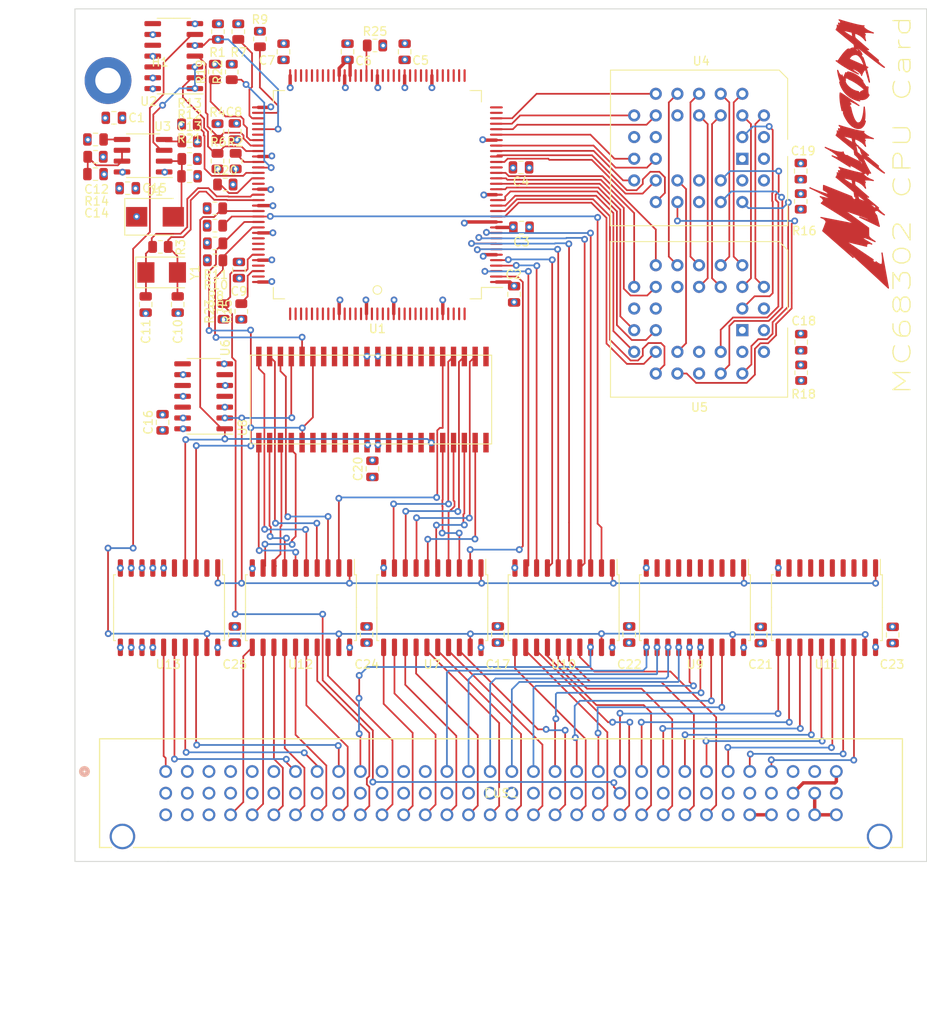
<source format=kicad_pcb>
(kicad_pcb (version 20211014) (generator pcbnew)
  (layers (0 "F.Cu" signal) (1 "In1.Cu" signal) (2 "In2.Cu" signal) (31 "B.Cu" signal) (34 "B.Paste" user) (35 "F.Paste" user) (36 "B.SilkS" user "B.Silkscreen") (37 "F.SilkS" user "F.Silkscreen") (38 "B.Mask" user) (39 "F.Mask" user) (44 "Edge.Cuts" user))
  (net 0 "")
  (net 1 "GND")
  (net 2 "VCC")
  (net 3 "Net-(C12-Pad1)")
  (net 4 "Net-(C13-Pad1)")
  (net 5 "Net-(C14-Pad1)")
  (net 6 "/~{HALT}")
  (net 7 "/~{UDS}")
  (net 8 "/~{RESET}")
  (net 9 "/~{LDS}")
  (net 10 "/~{AS}")
  (net 11 "/R{slash}~{W}")
  (net 12 "Net-(R13-Pad2)")
  (net 13 "/~{WDOG}")
  (net 14 "/~{CS3}")
  (net 15 "/A1")
  (net 16 "/A2")
  (net 17 "/A3")
  (net 18 "/A4")
  (net 19 "/A5")
  (net 20 "/A6")
  (net 21 "/A7")
  (net 22 "/A8")
  (net 23 "/A9")
  (net 24 "/A10")
  (net 25 "/A11")
  (net 26 "/A12")
  (net 27 "/A13")
  (net 28 "/A14")
  (net 29 "/A15")
  (net 30 "/A16")
  (net 31 "/A17")
  (net 32 "/A18")
  (net 33 "/A19")
  (net 34 "/A20")
  (net 35 "/A21")
  (net 36 "/A22")
  (net 37 "/D11")
  (net 38 "/D10")
  (net 39 "/D9")
  (net 40 "/D8")
  (net 41 "/D7")
  (net 42 "/D6")
  (net 43 "/D5")
  (net 44 "/D4")
  (net 45 "/D3")
  (net 46 "/D2")
  (net 47 "/D1")
  (net 48 "/D0")
  (net 49 "/~{CS1}")
  (net 50 "/~{CS0}")
  (net 51 "Net-(U2-Pad1)")
  (net 67 "/FC2")
  (net 68 "/FC1")
  (net 69 "/FC0")
  (net 77 "/A23")
  (net 78 "/D15")
  (net 79 "/D14")
  (net 80 "/D13")
  (net 81 "/D12")
  (net 82 "/~{AVEC}")
  (net 84 "/~{BR}")
  (net 85 "/~{BGACK}")
  (net 86 "/~{BG}")
  (net 87 "/~{DTACK}")
  (net 88 "/~{CS2}")
  (net 89 "/TIN1")
  (net 90 "/~{TOUT1}")
  (net 99 "/TIN2")
  (net 104 "/~{TOUT2}")
  (net 111 "/~{BCLR}")
  (net 121 "/BA23")
  (net 123 "/BA22")
  (net 127 "/BA21")
  (net 128 "/BA20")
  (net 129 "/BA19")
  (net 130 "/BA18")
  (net 131 "/~{IPL0}")
  (net 138 "/~{IPL1}")
  (net 139 "/~{IPL2}")
  (net 140 "/~{BERR}")
  (net 141 "/-5V")
  (net 142 "/CLKO")
  (net 143 "/-12V")
  (net 146 "/+12V")
  (net 147 "Net-(C10-Pad1)")
  (net 148 "Net-(C11-Pad1)")
  (net 149 "/BA17")
  (net 150 "/BA16")
  (net 151 "/BA15")
  (net 152 "Net-(R16-Pad2)")
  (net 153 "Net-(R18-Pad2)")
  (net 154 "/~{DONE}")
  (net 155 "/~{DACK}")
  (net 156 "/~{DREQ}")
  (net 157 "/BA14")
  (net 158 "/BA13")
  (net 159 "/BA12")
  (net 160 "/BA11")
  (net 161 "/BA10")
  (net 162 "/BA9")
  (net 163 "/BA8")
  (net 164 "/BA7")
  (net 165 "/BA6")
  (net 166 "/BA5")
  (net 167 "/BA4")
  (net 168 "/BA3")
  (net 169 "/BA2")
  (net 170 "/BA1")
  (net 171 "/BFC0")
  (net 172 "/BFC1")
  (net 173 "/BFC2")
  (net 174 "/DB15")
  (net 175 "/DB14")
  (net 176 "/DB13")
  (net 177 "/DB12")
  (net 178 "/DB11")
  (net 179 "/DB10")
  (net 180 "/DB9")
  (net 181 "/DB8")
  (net 182 "/DB7")
  (net 183 "/DB6")
  (net 184 "/DB5")
  (net 185 "/DB4")
  (net 186 "/DB3")
  (net 187 "/DB2")
  (net 188 "/DB1")
  (net 189 "/DB0")
  (net 190 "/B~{AS}")
  (net 191 "/B~{UDS}")
  (net 192 "/B~{LDS}")
  (net 193 "/BR{slash}~{W}")
  (net 194 "/B~{AVEC}")
  (net 195 "/~{BUS_EN}")
  (net 196 "/~{R}{slash}W")
  (footprint "Package_SO:SOIC-20W_7.5x12.8mm_P1.27mm" (layer "F.Cu") (at 101.854 105.0544 -90)
    (fp_text reference "U13")
    (fp_text value "74HC245")
  )
  (footprint "Resistor_SMD:R_0805_2012Metric" (layer "F.Cu") (at 107.2386 58.2168)
    (fp_text reference "R11")
    (fp_text value "10K")
  )
  (footprint "Package_SO:SOIC-20W_7.5x12.8mm_P1.27mm" (layer "F.Cu") (at 132.7658 105.0544 -90)
    (fp_text reference "U7")
    (fp_text value "74HC245")
  )
  (footprint "Resistor_SMD:R_0805_2012Metric" (layer "F.Cu") (at 107.5944 37.4904 90)
    (fp_text reference "R1")
    (fp_text value "10K")
  )
  (footprint "Package_SO:SOIC-14_3.9x8.7mm_P1.27mm" (layer "F.Cu") (at 102.4128 40.3606 180)
    (fp_text reference "U2")
    (fp_text value "74LS05")
  )
  (footprint "Resistor_SMD:R_0805_2012Metric" (layer "F.Cu") (at 104.2668 50.3682 180)
    (fp_text reference "R13")
    (fp_text value "10K")
  )
  (footprint "mc68302-cpu-card:AT28HC64B" (layer "F.Cu") (at 169.1638 72.5102 -90)
    (fp_text reference "U5")
    (fp_text value "AT28HC64B-70JU")
  )
  (footprint "Capacitor_SMD:C_0805_2012Metric" (layer "F.Cu") (at 110.058 65.4558 90)
    (fp_text reference "C9")
    (fp_text value "0.1uF")
  )
  (footprint "Capacitor_SMD:C_0805_2012Metric" (layer "F.Cu") (at 125.0442 108.204 -90)
    (fp_text reference "C24")
    (fp_text value "0.1uF")
  )
  (footprint "Capacitor_SMD:C_0805_2012Metric" (layer "F.Cu") (at 95.3768 47.5996)
    (fp_text reference "C1")
    (fp_text value "0.1uF")
  )
  (footprint "Capacitor_SMD:C_0805_2012Metric" (layer "F.Cu") (at 129.5144 39.8526 -90)
    (fp_text reference "C5")
    (fp_text value "0.1uF")
  )
  (footprint "Resistor_SMD:R_0805_2012Metric" (layer "F.Cu") (at 112.522 38.354 -90)
    (fp_text reference "R9")
    (fp_text value "4.7K")
  )
  (footprint "Capacitor_SMD:C_0805_2012Metric" (layer "F.Cu") (at 109.5756 49.1998 -90)
    (fp_text reference "C8")
    (fp_text value "0.1uF")
  )
  (footprint "Resistor_SMD:R_0805_2012Metric" (layer "F.Cu") (at 107.5436 49.1998 -90)
    (fp_text reference "R4")
    (fp_text value "4.7K")
  )
  (footprint "Resistor_SMD:R_0805_2012Metric" (layer "F.Cu") (at 176.0726 77.4954 -90)
    (fp_text reference "R18")
    (fp_text value "10K")
  )
  (footprint "Resistor_SMD:R_0805_2012Metric" (layer "F.Cu") (at 109.6772 52.6796 -90)
    (fp_text reference "R2")
    (fp_text value "4.7K")
  )
  (footprint "Capacitor_SMD:C_0805_2012Metric" (layer "F.Cu") (at 97.0024 55.8546 180)
    (fp_text reference "C15")
    (fp_text value "0.1uF")
  )
  (footprint "Package_SO:SOIC-8_3.9x4.9mm_P1.27mm" (layer "F.Cu") (at 98.8058 52.0446 180)
    (fp_text reference "U3")
    (fp_text value "MC1455B")
  )
  (footprint "Capacitor_SMD:C_0805_2012Metric" (layer "F.Cu") (at 122.8088 39.8526 -90)
    (fp_text reference "C6")
    (fp_text value "0.1uF")
  )
  (footprint "Capacitor_SMD:C_0805_2012Metric" (layer "F.Cu") (at 186.817 108.2548 -90)
    (fp_text reference "C23")
    (fp_text value "0.1uF")
  )
  (footprint "Resistor_SMD:R_0805_2012Metric" (layer "F.Cu") (at 126.0348 39.116)
    (fp_text reference "R25")
    (fp_text value "10K")
  )
  (footprint "Capacitor_SMD:C_0805_2012Metric" (layer "F.Cu") (at 104.2668 54.4576)
    (fp_text reference "C13")
    (fp_text value "0.1uF")
  )
  (footprint "Package_SO:SOIC-20W_7.5x12.8mm_P1.27mm" (layer "F.Cu") (at 163.6014 105.0544 -90)
    (fp_text reference "U9")
    (fp_text value "74HC245")
  )
  (footprint "MC68302_CPU_Card:QFP-132_24.13x24.13_Pitch0.64mm" (layer "F.Cu") (at 126.314 56.6166 180)
    (fp_text reference "U1")
    (fp_text value "MC68302FC20C")
  )
  (footprint "Capacitor_SMD:C_0805_2012Metric" (layer "F.Cu") (at 125.73 88.773 90)
    (fp_text reference "C20")
    (fp_text value "0.1uF")
  )
  (footprint "Resistor_SMD:R_0805_2012Metric" (layer "F.Cu") (at 108.458 55.4228)
    (fp_text reference "R20")
    (fp_text value "10K")
  )
  (footprint "Resistor_SMD:R_0805_2012Metric" (layer "F.Cu") (at 107.2642 62.3316)
    (fp_text reference "R8")
    (fp_text value "10K")
  )
  (footprint "Package_SO:SOIC-14_3.9x8.7mm_P1.27mm" (layer "F.Cu") (at 105.918 80.264 180)
    (fp_text reference "U6")
    (fp_text value "74HCT04")
  )
  (footprint "Resistor_SMD:R_0805_2012Metric" (layer "F.Cu") (at 176.0218 57.404 -90)
    (fp_text reference "R16")
    (fp_text value "10K")
  )
  (footprint "mc68302-cpu-card:SOJ-44-M" (layer "F.Cu") (at 125.73 80.645 90)
    (fp_text reference "U8")
    (fp_text value "CY7C1021DV33-10VXI")
  )
  (footprint "Capacitor_SMD:C_0805_2012Metric" (layer "F.Cu") (at 102.87 69.4944 -90)
    (fp_text reference "C10")
    (fp_text value "27pF")
  )
  (footprint "Capacitor_SMD:C_0805_2012Metric" (layer "F.Cu") (at 143.2304 60.4774 180)
    (fp_text reference "C3")
    (fp_text value "0.1uF")
  )
  (footprint "Capacitor_SMD:C_0805_2012Metric" (layer "F.Cu") (at 140.462 108.204 -90)
    (fp_text reference "C17")
    (fp_text value "0.1uF")
  )
  (footprint "Capacitor_SMD:C_0805_2012Metric" (layer "F.Cu") (at 143.1796 53.4162 180)
    (fp_text reference "C4")
    (fp_text value "0.1uF")
  )
  (footprint "mc68302-cpu-card:Keystone-9204" (layer "F.Cu") (at 94.6912 43.2308)
    (fp_text reference "H1")
    (fp_text value "Keystone-9204")
  )
  (footprint "Resistor_SMD:R_0805_2012Metric" (layer "F.Cu") (at 107.2642 64.3128)
    (fp_text reference "R5")
    (fp_text value "10K")
  )
  (footprint "Resistor_SMD:R_0805_2012Metric" (layer "F.Cu") (at 107.2352 42.2148 90)
    (fp_text reference "R19")
    (fp_text value "10K")
  )
  (footprint "Capacitor_SMD:C_0805_2012Metric" (layer "F.Cu") (at 115.2904 39.8526 -90)
    (fp_text reference "C7")
    (fp_text value "0.1uF")
  )
  (footprint "Capacitor_SMD:C_0805_2012Metric" (layer "F.Cu") (at 109.5756 108.204 -90)
    (fp_text reference "C25")
    (fp_text value "0.1uF")
  )
  (footprint "Capacitor_SMD:C_0805_2012Metric" (layer "F.Cu") (at 93.2178 54.2036)
    (fp_text reference "C14")
    (fp_text value "0.1uF")
  )
  (footprint "Resistor_SMD:R_0805_2012Metric" (layer "F.Cu") (at 110.3376 70.3072 90)
    (fp_text reference "R15")
    (fp_text value "10K")
  )
  (footprint "Package_SO:SOIC-20W_7.5x12.8mm_P1.27mm" (layer "F.Cu") (at 179.0954 105.0544 -90)
    (fp_text reference "U11")
    (fp_text value "74HC245")
  )
  (footprint "Diode_SMD:D_SMB" (layer "F.Cu") (at 100.2028 59.2074)
    (fp_text reference "D1")
    (fp_text value "1N4001")
  )
  (footprint "Capacitor_SMD:C_0805_2012Metric" (layer "F.Cu") (at 171.323 108.2548 -90)
    (fp_text reference "C21")
    (fp_text value "0.1uF")
  )
  (footprint "Resistor_SMD:R_0805_2012Metric" (layer "F.Cu") (at 108.2548 70.3091 90)
    (fp_text reference "R23")
    (fp_text value "10K")
  )
  (footprint "Capacitor_SMD:C_0805_2012Metric" (layer "F.Cu") (at 101.092 83.312 -90)
    (fp_text reference "C16")
    (fp_text value "0.1uF")
  )
  (footprint "Crystal:Crystal_SMD_5032-2Pin_5.0x3.2mm" (layer "F.Cu") (at 100.9904 65.7352)
    (fp_text reference "Y1")
    (fp_text value "20MHz")
  )
  (footprint "Resistor_SMD:R_0805_2012Metric" (layer "F.Cu") (at 107.2388 60.2488)
    (fp_text reference "R10")
    (fp_text value "10K")
  )
  (footprint "Resistor_SMD:R_0805_2012Metric" (layer "F.Cu") (at 104.2416 48.3616 180)
    (fp_text reference "R21")
    (fp_text value "10K")
  )
  (footprint "Resistor_SMD:R_0805_2012Metric" (layer "F.Cu") (at 109.982 37.4904 -90)
    (fp_text reference "R7")
    (fp_text value "10K")
  )
  (footprint "Package_SO:SOIC-20W_7.5x12.8mm_P1.27mm" (layer "F.Cu") (at 117.3412 105.0546 -90)
    (fp_text reference "U12")
    (fp_text value "74HC245")
  )
  (footprint "Resistor_SMD:R_0805_2012Metric" (layer "F.Cu") (at 107.5436 52.6796 90)
    (fp_text reference "R6")
    (fp_text value "1.2K")
  )
  (footprint "Resistor_SMD:R_0805_2012Metric" (layer "F.Cu") (at 100.838 62.738 180)
    (fp_text reference "R3")
    (fp_text value "700K")
  )
  (footprint "Capacitor_SMD:C_0805_2012Metric" (layer "F.Cu") (at 176.0726 73.914 90)
    (fp_text reference "C18")
    (fp_text value "0.1uF")
  )
  (footprint "Capacitor_SMD:C_0805_2012Metric" (layer "F.Cu") (at 99.1108 69.4944 -90)
    (fp_text reference "C11")
    (fp_text value "27pF")
  )
  (footprint "Resistor_SMD:R_0805_2012Metric" (layer "F.Cu") (at 104.2668 52.4256 180)
    (fp_text reference "R12")
    (fp_text value "1M")
  )
  (footprint "mc68302-cpu-card:CONN96_8609_94X8P5_AOS" (layer "F.Cu") (at 101.4598 124.2695)
    (fp_text reference "BUS1")
    (fp_text value "DIN-41612")
  )
  (footprint "Capacitor_SMD:C_0805_2012Metric" (layer "F.Cu") (at 142.3668 68.3006 90)
    (fp_text reference "C2")
    (fp_text value "0.1uF")
  )
  (footprint "Capacitor_SMD:C_0805_2012Metric" (layer "F.Cu") (at 176.0218 53.848 90)
    (fp_text reference "C19")
    (fp_text value "0.1uF")
  )
  (footprint "Package_SO:SOIC-20W_7.5x12.8mm_P1.27mm" (layer "F.Cu") (at 148.1836 105.0544 -90)
    (fp_text reference "U10")
    (fp_text value "74HC245")
  )
  (footprint "mc68302-cpu-card:AT28HC64B" (layer "F.Cu") (at 169.1638 52.4002 -90)
    (fp_text reference "U4")
    (fp_text value "AT28HC64B-70JU")
  )
  (footprint "Capacitor_SMD:C_0805_2012Metric" (layer "F.Cu") (at 155.8798 108.204 -90)
    (fp_text reference "C22")
    (fp_text value "0.1uF")
  )
  (footprint "Resistor_SMD:R_0805_2012Metric" (layer "F.Cu") (at 109.2164 42.2148 90)
    (fp_text reference "R22")
    (fp_text value "10K")
  )
  (footprint "Resistor_SMD:R_0805_2012Metric" (layer "F.Cu") (at 93.2178 52.1716 180)
    (fp_text reference "R14")
    (fp_text value "1M")
  )
  (footprint "Capacitor_SMD:C_0805_2012Metric" (layer "F.Cu") (at 93.2178 50.1396 180)
    (fp_text reference "C12")
    (fp_text value "0.1uF")
  )
  (gr_poly (pts (xy 177.125235 55.825123) (xy 177.127058 55.82602) (xy 177.12347 55.824284)) (layer "F.Cu") (width 0.14) (fill solid))
  (gr_poly (pts (xy 178.312805 56.840961) (xy 178.313246 56.840983) (xy 178.313673 56.841019) (xy 178.314086 56.84107) (xy 178.314483 56.841135) (xy 178.314867 56.841215) (xy 178.315236 56.841309) (xy 178.31559 56.841417) (xy 178.31593 56.84154) (xy 178.316256 56.841678) (xy 178.316567 56.841829) (xy 178.316864 56.841996) (xy 178.317146 56.842177) (xy 178.317413 56.842372) (xy 178.317666 56.842582) (xy 178.317905 56.842806) (xy 178.318129 56.843045) (xy 178.318339 56.843298) (xy 178.318535 56.843566) (xy 178.318715 56.843848) (xy 178.318882 56.844145) (xy 178.319034 56.844456) (xy 178.319171 56.844781) (xy 178.319294 56.845121) (xy 178.319403 56.845476) (xy 178.319497 56.845845) (xy 178.319576 56.846228) (xy 178.319641 56.846626) (xy 178.319692 56.847038) (xy 178.319728 56.847465) (xy 178.31975 56.847906) (xy 178.319757 56.848362) (xy 178.312349 56.840954)) (layer "F.Cu") (width 0.14) (fill solid))
  (gr_poly (pts (xy 182.789599 50.964356) (xy 182.920166 51.077332) (xy 183.177596 51.299581) (xy 183.416506 51.507012) (xy 183.627636 51.690367) (xy 183.801725 51.840385) (xy 183.927663 51.949657) (xy 183.962851 51.980679) (xy 183.979519 51.995959) (xy 183.978333 51.995901) (xy 183.976625 51.995727) (xy 183.971648 51.995033) (xy 183.964587 51.993875) (xy 183.955443 51.992254) (xy 183.944215 51.990171) (xy 183.930904 51.987624) (xy 183.89803 51.981142) (xy 183.881478 51.979522) (xy 183.865157 51.978364) (xy 183.849068 51.977669) (xy 183.83321 51.977438) (xy 183.817583 51.977669) (xy 183.802188 51.978364) (xy 183.787025 51.979522) (xy 183.772093 51.981142) (xy 183.765785 51.982184) (xy 183.759824 51.983457) (xy 183.75421 51.984962) (xy 183.748943 51.986698) (xy 183.744023 51.988666) (xy 183.739451 51.990865) (xy 183.735226 51.993296) (xy 183.731349 51.995959) (xy 183.727818 51.998852) (xy 183.724635 52.001978) (xy 183.721799 52.005335) (xy 183.719311 52.008923) (xy 183.717169 52.012743) (xy 183.715375 52.016794) (xy 183.713928 52.021077) (xy 183.712828 52.025592) (xy 183.712944 52.02842) (xy 183.713291 52.03135) (xy 183.71387 52.034382) (xy 183.71468 52.037514) (xy 183.715722 52.040748) (xy 183.716995 52.044083) (xy 183.7185 52.04752) (xy 183.720237 52.051058) (xy 183.724404 52.058437) (xy 183.729497 52.066221) (xy 183.735516 52.074411) (xy 183.742461 52.083006) (xy 183.750332 52.092006) (xy 183.759129 52.101411) (xy 183.768852 52.111221) (xy 183.779501 52.121436) (xy 183.791076 52.132057) (xy 183.803577 52.143082) (xy 183.817004 52.154513) (xy 183.831357 52.166349) (xy 183.900345 52.222837) (xy 183.981371 52.288585) (xy 184.179537 52.447863) (xy 184.616613 52.810869) (xy 184.743939 52.916437) (xy 184.874043 53.025709) (xy 185.006925 53.138685) (xy 185.142585 53.255365) (xy 185.137608 53.256364) (xy 185.132862 53.257507) (xy 185.128348 53.258795) (xy 185.124065 53.260227) (xy 185.120014 53.261804) (xy 185.116194 53.263526) (xy 185.112606 53.265393) (xy 185.109249 53.267404) (xy 185.106124 53.26956) (xy 185.10323 53.27186) (xy 185.100567 53.274306) (xy 185.098137 53.276896) (xy 185.095937 53.27963) (xy 185.09397 53.28251) (xy 185.092233 53.285534) (xy 185.090729 53.288702) (xy 185.089455 53.292016) (xy 185.088414 53.295474) (xy 185.087603 53.299077) (xy 185.087025 53.302825) (xy 185.086677 53.306717) (xy 185.086561 53.310754) (xy 185.086677 53.314935) (xy 185.087024 53.319262) (xy 185.087603 53.323733) (xy 185.088413 53.328348) (xy 185.089455 53.333109) (xy 185.090728 53.338014) (xy 185.092233 53.343064) (xy 185.093969 53.348258) (xy 185.095937 53.353597) (xy 185.098137 53.359081) (xy 185.100104 53.363798) (xy 185.102304 53.368689) (xy 185.104734 53.373753) (xy 185.107397 53.378991) (xy 185.11029 53.384403) (xy 185.113416 53.389988) (xy 185.120361 53.401679) (xy 185.128232 53.414065) (xy 185.137029 53.427145) (xy 185.146752 53.44092) (xy 185.157401 53.455389) (xy 185.169208 53.470553) (xy 185.182404 53.486411) (xy 185.196988 53.502964) (xy 185.212962 53.520211) (xy 185.230324 53.538153) (xy 185.249076 53.55679) (xy 185.269217 53.576121) (xy 185.290746 53.596146) (xy 185.313665 53.618718) (xy 185.337973 53.641985) (xy 185.36367 53.665946) (xy 185.390755 53.690602) (xy 185.41923 53.715952) (xy 185.449094 53.741996) (xy 185.480347 53.768736) (xy 185.512988 53.796169) (xy 185.547367 53.826381) (xy 185.583828 53.857751) (xy 185.622373 53.890278) (xy 185.663002 53.923962) (xy 185.705714 53.958804) (xy 185.75051 53.994804) (xy 185.846352 54.070276) (xy 185.835268 54.067642) (xy 185.822391 54.063446) (xy 185.80772 54.057687) (xy 185.791254 54.050366) (xy 185.772994 54.041482) (xy 185.75294 54.031035) (xy 185.731092 54.019026) (xy 185.70745 54.005453) (xy 185.682014 53.990318) (xy 185.654783 53.973621) (xy 185.59494 53.935538) (xy 185.52792 53.891204) (xy 185.453724 53.840619) (xy 185.293524 53.725791) (xy 185.116657 53.596146) (xy 184.923121 53.451685) (xy 184.712917 53.292407) (xy 184.48836 53.120164) (xy 184.251765 52.93681) (xy 184.003132 52.742342) (xy 183.742461 52.536763) (xy 183.246781 52.144047) (xy 183.246439 52.142063) (xy 183.245542 52.135899) (xy 183.244819 52.129793) (xy 183.244269 52.123745) (xy 183.243893 52.117754) (xy 183.24369 52.111822) (xy 183.243661 52.105948) (xy 183.243806 52.100131) (xy 183.244124 52.094372) (xy 183.244616 52.088671) (xy 183.245282 52.083028) (xy 183.246121 52.077443) (xy 183.246237 52.072003) (xy 183.246382 52.069369) (xy 183.246584 52.066794) (xy 183.246845 52.064276) (xy 183.247163 52.061816) (xy 183.247539 52.059414) (xy 183.247973 52.05707) (xy 183.248465 52.054784) (xy 183.249015 52.052556) (xy 183.249623 52.050386) (xy 183.250288 52.048273) (xy 183.251012 52.046218) (xy 183.251793 52.044222) (xy 183.252632 52.042283) (xy 183.253529 52.040402) (xy 183.254484 52.038579) (xy 183.255497 52.036813) (xy 183.256568 52.035106) (xy 183.257696 52.033456) (xy 183.258883 52.031865) (xy 183.260127 52.030331) (xy 183.261429 52.028855) (xy 183.262789 52.027437) (xy 183.264207 52.026077) (xy 183.265683 52.024775) (xy 183.267217 52.02353) (xy 183.268808 52.022344) (xy 183.270458 52.021215) (xy 183.272165 52.020145) (xy 183.27393 52.019132) (xy 183.275753 52.018177) (xy 183.236861 51.92511) (xy 183.201673 51.838526) (xy 183.170188 51.758424) (xy 183.142408 51.684804) (xy 183.117869 51.617204) (xy 183.096107 51.55516) (xy 183.077124 51.498672) (xy 183.060919 51.44774) (xy 183.047029 51.39403) (xy 183.034991 51.344024) (xy 183.029666 51.32041) (xy 183.024805 51.297722) (xy 183.020406 51.27596) (xy 183.016471 51.255125) (xy 183.009062 51.252231) (xy 183.001654 51.249105) (xy 182.994246 51.245748) (xy 182.986838 51.24216) (xy 182.97943 51.23834) (xy 182.972022 51.234289) (xy 182.964614 51.230006) (xy 182.957206 51.225491) (xy 182.949798 51.220746) (xy 182.94239 51.215768) (xy 182.934982 51.210559) (xy 182.927574 51.205119) (xy 182.920166 51.199447) (xy 182.912758 51.193543) (xy 182.90535 51.187408) (xy 182.897941 51.181042) (xy 182.891488 51.17537) (xy 182.885093 51.169466) (xy 182.878756 51.163331) (xy 182.872476 51.156965) (xy 182.866255 51.150367) (xy 182.860091 51.143537) (xy 182.853985 51.136476) (xy 182.847937 51.129184) (xy 182.841947 51.12166) (xy 182.836015 51.113904) (xy 182.83014 51.105917) (xy 182.824324 51.097699) (xy 182.812865 51.080567) (xy 182.801637 51.062509) (xy 182.795241 51.052149) (xy 182.78902 51.041442) (xy 182.782972 51.030388) (xy 182.777097 51.018986) (xy 182.765869 50.99514) (xy 182.755336 50.969906) (xy 182.745497 50.943282) (xy 182.737515 50.91883)) (layer "F.Cu") (width 0.14) (fill solid))
  (gr_poly (pts (xy 182.696072 50.881412) (xy 182.697924 50.88008) (xy 182.699776 50.878633) (xy 182.701628 50.877071) (xy 182.70348 50.875392) (xy 182.705332 50.873598) (xy 182.707184 50.871688) (xy 182.709036 50.869663) (xy 182.710888 50.867521) (xy 182.71274 50.865264) (xy 182.714592 50.862891) (xy 182.716444 50.860402) (xy 182.718296 50.857798) (xy 182.720148 50.855078) (xy 182.727903 50.885868) (xy 182.736353 50.91527) (xy 182.737515 50.91883) (xy 182.695292 50.881923)) (layer "F.Cu") (width 0.14) (fill solid))
  (gr_poly (pts (xy 182.455078 50.604238) (xy 182.471052 50.633292) (xy 182.486562 50.660726) (xy 182.50161 50.686539) (xy 182.516195 50.710732) (xy 182.530316 50.733304) (xy 182.534947 50.740407) (xy 182.452762 50.666906) (xy 182.438641 50.573563)) (layer "F.Cu") (width 0.14) (fill solid))
  (gr_poly (pts (xy 182.545132 50.749516) (xy 182.664588 50.855084) (xy 182.695292 50.881923) (xy 182.69422 50.882627) (xy 182.692368 50.883727) (xy 182.690516 50.884711) (xy 182.687709 50.885521) (xy 182.684844 50.8861) (xy 182.681921 50.886447) (xy 182.678941 50.886563) (xy 182.675902 50.886447) (xy 182.672806 50.8861) (xy 182.669652 50.885521) (xy 182.666439 50.884711) (xy 182.663169 50.883669) (xy 182.659842 50.882396) (xy 182.656456 50.880891) (xy 182.653012 50.879154) (xy 182.649511 50.877187) (xy 182.645951 50.874987) (xy 182.642334 50.872557) (xy 182.638659 50.869894) (xy 182.634 50.866045) (xy 182.629283 50.861907) (xy 182.624509 50.85748) (xy 182.619676 50.852763) (xy 182.614786 50.847756) (xy 182.609837 50.84246) (xy 182.599767 50.831001) (xy 182.589465 50.818384) (xy 182.578932 50.804609) (xy 182.568167 50.789676) (xy 182.557171 50.773587) (xy 182.543975 50.754256) (xy 182.534947 50.740407)) (layer "F.Cu") (width 0.14) (fill solid))
  (gr_poly (pts (xy 177.118521 55.822113) (xy 177.120113 55.822779) (xy 177.116988 55.821505)) (layer "F.Cu") (width 0.14) (fill solid))
  (gr_poly (pts (xy 182.929425 52.533052) (xy 182.945283 52.53884) (xy 182.952404 52.541606) (xy 182.97098 52.585495) (xy 183.001655 52.655295) (xy 182.970402 52.602743) (xy 182.939612 52.552505) (xy 182.926717 52.532129)) (layer "F.Cu") (width 0.14) (fill solid))
  (gr_poly (pts (xy 180.379083 42.091112) (xy 180.40096 42.146674) (xy 180.422606 42.198531) (xy 180.44402 42.246685) (xy 180.465202 42.291135) (xy 180.486153 42.33188) (xy 180.506873 42.368922) (xy 180.52736 42.402259) (xy 180.547501 42.432587) (xy 180.567179 42.460599) (xy 180.586394 42.486296) (xy 180.605145 42.509679) (xy 180.614347 42.520502) (xy 180.623434 42.530746) (xy 180.632405 42.540411) (xy 180.64126 42.549498) (xy 180.649999 42.558006) (xy 180.658622 42.565935) (xy 180.66713 42.573285) (xy 180.675522 42.580057) (xy 180.683798 42.58544) (xy 180.691958 42.590475) (xy 180.700003 42.595163) (xy 180.707932 42.599504) (xy 180.715745 42.603498) (xy 180.723443 42.607144) (xy 180.731024 42.610443) (xy 180.73849 42.613395) (xy 180.745841 42.616) (xy 180.753075 42.618257) (xy 180.760194 42.620167) (xy 180.767197 42.62173) (xy 180.774084 42.622945) (xy 180.780855 42.623813) (xy 180.787511 42.624334) (xy 180.794051 42.624508) (xy 180.800446 42.623524) (xy 180.806668 42.622425) (xy 180.812716 42.62121) (xy 180.81859 42.619879) (xy 180.824291 42.618432) (xy 180.829818 42.61687) (xy 180.835172 42.615191) (xy 180.840351 42.613397) (xy 180.845358 42.611487) (xy 180.85019 42.609462) (xy 180.854849 42.607321) (xy 180.859335 42.605063) (xy 180.863646 42.60269) (xy 180.867784 42.600202) (xy 180.871749 42.597597) (xy 180.87554 42.594877) (xy 180.875655 42.603183) (xy 180.876003 42.61143) (xy 180.876581 42.61962) (xy 180.877392 42.627752) (xy 180.878433 42.635826) (xy 180.879707 42.643842) (xy 180.881211 42.6518) (xy 180.882948 42.6597) (xy 180.884915 42.667542) (xy 180.887115 42.675326) (xy 180.889545 42.683053) (xy 180.892208 42.690721) (xy 180.895101 42.698332) (xy 180.898227 42.705885) (xy 180.901583 42.71338) (xy 180.905172 42.720817) (xy 180.912695 42.733665) (xy 180.920451 42.746282) (xy 180.928437 42.758668) (xy 180.936656 42.770822) (xy 180.945106 42.782745) (xy 180.953787 42.794436) (xy 180.9627 42.805896) (xy 180.971844 42.817124) (xy 180.981336 42.829973) (xy 180.99129 42.84259) (xy 181.001708 42.854976) (xy 181.012589 42.86713) (xy 181.023932 42.879053) (xy 181.035739 42.890744) (xy 181.048008 42.902204) (xy 181.060741 42.913432) (xy 181.089447 42.840738) (xy 181.116302 42.770822) (xy 181.141304 42.703685) (xy 181.164454 42.639326) (xy 181.186678 42.587931) (xy 181.208902 42.537462) (xy 181.231127 42.48792) (xy 181.253351 42.439303) (xy 181.262379 42.416152) (xy 181.270945 42.394853) (xy 181.279047 42.375406) (xy 181.286687 42.357812) (xy 181.293864 42.342069) (xy 181.300577 42.328178) (xy 181.306828 42.31614) (xy 181.312615 42.305953) (xy 181.328068 42.314722) (xy 181.342942 42.322506) (xy 181.357237 42.329307) (xy 181.370954 42.335124) (xy 181.384092 42.339956) (xy 181.39665 42.343805) (xy 181.408631 42.34667) (xy 181.420032 42.348551) (xy 181.430855 42.349449) (xy 181.441099 42.349362) (xy 181.450764 42.348291) (xy 181.459851 42.346236) (xy 181.468358 42.343198) (xy 181.476287 42.339175) (xy 181.483637 42.334169) (xy 181.490409 42.328179) (xy 181.495849 42.3208) (xy 181.501058 42.313479) (xy 181.506035 42.306215) (xy 181.510781 42.29901) (xy 181.515295 42.291862) (xy 181.519578 42.284773) (xy 181.523629 42.277741) (xy 181.527449 42.270766) (xy 181.531037 42.26385) (xy 181.534394 42.256992) (xy 181.537519 42.250191) (xy 181.540413 42.243448) (xy 181.543076 42.236763) (xy 181.545506 42.230136) (xy 181.547706 42.223567) (xy 181.549673 42.217055) (xy 181.549674 42.217051) (xy 181.6116 42.228886) (xy 181.673296 42.242169) (xy 181.73476 42.256899) (xy 181.795992 42.273075) (xy 181.856993 42.290699) (xy 181.917762 42.309769) (xy 181.9783 42.330287) (xy 182.038606 42.352251) (xy 182.098681 42.375662) (xy 182.158524 42.40052) (xy 182.218136 42.426826) (xy 182.277516 42.454578) (xy 182.336665 42.483776) (xy 182.395582 42.514422) (xy 182.454268 42.546515) (xy 182.512722 42.580055) (xy 182.57054 42.614955) (xy 182.627316 42.651128) (xy 182.68305 42.688575) (xy 182.737742 42.727295) (xy 182.791393 42.767288) (xy 182.844002 42.808554) (xy 182.895569 42.851094) (xy 182.946094 42.894907) (xy 182.995578 42.939993) (xy 183.044019 42.986353) (xy 183.091419 43.033986) (xy 183.137778 43.082892) (xy 183.183094 43.133071) (xy 183.227369 43.184524) (xy 183.270602 43.23725) (xy 183.312793 43.291249) (xy 183.309646 43.292248) (xy 183.306687 43.293391) (xy 183.303917 43.294679) (xy 183.301334 43.296112) (xy 183.298939 43.297689) (xy 183.296733 43.299411) (xy 183.294714 43.301278) (xy 183.292884 43.303289) (xy 183.291242 43.305445) (xy 183.289788 43.307746) (xy 183.288522 43.310191) (xy 183.287444 43.312781) (xy 183.286554 43.315516) (xy 183.285852 43.318395) (xy 183.285339 43.321419) (xy 183.285013 43.324588) (xy 183.284876 43.327902) (xy 183.284926 43.33136) (xy 183.285165 43.334962) (xy 183.285592 43.33871) (xy 183.286207 43.342602) (xy 183.28701 43.346639) (xy 183.288001 43.350821) (xy 183.28918 43.355147) (xy 183.290547 43.359618) (xy 183.292103 43.364233) (xy 183.293846 43.368994) (xy 183.295778 43.373899) (xy 183.297898 43.378948) (xy 183.300205 43.384143) (xy 183.302701 43.389482) (xy 183.305385 43.394965) (xy 183.317076 43.415917) (xy 183.329925 43.438026) (xy 183.343931 43.461293) (xy 183.359094 43.485717) (xy 183.375415 43.511299) (xy 183.392893 43.538038) (xy 183.411529 43.565935) (xy 183.431322 43.594989) (xy 183.5943 43.839462) (xy 183.613862 43.872452) (xy 183.631803 43.904747) (xy 183.648124 43.936348) (xy 183.662825 43.967255) (xy 183.675904 43.997467) (xy 183.687364 44.026984) (xy 183.697203 44.055807) (xy 183.705421 44.083935) (xy 183.772093 43.965403) (xy 183.920255 43.995034) (xy 183.91331 44.050133) (xy 183.907291 44.104306) (xy 183.902198 44.157553) (xy 183.898031 44.209874) (xy 183.89479 44.261269) (xy 183.892475 44.311738) (xy 183.891086 44.36128) (xy 183.890623 44.409897) (xy 183.891086 44.450527) (xy 183.892475 44.490925) (xy 183.89479 44.531092) (xy 183.898031 44.571028) (xy 183.902198 44.610731) (xy 183.907291 44.650204) (xy 183.91331 44.689445) (xy 183.920255 44.728454) (xy 183.92419 44.746599) (xy 183.928589 44.763991) (xy 183.93345 44.780631) (xy 183.938775 44.796518) (xy 183.944562 44.811653) (xy 183.950813 44.826036) (xy 183.957527 44.839666) (xy 183.964703 44.852543) (xy 183.972343 44.864669) (xy 183.980445 44.876042) (xy 183.989011 44.886662) (xy 183.998039 44.89653) (xy 184.007531 44.905646) (xy 184.017485 44.914009) (xy 184.027903 44.92162) (xy 184.038784 44.928479) (xy 184.025646 44.952324) (xy 184.012161 44.975706) (xy 183.998329 44.998626) (xy 183.984149 45.021082) (xy 183.969622 45.043075) (xy 183.954748 45.064606) (xy 183.939527 45.085673) (xy 183.923959 45.106277) (xy 183.908043 45.126418) (xy 183.89178 45.146097) (xy 183.87517 45.165312) (xy 183.858212 45.184064) (xy 183.840907 45.202353) (xy 183.823255 45.220179) (xy 183.805256 45.237542) (xy 183.786909 45.254443) (xy 183.768216 45.269867) (xy 183.749175 45.284654) (xy 183.729786 45.298805) (xy 183.710051 45.31232) (xy 183.689968 45.325197) (xy 183.669538 45.337438) (xy 183.648761 45.349043) (xy 183.627636 45.36001) (xy 183.606164 45.370341) (xy 183.584345 45.380036) (xy 183.562179 45.389094) (xy 183.539665 45.397515) (xy 183.516804 45.405299) (xy 183.493596 45.412447) (xy 183.470041 45.418958) (xy 183.446138 45.424833) (xy 183.405481 45.433486) (xy 183.364997 45.440923) (xy 183.324687 45.447145) (xy 183.28455 45.452151) (xy 183.244587 45.455942) (xy 183.204798 45.458517) (xy 183.165182 45.459878) (xy 183.12574 45.460022) (xy 183.086471 45.458952) (xy 183.047376 45.456665) (xy 183.008455 45.453164) (xy 182.969707 45.448447) (xy 182.934982 45.443106) (xy 182.934982 44.676599) (xy 182.940936 44.67602) (xy 182.94676 44.67521) (xy 182.952453 44.674168) (xy 182.958016 44.672895) (xy 182.963449 44.671391) (xy 182.968752 44.669654) (xy 182.973925 44.667687) (xy 182.978967 44.665487) (xy 182.98388 44.663057) (xy 182.988661 44.660394) (xy 182.993313 44.6575) (xy 182.997835 44.654375) (xy 183.002226 44.651018) (xy 183.006487 44.64743) (xy 183.010618 44.64361) (xy 183.014619 44.639559) (xy 183.018489 44.635276) (xy 183.022229 44.630761) (xy 183.025839 44.626015) (xy 183.029319 44.621038) (xy 183.032669 44.615829) (xy 183.035888 44.610388) (xy 183.038977 44.604716) (xy 183.041936 44.598813) (xy 183.044765 44.592678) (xy 183.047463 44.586311) (xy 183.052469 44.572883) (xy 183.056955 44.558529) (xy 183.060919 44.543249) (xy 183.064681 44.550397) (xy 183.068559 44.557023) (xy 183.072552 44.563129) (xy 183.076661 44.568714) (xy 183.080886 44.573778) (xy 183.085227 44.578321) (xy 183.08744 44.580397) (xy 183.089683 44.582343) (xy 183.091955 44.584159) (xy 183.094255 44.585845) (xy 183.096585 44.5874) (xy 183.098943 44.588825) (xy 183.10133 44.59012) (xy 183.103747 44.591285) (xy 183.106192 44.59232) (xy 183.108666 44.593224) (xy 183.111169 44.593998) (xy 183.113701 44.594642) (xy 183.116262 44.595156) (xy 183.118852 44.59554) (xy 183.121471 44.595793) (xy 183.124119 44.595916) (xy 183.126796 44.595909) (xy 183.129502 44.595772) (xy 183.132236 44.595504) (xy 183.135 44.595106) (xy 183.137742 44.594542) (xy 183.140411 44.593775) (xy 183.143008 44.592806) (xy 183.145533 44.591634) (xy 183.147986 44.59026) (xy 183.150366 44.588683) (xy 183.152674 44.586903) (xy 183.154909 44.584921) (xy 183.157072 44.582736) (xy 183.159163 44.580349) (xy 183.161181 44.577759) (xy 183.163127 44.574966) (xy 183.165001 44.571971) (xy 183.166802 44.568773) (xy 183.168532 44.565373) (xy 183.170188 44.56177) (xy 183.171773 44.557965) (xy 183.173285 44.553957) (xy 183.174724 44.549746) (xy 183.176092 44.545333) (xy 183.177386 44.540717) (xy 183.178609 44.535899) (xy 183.179759 44.530878) (xy 183.180837 44.525655) (xy 183.181843 44.520229) (xy 183.182776 44.5146) (xy 183.183637 44.508769) (xy 183.184426 44.502735) (xy 183.185786 44.49006) (xy 183.186856 44.476574) (xy 183.279457 44.437679) (xy 183.379466 44.395083) (xy 183.404237 44.384086) (xy 183.426692 44.373321) (xy 183.446833 44.362787) (xy 183.456035 44.357607) (xy 183.464659 44.352485) (xy 183.472703 44.347421) (xy 183.480169 44.342414) (xy 183.487056 44.337466) (xy 183.493365 44.332575) (xy 183.499095 44.327743) (xy 183.504245 44.322968) (xy 183.508818 44.318251) (xy 183.512811 44.313592) (xy 183.498487 44.295824) (xy 183.483294 44.277708) (xy 183.467234 44.259245) (xy 183.450305 44.240435) (xy 183.413844 44.201773) (xy 183.37391 44.161722) (xy 183.330503 44.120282) (xy 183.283624 44.077453) (xy 183.233272 44.033235) (xy 183.179448 43.987628) (xy 183.123309 43.941442) (xy 183.066012 43.895488) (xy 183.007558 43.849765) (xy 182.947946 43.804273) (xy 182.887177 43.759013) (xy 182.82525 43.713985) (xy 182.762166 43.669188) (xy 182.697924 43.624622) (xy 182.631251 43.578899) (xy 182.564579 43.534334) (xy 182.497906 43.490926) (xy 182.431233 43.448676) (xy 182.364561 43.407583) (xy 182.297888 43.367648) (xy 182.231216 43.32887) (xy 182.164543 43.291249) (xy 182.097176 43.255366) (xy 182.032124 43.221797) (xy 181.969387 43.190543) (xy 181.908965 43.161605) (xy 181.850858 43.134981) (xy 181.795066 43.110673) (xy 181.741589 43.08868) (xy 181.690427 43.069001) (xy 181.679257 43.056355) (xy 181.667971 43.044346) (xy 181.65657 43.032973) (xy 181.645053 43.022237) (xy 181.63342 43.012137) (xy 181.621671 43.002674) (xy 181.609806 42.993848) (xy 181.597826 42.985658) (xy 181.58573 42.978105) (xy 181.573518 42.971189) (xy 181.561191 42.964909) (xy 181.548748 42.959266) (xy 181.536189 42.95426) (xy 181.523514 42.94989) (xy 181.510723 42.946157) (xy 181.497817 42.943061) (xy 181.484072 42.939559) (xy 181.470616 42.936463) (xy 181.457449 42.933772) (xy 181.444572 42.931486) (xy 181.431984 42.929605) (xy 181.419685 42.928129) (xy 181.407676 42.927059) (xy 181.395956 42.926393) (xy 181.384526 42.926133) (xy 181.373385 42.926278) (xy 181.362533 42.926828) (xy 181.351971 42.927783) (xy 181.341698 42.929143) (xy 181.331715 42.930909) (xy 181.32202 42.933079) (xy 181.312616 42.935655) (xy 181.303558 42.938577) (xy 181.294906 42.94179) (xy 181.286658 42.945291) (xy 181.278816 42.949082) (xy 181.271379 42.953162) (xy 181.264347 42.957532) (xy 181.257721 42.962191) (xy 181.251499 42.96714) (xy 181.245683 42.972378) (xy 181.240271 42.977905) (xy 181.235265 42.983722) (xy 181.230664 42.989828) (xy 181.226468 42.996223) (xy 181.222677 43.002908) (xy 181.219291 43.009882) (xy 181.216311 43.017146) (xy 181.215023 43.020857) (xy 181.213938 43.024583) (xy 181.213055 43.028324) (xy 181.212375 43.032079) (xy 181.211898 43.035848) (xy 181.211623 43.039632) (xy 181.211551 43.04343) (xy 181.211681 43.047243) (xy 181.212013 43.05107) (xy 181.212549 43.054912) (xy 181.213287 43.058768) (xy 181.214227 43.062639) (xy 181.21537 43.066524) (xy 181.216716 43.070423) (xy 181.218264 43.074337) (xy 181.220015 43.078266) (xy 181.221968 43.082208) (xy 181.224124 43.086166) (xy 181.226482 43.090138) (xy 181.229043 43.094124) (xy 181.234773 43.10214) (xy 181.241313 43.110213) (xy 181.248663 43.118345) (xy 181.256824 43.126534) (xy 181.265794 43.134781) (xy 181.275575 43.143086) (xy 181.265244 43.161896) (xy 181.256476 43.181285) (xy 181.249271 43.201253) (xy 181.243628 43.221799) (xy 181.239548 43.242924) (xy 181.23703 43.264628) (xy 181.236075 43.286911) (xy 181.236683 43.309772) (xy 181.238853 43.333213) (xy 181.242586 43.357232) (xy 181.247882 43.381829) (xy 181.25474 43.407006) (xy 181.263161 43.432761) (xy 181.273145 43.459095) (xy 181.284691 43.486008) (xy 181.2978 43.5135) (xy 181.311256 43.541252) (xy 181.325695 43.568946) (xy 181.341119 43.596582) (xy 181.357527 43.624161) (xy 181.374919 43.651681) (xy 181.393294 43.679144) (xy 181.412653 43.706549) (xy 181.432997 43.733896) (xy 181.454324 43.761185) (xy 181.476635 43.788416) (xy 181.49993 43.815589) (xy 181.524208 43.842705) (xy 181.549471 43.869762) (xy 181.575718 43.896762) (xy 181.602948 43.923704) (xy 181.631162 43.950588) (xy 181.65929 43.97724) (xy 181.688112 44.003487) (xy 181.717628 44.029329) (xy 181.747839 44.054766) (xy 181.778745 44.079798) (xy 181.810345 44.104425) (xy 181.84264 44.128646) (xy 181.875629 44.152463) (xy 181.909312 44.175874) (xy 181.94369 44.19888) (xy 181.978763 44.221481) (xy 182.01453 44.243677) (xy 182.050991 44.265468) (xy 182.088147 44.286854) (xy 182.125998 44.307834) (xy 182.164543 44.328409) (xy 182.202567 44.34829) (xy 182.240707 44.367187) (xy 182.278963 44.3851) (xy 182.317334 44.402029) (xy 182.355822 44.417975) (xy 182.394425 44.432936) (xy 182.433143 44.446913) (xy 182.471978 44.459907) (xy 182.510928 44.471916) (xy 182.549994 44.482942) (xy 182.589176 44.492983) (xy 182.628473 44.502041) (xy 182.667886 44.510115) (xy 182.707415 44.517205) (xy 182.74706 44.523311) (xy 182.786821 44.528433) (xy 182.792608 44.546375) (xy 182.798859 44.56316) (xy 182.805572 44.578787) (xy 182.812749 44.593256) (xy 182.820388 44.606568) (xy 182.828491 44.618722) (xy 182.837057 44.629718) (xy 182.846085 44.639558) (xy 182.855577 44.648239) (xy 182.860496 44.652146) (xy 182.865531 44.655763) (xy 182.870682 44.659091) (xy 182.875949 44.66213) (xy 182.881331 44.664879) (xy 182.88683 44.667339) (xy 182.892444 44.669509) (xy 182.898173 44.67139) (xy 182.904019 44.672982) (xy 182.90998 44.674284) (xy 182.916057 44.675297) (xy 182.922249 44.67602) (xy 182.934982 44.676599) (xy 182.934982 45.443106) (xy 182.931133 45.442515) (xy 182.892733 45.435367) (xy 182.854506 45.427004) (xy 182.816453 45.417425) (xy 182.741562 45.394621) (xy 182.668755 45.37066) (xy 182.598031 45.345541) (xy 182.52939 45.319265) (xy 182.462833 45.291832) (xy 182.39836 45.26324) (xy 182.33597 45.233491) (xy 182.275664 45.202585) (xy 182.217789 45.169595) (xy 182.162691 45.1373) (xy 182.110372 45.105699) (xy 182.06083 45.074792) (xy 182.014067 45.04458) (xy 181.970081 45.015063) (xy 181.928874 44.98624) (xy 181.890445 44.958112) (xy 181.855372 44.930562) (xy 181.824235 44.90718) (xy 181.797034 44.887965) (xy 181.784909 44.87992) (xy 181.773768 44.872917) (xy 181.76361 44.866955) (xy 181.754437 44.862036) (xy 181.746248 44.858158) (xy 181.739042 44.855322) (xy 181.732821 44.853528) (xy 181.727583 44.852775) (xy 181.723329 44.853065) (xy 181.721571 44.8536) (xy 181.720059 44.854396) (xy 181.718345 44.855865) (xy 181.716905 44.857493) (xy 181.71574 44.85928) (xy 181.71485 44.861226) (xy 181.714235 44.863331) (xy 181.713895 44.865595) (xy 181.71383 44.868019) (xy 181.71404 44.870602) (xy 181.714525 44.873344) (xy 181.715284 44.876245) (xy 181.716319 44.879305) (xy 181.717628 44.882524) (xy 181.719213 44.885903) (xy 181.721072 44.889441) (xy 181.723206 44.893138) (xy 181.725615 44.896994) (xy 181.728299 44.901009) (xy 181.731258 44.905183) (xy 181.734492 44.909517) (xy 181.738001 44.91401) (xy 181.745843 44.923472) (xy 181.754784 44.933572) (xy 181.764826 44.944308) (xy 181.775967 44.955681) (xy 181.788208 44.96769) (xy 181.801548 44.980336) (xy 181.828749 45.004876) (xy 181.858497 45.030342) (xy 181.890792 45.056734) (xy 181.925633 45.084053) (xy 181.963021 45.112297) (xy 182.002955 45.141467) (xy 182.045435 45.171563) (xy 182.090462 45.202585) (xy 182.137457 45.232218) (xy 182.185841 45.261851) (xy 182.235614 45.291484) (xy 182.286776 45.321117) (xy 182.339327 45.35075) (xy 182.393267 45.380383) (xy 182.448596 45.410017) (xy 182.505314 45.43965) (xy 182.562495 45.468241) (xy 182.619213 45.494749) (xy 182.675468 45.519173) (xy 182.73126 45.541514) (xy 182.786589 45.561771) (xy 182.841455 45.579944) (xy 182.895858 45.596034) (xy 182.949798 45.61004) (xy 182.845043 45.589899) (xy 182.741909 45.566517) (xy 182.640396 45.539893) (xy 182.540502 45.510029) (xy 182.44223 45.476923) (xy 182.345578 45.440576) (xy 182.250546 45.400988) (xy 182.157135 45.358159) (xy 182.06384 45.310468) (xy 181.972859 45.259999) (xy 181.884194 45.206752) (xy 181.797844 45.150727) (xy 181.713809 45.091924) (xy 181.632088 45.030342) (xy 181.552683 44.965983) (xy 181.475593 44.898846) (xy 181.437048 44.863309) (xy 181.399197 44.827078) (xy 181.362041 44.790152) (xy 181.32558 44.752532) (xy 181.289813 44.714217) (xy 181.25474 44.675208) (xy 181.220362 44.635504) (xy 181.186679 44.595106) (xy 181.153689 44.554013) (xy 181.121395 44.512226) (xy 181.089795 44.469744) (xy 181.058889 44.426568) (xy 181.028678 44.382697) (xy 180.999162 44.338132) (xy 180.97034 44.292872) (xy 180.942212 44.246918) (xy 180.913969 44.200268) (xy 180.886652 44.152925) (xy 180.860261 44.104887) (xy 180.834795 44.056154) (xy 180.810256 44.006727) (xy 180.786643 43.956606) (xy 180.763956 43.905789) (xy 180.742195 43.854279) (xy 180.721359 43.802074) (xy 180.70145 43.749174) (xy 180.682467 43.69558) (xy 180.66441 43.641291) (xy 180.647279 43.586308) (xy 180.631074 43.53063) (xy 180.615794 43.474257) (xy 180.601441 43.41719) (xy 180.613103 43.423325) (xy 180.624013 43.428766) (xy 180.63417 43.433511) (xy 180.643575 43.437563) (xy 180.652227 43.44092) (xy 180.660127 43.443582) (xy 180.667275 43.44555) (xy 180.67367 43.446824) (xy 180.679313 43.447402) (xy 180.684203 43.447287) (xy 180.686366 43.446969) (xy 180.688341 43.446477) (xy 180.690128 43.445811) (xy 180.691727 43.444972) (xy 180.693138 43.44396) (xy 180.69436 43.442773) (xy 180.695395 43.441413) (xy 180.696241 43.43988) (xy 180.6969 43.438172) (xy 180.69737 43.436292) (xy 180.697652 43.434237) (xy 180.697746 43.432009) (xy 180.6952 43.41916) (xy 180.691264 43.402839) (xy 180.68594 43.383044) (xy 180.679226 43.359778) (xy 180.671123 43.333039) (xy 180.661632 43.302827) (xy 180.650751 43.269143) (xy 180.638481 43.231986) (xy 180.623318 43.189272) (xy 180.60746 43.142624) (xy 180.590908 43.092039) (xy 180.573661 43.037519) (xy 180.537083 42.916672) (xy 180.497728 42.780082) (xy 180.477703 42.703568) (xy 180.458373 42.622192) (xy 180.439737 42.535955) (xy 180.421796 42.444857) (xy 180.404549 42.348896) (xy 180.387996 42.248074) (xy 180.372138 42.142391) (xy 180.356975 42.031845)) (layer "F.Cu") (width 0.14) (fill solid))
  (gr_poly (pts (xy 180.186474 37.245124) (xy 180.193535 37.236616) (xy 180.200364 37.227992) (xy 180.206962 37.219252) (xy 180.213328 37.210397) (xy 180.219463 37.201426) (xy 180.225366 37.192339) (xy 180.231038 37.183137) (xy 180.236478 37.173818) (xy 180.241687 37.164384) (xy 180.246665 37.154835) (xy 180.25141 37.145169) (xy 180.255925 37.135388) (xy 180.260207 37.125491) (xy 180.264259 37.115478) (xy 180.268078 37.10535) (xy 180.275371 37.088334) (xy 180.282431 37.070623) (xy 180.289261 37.052218) (xy 180.295859 37.033119) (xy 180.302225 37.013325) (xy 180.30836 36.992837) (xy 180.314263 36.971654) (xy 180.319935 36.949777) (xy 180.321642 36.937652) (xy 180.32306 36.925353) (xy 180.324189 36.91288) (xy 180.325028 36.900234) (xy 180.325578 36.887414) (xy 180.325838 36.874421) (xy 180.325809 36.861254) (xy 180.325491 36.847913) (xy 180.324883 36.834399) (xy 180.323986 36.820711) (xy 180.321324 36.792814) (xy 180.317504 36.764223) (xy 180.312527 36.734938) (xy 180.339034 36.771863) (xy 180.366699 36.808557) (xy 180.395521 36.84502) (xy 180.4255 36.881251) (xy 180.456637 36.917251) (xy 180.488932 36.953019) (xy 180.522384 36.988555) (xy 180.556993 37.02386) (xy 180.545418 36.952556) (xy 180.532917 36.879399) (xy 180.51949 36.80439) (xy 180.505136 36.727528) (xy 180.479208 36.590476) (xy 180.460688 36.490464) (xy 180.476199 36.494863) (xy 180.491246 36.498799) (xy 180.505831 36.502271) (xy 180.519952 36.505281) (xy 180.533611 36.507828) (xy 180.546807 36.509912) (xy 180.559539 36.511532) (xy 180.571809 36.51269) (xy 180.583615 36.513385) (xy 180.594959 36.513616) (xy 180.60584 36.513385) (xy 180.616257 36.51269) (xy 180.626212 36.511533) (xy 180.635703 36.509912) (xy 180.644732 36.507829) (xy 180.653298 36.505282) (xy 180.660503 36.50236) (xy 180.667303 36.499148) (xy 180.673699 36.495646) (xy 180.679689 36.491855) (xy 180.685274 36.487775) (xy 180.690454 36.483405) (xy 180.695228 36.478746) (xy 180.697464 36.476308) (xy 180.699598 36.473798) (xy 180.701631 36.471215) (xy 180.703562 36.46856) (xy 180.705393 36.465832) (xy 180.707122 36.463033) (xy 180.70875 36.46016) (xy 180.710276 36.457216) (xy 180.713025 36.45111) (xy 180.715369 36.444715) (xy 180.717308 36.43803) (xy 180.718842 36.431055) (xy 180.71997 36.423792) (xy 180.720694 36.416297) (xy 180.721012 36.408628) (xy 180.720925 36.400785) (xy 180.720433 36.392769) (xy 180.719536 36.384579) (xy 180.718234 36.376216) (xy 180.716527 36.367679) (xy 180.714414 36.358968) (xy 180.711897 36.350084) (xy 180.708974 36.341027) (xy 180.705646 36.331795) (xy 180.701913 36.32239) (xy 180.697775 36.312812) (xy 180.693232 36.30306) (xy 180.688284 36.293135) (xy 180.68293 36.283036) (xy 180.676246 36.271923) (xy 180.669156 36.260811) (xy 180.661661 36.249698) (xy 180.653761 36.238585) (xy 180.645456 36.227473) (xy 180.636745 36.21636) (xy 180.62763 36.205248) (xy 180.61811 36.194135) (xy 180.608184 36.183023) (xy 180.597853 36.17191) (xy 180.587117 36.160798) (xy 180.575976 36.149685) (xy 180.56443 36.138573) (xy 180.552479 36.127461) (xy 180.540122 36.116348) (xy 180.527361 36.105236) (xy 180.949621 36.238585) (xy 181.220015 36.316372) (xy 181.512633 36.401567) (xy 181.81266 36.483058) (xy 182.120095 36.564549) (xy 182.272886 36.603905) (xy 182.420122 36.640483) (xy 182.561801 36.674283) (xy 182.697924 36.705306) (xy 182.827565 36.733088) (xy 182.949798 36.757166) (xy 183.064623 36.777539) (xy 183.17204 36.794206) (xy 183.220077 36.800804) (xy 183.264178 36.80578) (xy 183.304343 36.809137) (xy 183.340573 36.810873) (xy 183.372868 36.810988) (xy 183.387539 36.810438) (xy 183.401227 36.809483) (xy 183.413931 36.808123) (xy 183.42565 36.806358) (xy 183.436386 36.804188) (xy 183.446138 36.801612) (xy 183.437312 36.810005) (xy 183.429354 36.818513) (xy 183.422265 36.827137) (xy 183.419045 36.831492) (xy 183.416043 36.835876) (xy 183.413258 36.840289) (xy 183.41069 36.844732) (xy 183.408338 36.849203) (xy 183.406204 36.853703) (xy 183.404287 36.858232) (xy 183.402587 36.862789) (xy 183.401104 36.867376) (xy 183.399838 36.871992) (xy 183.398789 36.876637) (xy 183.397957 36.88131) (xy 183.397342 36.886013) (xy 183.396944 36.890744) (xy 183.396763 36.895505) (xy 183.396799 36.900294) (xy 183.397053 36.905112) (xy 183.397523 36.909959) (xy 183.39821 36.914835) (xy 183.399114 36.91974) (xy 183.400236 36.924674) (xy 183.401574 36.929637) (xy 183.403129 36.934629) (xy 183.404902 36.93965) (xy 183.406891 36.9447) (xy 183.409098 36.949779) (xy 183.413988 36.959994) (xy 183.4194 36.970267) (xy 183.425332 36.980597) (xy 183.431785 36.990986) (xy 183.438759 37.001433) (xy 183.446254 37.011937) (xy 183.45427 37.0225) (xy 183.462806 37.03312) (xy 183.471864 37.043799) (xy 183.481442 37.054535) (xy 183.491542 37.065329) (xy 183.502162 37.076181) (xy 183.513303 37.087091) (xy 183.524965 37.098059) (xy 183.537147 37.109085) (xy 183.549851 37.120168) (xy 183.576358 37.142393) (xy 183.604022 37.164618) (xy 183.632844 37.186843) (xy 183.662824 37.209068) (xy 183.693961 37.231293) (xy 183.726255 37.253518) (xy 183.759707 37.275743) (xy 183.794317 37.297968) (xy 183.940626 37.377606) (xy 184.083232 37.45354) (xy 184.155923 37.485952) (xy 184.225837 37.516511) (xy 184.292972 37.545218) (xy 184.35733 37.572072) (xy 184.466599 37.616521) (xy 184.508732 37.63319) (xy 184.542532 37.646155) (xy 184.373767 37.619416) (xy 184.219355 37.598464) (xy 184.079296 37.583301) (xy 183.95359 37.573925) (xy 183.842238 37.570337) (xy 183.745239 37.572537) (xy 183.702121 37.575807) (xy 183.662592 37.580524) (xy 183.626652 37.586688) (xy 183.594299 37.594299) (xy 183.579505 37.598575) (xy 183.56568 37.603068) (xy 183.552824 37.607777) (xy 183.540938 37.612704) (xy 183.530021 37.617848) (xy 183.520074 37.623209) (xy 183.511096 37.628787) (xy 183.503087 37.634582) (xy 183.496048 37.640594) (xy 183.489979 37.646823) (xy 183.484878 37.653269) (xy 183.480747 37.659932) (xy 183.477586 37.666812) (xy 183.475394 37.673909) (xy 183.474171 37.681223) (xy 183.473918 37.688754) (xy 183.474634 37.696503) (xy 183.47632 37.704468) (xy 183.478975 37.71265) (xy 183.482599 37.72105) (xy 183.487193 37.729666) (xy 183.492757 37.738499) (xy 183.499289 37.74755) (xy 183.506791 37.756817) (xy 183.515263 37.766302) (xy 183.524704 37.776004) (xy 183.535114 37.785922) (xy 183.546494 37.796058) (xy 183.558843 37.806411) (xy 183.572162 37.81698) (xy 183.58645 37.827767) (xy 183.601707 37.838771) (xy 183.594502 37.846411) (xy 183.587701 37.854514) (xy 183.581306 37.863081) (xy 183.575316 37.87211) (xy 183.569731 37.881602) (xy 183.564551 37.891557) (xy 183.559776 37.901975) (xy 183.555407 37.912856) (xy 183.551442 37.924199) (xy 183.547883 37.936006) (xy 183.544729 37.948276) (xy 183.54198 37.961009) (xy 183.539636 37.974204) (xy 183.537697 37.987863) (xy 183.536163 38.001985) (xy 183.535035 38.016569) (xy 183.533646 38.046203) (xy 183.533183 38.075836) (xy 183.533646 38.105469) (xy 183.535035 38.135102) (xy 183.53735 38.164735) (xy 183.540591 38.194368) (xy 183.544758 38.224002) (xy 183.549851 38.253635) (xy 183.557606 38.287435) (xy 183.566056 38.322161) (xy 183.5752 38.357814) (xy 183.585039 38.394392) (xy 183.595572 38.431897) (xy 183.6068 38.470327) (xy 183.618722 38.509684) (xy 183.631339 38.549966) (xy 183.598784 38.506124) (xy 183.56594 38.463497) (xy 183.532806 38.422086) (xy 183.499383 38.381891) (xy 183.465671 38.34291) (xy 183.431669 38.305146) (xy 183.397378 38.268596) (xy 183.362797 38.233262) (xy 183.327927 38.199144) (xy 183.292768 38.166241) (xy 183.257319 38.134553) (xy 183.221581 38.104081) (xy 183.185553 38.074824) (xy 183.149236 38.046782) (xy 183.11263 38.019956) (xy 183.075734 37.994346) (xy 183.000265 37.945382) (xy 182.922017 37.898501) (xy 182.840991 37.853704) (xy 182.757188 37.810991) (xy 182.670606 37.770361) (xy 182.581246 37.731814) (xy 182.489108 37.695351) (xy 182.394192 37.660972) (xy 182.387942 37.675094) (xy 182.382154 37.68968) (xy 182.37683 37.704728) (xy 182.371968 37.720239) (xy 182.36757 37.736213) (xy 182.363634 37.75265) (xy 182.360162 37.76955) (xy 182.357152 37.786913) (xy 182.354606 37.80474) (xy 182.352522 37.823029) (xy 182.350902 37.841781) (xy 182.349744 37.860996) (xy 182.34905 37.880675) (xy 182.348818 37.900816) (xy 182.34905 37.92142) (xy 182.349744 37.942488) (xy 182.350062 37.962803) (xy 182.351017 37.983002) (xy 182.352609 38.003085) (xy 182.354837 38.023053) (xy 182.357702 38.042905) (xy 182.361203 38.062641) (xy 182.365341 38.082262) (xy 182.370116 38.101766) (xy 182.375528 38.121155) (xy 182.381576 38.140428) (xy 182.38826 38.159586) (xy 182.395581 38.178627) (xy 182.403539 38.197553) (xy 182.412134 38.216363) (xy 182.421365 38.235058) (xy 182.431233 38.253636) (xy 182.545132 38.3555) (xy 182.664587 38.461067) (xy 182.789598 38.570339) (xy 182.920165 38.683315) (xy 183.177595 38.905563) (xy 183.416506 39.112995) (xy 183.627635 39.29635) (xy 183.801725 39.446367) (xy 183.927662 39.555639) (xy 183.96285 39.586661) (xy 183.979518 39.601941) (xy 183.978332 39.601883) (xy 183.976625 39.601709) (xy 183.971647 39.601014) (xy 183.964587 39.599857) (xy 183.955442 39.598236) (xy 183.944214 39.596152) (xy 183.930903 39.593605) (xy 183.89803 39.587122) (xy 183.881477 39.585502) (xy 183.865156 39.584345) (xy 183.849067 39.58365) (xy 183.833209 39.583419) (xy 183.817583 39.58365) (xy 183.802188 39.584345) (xy 183.787024 39.585502) (xy 183.772092 39.587122) (xy 183.765784 39.588163) (xy 183.759823 39.589437) (xy 183.754209 39.590941) (xy 183.748942 39.592677) (xy 183.744023 39.594645) (xy 183.739451 39.596844) (xy 183.735226 39.599275) (xy 183.731348 39.601937) (xy 183.727818 39.604831) (xy 183.724634 39.607956) (xy 183.721799 39.611313) (xy 183.71931 39.614902) (xy 183.717168 39.618722) (xy 183.715374 39.622774) (xy 183.713927 39.627057) (xy 183.712828 39.631572) (xy 183.712943 39.6344) (xy 183.713291 39.637331) (xy 183.71387 39.640362) (xy 183.71468 39.643495) (xy 183.715722 39.646729) (xy 183.716995 39.650064) (xy 183.7185 39.653501) (xy 183.720236 39.657038) (xy 183.724403 39.664418) (xy 183.729496 39.672202) (xy 183.735515 39.680392) (xy 183.74246 39.688987) (xy 183.750331 39.697987) (xy 183.759128 39.707392) (xy 183.768851 39.717202) (xy 183.7795 39.727417) (xy 183.791075 39.738037) (xy 183.803577 39.749063) (xy 183.817004 39.760493) (xy 183.831357 39.772329) (xy 183.900345 39.828818) (xy 183.981371 39.894567) (xy 184.179537 40.053844) (xy 184.616613 40.41685) (xy 184.743939 40.522418) (xy 184.874043 40.63169) (xy 185.006925 40.744666) (xy 185.142585 40.861347) (xy 185.137608 40.862345) (xy 185.132862 40.863488) (xy 185.128348 40.864776) (xy 185.124065 40.866209) (xy 185.120014 40.867786) (xy 185.116194 40.869508) (xy 185.112606 40.871375) (xy 185.109249 40.873386) (xy 185.106124 40.875542) (xy 185.10323 40.877843) (xy 185.100567 40.880288) (xy 185.098137 40.882878) (xy 185.095937 40.885613) (xy 185.09397 40.888492) (xy 185.092233 40.891516) (xy 185.090729 40.894685) (xy 185.089455 40.897998) (xy 185.088414 40.901457) (xy 185.087603 40.905059) (xy 185.087025 40.908807) (xy 185.086677 40.912699) (xy 185.086561 40.916736) (xy 185.086677 40.920917) (xy 185.087024 40.925244) (xy 185.087603 40.929715) (xy 185.088413 40.93433) (xy 185.089455 40.93909) (xy 185.090728 40.943995) (xy 185.092233 40.949045) (xy 185.093969 40.954239) (xy 185.095937 40.959578) (xy 185.098137 40.965062) (xy 185.100104 40.969779) (xy 185.102304 40.974671) (xy 185.104734 40.979735) (xy 185.107397 40.984973) (xy 185.11029 40.990385) (xy 185.113416 40.99597) (xy 185.120361 41.007661) (xy 185.128232 41.020047) (xy 185.137029 41.033127) (xy 185.146752 41.046901) (xy 185.157401 41.061369) (xy 185.169208 41.076534) (xy 185.182404 41.092393) (xy 185.196988 41.108946) (xy 185.212962 41.126194) (xy 185.230324 41.144136) (xy 185.249076 41.162772) (xy 185.269217 41.182102) (xy 185.290746 41.202127) (xy 185.313665 41.224699) (xy 185.337973 41.247966) (xy 185.36367 41.271927) (xy 185.390755 41.296583) (xy 185.41923 41.321933) (xy 185.449094 41.347978) (xy 185.480347 41.374717) (xy 185.512988 41.40215) (xy 185.547367 41.432362) (xy 185.583828 41.463732) (xy 185.622373 41.496259) (xy 185.663002 41.529943) (xy 185.705714 41.564785) (xy 185.75051 41.600785) (xy 185.846352 41.676257) (xy 185.835268 41.673623) (xy 185.822391 41.669426) (xy 185.80772 41.663667) (xy 185.791254 41.656346) (xy 185.772994 41.647462) (xy 185.75294 41.637015) (xy 185.731092 41.625005) (xy 185.70745 41.611433) (xy 185.682014 41.596298) (xy 185.654783 41.5796) (xy 185.59494 41.541517) (xy 185.52792 41.497184) (xy 185.453724 41.4466) (xy 185.293524 41.331772) (xy 185.116657 41.202127) (xy 184.923121 41.057665) (xy 184.712917 40.898388) (xy 184.48836 40.726145) (xy 184.251765 40.542791) (xy 184.003132 40.348323) (xy 183.742461 40.142743) (xy 183.216488 39.726028) (xy 182.690516 39.305608) (xy 182.700354 39.352836) (xy 182.711351 39.401916) (xy 182.723505 39.452848) (xy 182.736816 39.505631) (xy 182.751285 39.560267) (xy 182.760075 39.592041) (xy 182.784043 39.608417) (xy 182.80864 39.625953) (xy 182.833352 39.6443) (xy 182.858181 39.663457) (xy 182.883125 39.683425) (xy 182.907838 39.703595) (xy 182.931972 39.725212) (xy 182.955528 39.748276) (xy 182.978504 39.772787) (xy 183.000902 39.798745) (xy 183.022721 39.82615) (xy 183.043961 39.855002) (xy 183.064623 39.885301) (xy 183.084706 39.917046) (xy 183.10421 39.950239) (xy 183.123135 39.984878) (xy 183.141482 40.020964) (xy 183.159249 40.058498) (xy 183.176438 40.097478) (xy 183.193049 40.137905) (xy 183.20908 40.179779) (xy 183.202265 40.17988) (xy 183.195711 40.180184) (xy 183.189417 40.180691) (xy 183.183384 40.1814) (xy 183.177611 40.182311) (xy 183.172098 40.183425) (xy 183.166846 40.184742) (xy 183.161854 40.186262) (xy 183.157123 40.187983) (xy 183.152652 40.189908) (xy 183.148441 40.192035) (xy 183.144491 40.194365) (xy 183.140802 40.196897) (xy 183.137373 40.199632) (xy 183.134204 40.202569) (xy 183.131296 40.205709) (xy 183.128648 40.209051) (xy 183.12626 40.212596) (xy 183.124134 40.216344) (xy 183.122267 40.220294) (xy 183.120661 40.224447) (xy 183.119315 40.228802) (xy 183.11823 40.23336) (xy 183.117406 40.23812) (xy 183.116841 40.243083) (xy 183.116537 40.248249) (xy 183.116494 40.253617) (xy 183.116711 40.259188) (xy 183.117188 40.264961) (xy 183.117926 40.270937) (xy 183.118925 40.277115) (xy 183.120184 40.283496) (xy 183.123627 40.296721) (xy 183.128402 40.310467) (xy 183.134508 40.324733) (xy 183.141945 40.339521) (xy 183.150713 40.35483) (xy 183.160812 40.370659) (xy 183.172242 40.387009) (xy 183.185004 40.40388) (xy 183.199097 40.421272) (xy 183.21452 40.439185) (xy 183.231275 40.457619) (xy 183.249362 40.476574) (xy 183.268779 40.49605) (xy 183.289527 40.516046) (xy 183.311607 40.536564) (xy 183.335017 40.557602) (xy 183.505403 41.053957) (xy 183.545684 41.184065) (xy 183.585039 41.315099) (xy 183.623469 41.447059) (xy 183.660972 41.579945) (xy 183.89803 41.683661) (xy 183.892359 41.687365) (xy 183.886455 41.69107) (xy 183.880321 41.694774) (xy 183.873954 41.698478) (xy 183.867356 41.702182) (xy 183.860527 41.705886) (xy 183.853466 41.709589) (xy 183.846174 41.713292) (xy 183.834136 41.721165) (xy 183.820246 41.729963) (xy 183.804503 41.739687) (xy 183.786909 41.750337) (xy 183.779385 41.754273) (xy 183.77163 41.758672) (xy 183.763643 41.763534) (xy 183.755425 41.768859) (xy 183.746975 41.774647) (xy 183.738294 41.780898) (xy 183.729381 41.787611) (xy 183.720236 41.794788) (xy 183.781353 42.015184) (xy 183.838766 42.231876) (xy 183.892474 42.444864) (xy 183.942479 42.654148) (xy 183.965744 42.756822) (xy 183.98739 42.857412) (xy 184.007415 42.955918) (xy 184.025819 43.052341) (xy 184.042603 43.146681) (xy 184.057767 43.238937) (xy 184.07131 43.329109) (xy 184.083232 43.417198) (xy 184.024431 43.239863) (xy 183.966555 43.056045) (xy 183.909605 42.865745) (xy 183.853582 42.668962) (xy 183.797095 42.472643) (xy 183.738757 42.276324) (xy 183.678566 42.080005) (xy 183.616524 41.883685) (xy 183.600811 41.897836) (xy 183.585155 41.912508) (xy 183.569558 41.927701) (xy 183.554018 41.943415) (xy 183.538537 41.959649) (xy 183.523113 41.976405) (xy 183.507747 41.993681) (xy 183.492439 42.011478) (xy 183.490587 42.013703) (xy 183.490587 41.505863) (xy 183.434563 41.35353) (xy 183.406204 41.279795) (xy 183.377614 41.20768) (xy 183.348792 41.137185) (xy 183.319738 41.068312) (xy 183.290453 41.001058) (xy 183.260937 40.935425) (xy 183.229221 40.87014) (xy 183.197042 40.807633) (xy 183.1644 40.747904) (xy 183.131296 40.690953) (xy 183.097728 40.636779) (xy 183.063697 40.585384) (xy 183.029203 40.536767) (xy 183.001654 40.500642) (xy 183.001654 40.261275) (xy 182.97098 40.191475) (xy 182.941927 40.122832) (xy 182.914494 40.055348) (xy 182.888681 39.98902) (xy 182.864489 39.923851) (xy 182.841918 39.859839) (xy 182.820967 39.796984) (xy 182.801637 39.735287) (xy 182.783695 39.675095) (xy 182.766911 39.616755) (xy 182.760075 39.592041) (xy 182.759561 39.591691) (xy 182.735196 39.575774) (xy 182.710946 39.560669) (xy 182.686812 39.546373) (xy 182.662793 39.532887) (xy 182.638891 39.520212) (xy 182.615104 39.508347) (xy 182.591433 39.497293) (xy 182.567877 39.487048) (xy 182.544438 39.477614) (xy 182.521114 39.46899) (xy 182.497906 39.461176) (xy 182.470965 39.453219) (xy 182.44385 39.446014) (xy 182.416562 39.439561) (xy 182.3891 39.43386) (xy 182.361464 39.428912) (xy 182.360296 39.428736) (xy 182.362709 39.444511) (xy 182.367802 39.482942) (xy 182.370001 39.50181) (xy 182.371969 39.520446) (xy 182.394309 39.537578) (xy 182.41688 39.555635) (xy 182.439683 39.574619) (xy 182.462718 39.594529) (xy 182.485984 39.615365) (xy 182.509481 39.637127) (xy 182.53321 39.659814) (xy 182.55717 39.683429) (xy 182.603471 39.730657) (xy 182.653475 39.783441) (xy 182.707184 39.84178) (xy 182.764596 39.905677) (xy 182.792608 39.942024) (xy 182.821083 39.980686) (xy 182.85002 40.021663) (xy 182.879421 40.064955) (xy 182.909285 40.110562) (xy 182.939612 40.158485) (xy 182.970401 40.208722) (xy 183.001654 40.261275) (xy 183.001654 40.500642) (xy 182.994246 40.490928) (xy 182.976565 40.468182) (xy 182.958711 40.446246) (xy 182.940683 40.425121) (xy 182.922481 40.404806) (xy 182.904105 40.385302) (xy 182.885556 40.366608) (xy 182.866833 40.348724) (xy 182.847937 40.33165) (xy 182.828867 40.315386) (xy 182.809623 40.299933) (xy 182.790206 40.285291) (xy 182.770615 40.271458) (xy 182.750851 40.258436) (xy 182.730913 40.246224) (xy 182.710801 40.234823) (xy 182.690516 40.224231) (xy 182.669102 40.21364) (xy 182.647456 40.20409) (xy 182.625579 40.195582) (xy 182.603471 40.188116) (xy 182.581131 40.181691) (xy 182.55856 40.176309) (xy 182.535757 40.171968) (xy 182.512722 40.168669) (xy 182.489456 40.166411) (xy 182.465959 40.165196) (xy 182.44223 40.165022) (xy 182.418269 40.16589) (xy 182.394077 40.1678) (xy 182.369654 40.170752) (xy 182.344999 40.174745) (xy 182.320112 40.17978) (xy 182.320112 40.179782) (xy 182.285474 40.188464) (xy 182.251935 40.19784) (xy 182.219496 40.207911) (xy 182.188156 40.218676) (xy 182.157916 40.230136) (xy 182.128776 40.24229) (xy 182.100735 40.255139) (xy 182.073794 40.268682) (xy 182.047953 40.28292) (xy 182.023211 40.297852) (xy 181.999569 40.313479) (xy 181.977026 40.3298) (xy 181.955584 40.346816) (xy 181.93524 40.364527) (xy 181.915997 40.382932) (xy 181.897853 40.402031) (xy 181.880548 40.421478) (xy 181.863822 40.440924) (xy 181.847675 40.460371) (xy 181.832106 40.479818) (xy 181.817116 40.499264) (xy 181.802705 40.518711) (xy 181.788873 40.538158) (xy 181.77562 40.557604) (xy 181.762945 40.577051) (xy 181.750849 40.596498) (xy 181.739332 40.615944) (xy 181.728393 40.635391) (xy 181.718033 40.654838) (xy 181.708253 40.674285) (xy 181.69905 40.693732) (xy 181.690427 40.713178) (xy 183.490587 41.505863) (xy 183.490587 42.013703) (xy 183.477189 42.029796) (xy 183.461996 42.048635) (xy 183.446862 42.067995) (xy 183.431785 42.087876) (xy 183.416766 42.108278) (xy 183.401806 42.1292) (xy 183.386903 42.150644) (xy 183.372058 42.172608) (xy 183.356489 42.195209) (xy 183.341268 42.218563) (xy 183.326394 42.242669) (xy 183.311867 42.267527) (xy 183.297688 42.293137) (xy 183.283855 42.3195) (xy 183.27037 42.346616) (xy 183.257233 42.374484) (xy 183.244442 42.403104) (xy 183.231999 42.432476) (xy 183.219903 42.462601) (xy 183.208154 42.493479) (xy 183.196753 42.525109) (xy 183.185699 42.557491) (xy 183.174992 42.590626) (xy 183.164632 42.624513) (xy 183.164024 42.607786) (xy 183.162201 42.590944) (xy 183.159163 42.573986) (xy 183.154909 42.556912) (xy 183.14944 42.539722) (xy 183.142755 42.522417) (xy 183.134855 42.504996) (xy 183.12574 42.487459) (xy 183.115409 42.469807) (xy 183.103863 42.452038) (xy 183.091101 42.434154) (xy 183.077124 42.416155) (xy 183.061932 42.398039) (xy 183.045524 42.379808) (xy 183.027901 42.361461) (xy 183.009063 42.342998) (xy 182.969476 42.304568) (xy 182.9285 42.267063) (xy 182.886135 42.230485) (xy 182.842381 42.194833) (xy 182.797238 42.160106) (xy 182.750706 42.126306) (xy 182.702785 42.093432) (xy 182.653475 42.061484) (xy 182.603818 42.031041) (xy 182.554856 42.002681) (xy 182.506587 41.976405) (xy 182.459014 41.952212) (xy 182.412135 41.930103) (xy 182.36595 41.910078) (xy 182.32046 41.892136) (xy 182.275664 41.876277) (xy 182.253064 41.868377) (xy 182.231563 41.861344) (xy 182.211162 41.85518) (xy 182.19186 41.849884) (xy 182.173659 41.845457) (xy 182.156556 41.841897) (xy 182.140554 41.839206) (xy 182.125651 41.837383) (xy 182.111848 41.836428) (xy 182.099144 41.836341) (xy 182.08754 41.837123) (xy 182.077035 41.838772) (xy 182.067631 41.84129) (xy 182.059325 41.844676) (xy 182.05212 41.84893) (xy 182.046014 41.854052) (xy 182.0443 41.856425) (xy 182.04286 41.858914) (xy 182.041695 41.861519) (xy 182.040805 41.864239) (xy 182.04019 41.867075) (xy 182.03985 41.870027) (xy 182.039785 41.873095) (xy 182.039995 41.876278) (xy 182.04048 41.879577) (xy 182.041239 41.882992) (xy 182.042274 41.886523) (xy 182.043583 41.890169) (xy 182.045168 41.893931) (xy 182.047027 41.897809) (xy 182.049161 41.901802) (xy 182.05157 41.905912) (xy 182.054254 41.910137) (xy 182.057213 41.914478) (xy 182.060447 41.918934) (xy 182.063956 41.923506) (xy 182.071798 41.932998) (xy 182.080739 41.942953) (xy 182.090781 41.953371) (xy 182.101922 41.964251) (xy 182.114163 41.975595) (xy 182.127503 41.987402) (xy 182.154126 42.009858) (xy 182.182137 42.032777) (xy 182.211538 42.05616) (xy 182.242328 42.080005) (xy 182.274507 42.104313) (xy 182.308074 42.129085) (xy 182.343031 42.154319) (xy 182.379377 42.180016) (xy 182.422899 42.211733) (xy 182.468274 42.243913) (xy 182.5155 42.276555) (xy 182.564579 42.309661) (xy 182.615509 42.34323) (xy 182.668292 42.377261) (xy 182.722926 42.411756) (xy 182.779412 42.446714) (xy 182.671648 42.39775) (xy 182.56319 42.347166) (xy 182.344189 42.241135) (xy 182.12241 42.128622) (xy 181.897853 42.009626) (xy 181.701076 41.90128) (xy 181.495965 41.783674) (xy 181.28252 41.656807) (xy 181.060741 41.52068) (xy 180.946611 41.449491) (xy 180.833869 41.376681) (xy 180.722517 41.302251) (xy 180.612553 41.226201) (xy 180.503979 41.14853) (xy 180.396794 41.069238) (xy 180.290997 40.988326) (xy 180.18659 40.905793) (xy 180.197875 40.909381) (xy 180.209508 40.912738) (xy 180.221489 40.915863) (xy 180.233816 40.918757) (xy 180.246491 40.921419) (xy 180.259513 40.923849) (xy 180.272882 40.926049) (xy 180.286599 40.928016) (xy 180.300662 40.929752) (xy 180.315073 40.931257) (xy 180.344937 40.933572) (xy 180.37619 40.934961) (xy 180.408832 40.935424) (xy 180.443557 40.880325) (xy 180.488468 40.811336) (xy 180.543566 40.728456) (xy 180.608849 40.631685) (xy 180.681078 40.527043) (xy 180.757011 40.420549) (xy 180.836647 40.312203) (xy 180.919988 40.202005) (xy 180.962816 40.146906) (xy 181.006107 40.092733) (xy 181.049861 40.039486) (xy 181.094078 39.987165) (xy 181.138757 39.93577) (xy 181.1839 39.885302) (xy 181.229506 39.835759) (xy 181.275575 39.787143) (xy 181.29861 39.763558) (xy 181.321413 39.740957) (xy 181.343984 39.719339) (xy 181.366324 39.698706) (xy 181.388432 39.679057) (xy 181.410309 39.660391) (xy 181.431955 39.64271) (xy 181.453369 39.626012) (xy 181.474551 39.610299) (xy 181.495502 39.595569) (xy 181.516222 39.581823) (xy 181.536709 39.569061) (xy 181.556966 39.557283) (xy 181.576991 39.546489) (xy 181.596784 39.536679) (xy 181.616346 39.527852) (xy 181.622018 39.533206) (xy 181.627921 39.538155) (xy 181.634056 39.542699) (xy 181.640422 39.546837) (xy 181.64702 39.55057) (xy 181.65385 39.553898) (xy 181.66091 39.556821) (xy 181.668203 39.559339) (xy 181.675726 39.561452) (xy 181.683482 39.56316) (xy 181.691469 39.564462) (xy 181.699687 39.565359) (xy 181.708137 39.565851) (xy 181.716818 39.565938) (xy 181.725731 39.56562) (xy 181.734875 39.564897) (xy 181.744106 39.563856) (xy 181.75328 39.562583) (xy 181.762395 39.561078) (xy 181.771453 39.559342) (xy 181.780452 39.557374) (xy 181.789394 39.555175) (xy 181.798278 39.552744) (xy 181.807104 39.550081) (xy 181.815872 39.547187) (xy 181.824582 39.544062) (xy 181.833235 39.540705) (xy 181.841829 39.537116) (xy 181.850366 39.533296) (xy 181.858845 39.529244) (xy 181.867266 39.524961) (xy 181.875628 39.520446) (xy 181.885844 39.516598) (xy 181.896116 39.51246) (xy 181.906447 39.508032) (xy 181.916836 39.503316) (xy 181.927282 39.49831) (xy 181.937787 39.493014) (xy 181.948349 39.487429) (xy 181.958969 39.481554) (xy 181.980383 39.468937) (xy 182.002029 39.455162) (xy 182.023906 39.440229) (xy 182.046014 39.424138) (xy 182.075559 39.420811) (xy 182.104931 39.418235) (xy 182.134129 39.416412) (xy 182.163154 39.415342) (xy 182.192005 39.415023) (xy 182.220682 39.415457) (xy 182.249186 39.416644) (xy 182.277516 39.418582) (xy 182.305672 39.421273) (xy 182.333655 39.424717) (xy 182.360296 39.428736) (xy 182.35669 39.405155) (xy 182.349745 39.364873) (xy 182.342337 39.326442) (xy 182.334928 39.285234) (xy 182.32752 39.241247) (xy 182.320112 39.194483) (xy 182.312704 39.14494) (xy 182.305296 39.092618) (xy 182.297888 39.037519) (xy 182.29048 38.979642) (xy 182.149727 38.864133) (xy 182.149727 38.135102) (xy 182.149727 38.135101) (xy 182.132133 38.041108) (xy 182.116391 37.951746) (xy 182.1025 37.867014) (xy 182.090462 37.786913) (xy 182.064534 37.651712) (xy 182.046014 37.557256) (xy 181.917762 37.524381) (xy 181.78488 37.492433) (xy 181.647368 37.461411) (xy 181.505225 37.431316) (xy 181.201495 37.368347) (xy 180.868132 37.297968) (xy 180.91096 37.333042) (xy 180.95425 37.367883) (xy 180.998004 37.402494) (xy 181.042221 37.436873) (xy 181.132044 37.504936) (xy 181.223719 37.572073) (xy 181.312153 37.637359) (xy 181.39966 37.699866) (xy 181.486242 37.759596) (xy 181.571898 37.816547) (xy 181.614263 37.843866) (xy 181.656165 37.870258) (xy 181.697604 37.895724) (xy 181.738579 37.920264) (xy 181.779092 37.943878) (xy 181.819142 37.966565) (xy 181.858729 37.988327) (xy 181.897853 38.009162) (xy 181.969155 38.047592) (xy 182.002723 38.065071) (xy 182.034902 38.081392) (xy 182.065692 38.096556) (xy 182.095092 38.110562) (xy 182.123104 38.123411) (xy 182.149727 38.135102) (xy 182.149727 38.864133) (xy 181.87748 38.640715) (xy 181.483001 38.320305) (xy 181.121858 38.027678) (xy 180.808867 37.772094) (xy 180.179182 37.253515)) (layer "F.Cu") (width 0.14) (fill solid))
  (gr_poly (pts (xy 180.179182 37.253515) (xy 180.179182 37.253516) (xy 180.179182 37.253514)) (layer "F.Cu") (width 0.14) (fill solid))
  (gr_poly (pts (xy 180.631073 44.976625) (xy 180.633851 44.902773) (xy 180.638481 44.829385) (xy 180.644963 44.75646) (xy 180.653297 44.683998) (xy 180.653298 44.683998) (xy 180.677142 44.694531) (xy 180.704228 44.707612) (xy 180.734555 44.723239) (xy 180.768123 44.741412) (xy 180.804932 44.762133) (xy 180.844981 44.785399) (xy 180.888272 44.811212) (xy 180.934804 44.839572) (xy 181.030646 44.901616) (xy 181.13297 44.969217) (xy 181.241776 45.042373) (xy 181.357064 45.121086) (xy 181.476982 45.200262) (xy 181.599678 45.282216) (xy 181.725152 45.366948) (xy 181.853404 45.454459) (xy 181.977026 45.538728) (xy 182.096019 45.621145) (xy 182.21038 45.70171) (xy 182.320112 45.780423) (xy 182.423362 45.85219) (xy 182.518278 45.919328) (xy 182.60486 45.981836) (xy 182.683108 46.039713) (xy 182.799785 46.121203) (xy 182.853493 46.158245) (xy 182.848169 46.155467) (xy 182.839603 46.150837) (xy 182.812749 46.13602) (xy 182.77293 46.113796) (xy 182.720148 46.084163) (xy 182.586803 46.006376) (xy 182.438641 45.92118) (xy 182.357153 45.877656) (xy 182.275664 45.835985) (xy 182.194175 45.796166) (xy 182.112687 45.758198) (xy 182.0731 45.738752) (xy 182.035828 45.721157) (xy 182.000871 45.705414) (xy 181.968229 45.691524) (xy 181.937903 45.679485) (xy 181.909891 45.669299) (xy 181.884194 45.660965) (xy 181.860812 45.654482) (xy 181.847298 45.651039) (xy 181.834537 45.648116) (xy 181.822528 45.645714) (xy 181.811271 45.643833) (xy 181.800767 45.642472) (xy 181.791015 45.641633) (xy 181.782015 45.641315) (xy 181.773768 45.641517) (xy 181.766273 45.642241) (xy 181.75953 45.643485) (xy 181.75354 45.64525) (xy 181.748302 45.647537) (xy 181.743817 45.650344) (xy 181.740084 45.653672) (xy 181.737104 45.657521) (xy 181.734875 45.661891) (xy 181.733993 45.663772) (xy 181.733197 45.66571) (xy 181.732488 45.667707) (xy 181.731866 45.669762) (xy 181.730882 45.674045) (xy 181.730245 45.678559) (xy 181.729956 45.683305) (xy 181.730014 45.688282) (xy 181.730419 45.693491) (xy 181.731171 45.698932) (xy 181.732271 45.704604) (xy 181.733718 45.710507) (xy 181.735512 45.716642) (xy 181.737653 45.723009) (xy 181.740142 45.729607) (xy 181.742978 45.736436) (xy 181.746161 45.743497) (xy 181.749691 45.75079) (xy 181.757447 45.765722) (xy 181.765897 45.780886) (xy 181.775041 45.796281) (xy 181.78488 45.811908) (xy 181.795413 45.827766) (xy 181.806641 45.843856) (xy 181.818563 45.860177) (xy 181.83118 45.87673) (xy 181.855719 45.904974) (xy 181.877481 45.93044) (xy 181.896464 45.953128) (xy 181.912669 45.973038) (xy 181.892991 45.979838) (xy 181.874703 45.987276) (xy 181.857803 45.99535) (xy 181.842292 46.00406) (xy 181.835058 46.008654) (xy 181.828171 46.013407) (xy 181.821631 46.01832) (xy 181.815438 46.023391) (xy 181.809593 46.028622) (xy 181.804094 46.034011) (xy 181.798943 46.03956) (xy 181.79414 46.045269) (xy 181.789683 46.051136) (xy 181.785574 46.057162) (xy 181.781812 46.063348) (xy 181.778398 46.069693) (xy 181.77533 46.076197) (xy 181.77261 46.08286) (xy 181.770237 46.089682) (xy 181.768212 46.096663) (xy 181.766533 46.103804) (xy 181.765202 46.111104) (xy 181.764218 46.118563) (xy 181.763582 46.126181) (xy 181.763292 46.133958) (xy 181.76335 46.141895) (xy 181.763755 46.14999) (xy 181.764508 46.158245) (xy 181.766707 46.174798) (xy 181.769601 46.191119) (xy 181.773189 46.207209) (xy 181.777472 46.223067) (xy 181.782449 46.238694) (xy 181.788121 46.25409) (xy 181.794487 46.269253) (xy 181.801548 46.284186) (xy 181.809303 46.298887) (xy 181.817753 46.313356) (xy 181.826897 46.327594) (xy 181.836736 46.3416) (xy 181.84727 46.355375) (xy 181.858497 46.368918) (xy 181.87042 46.38223) (xy 181.883037 46.39531) (xy 181.891834 46.444853) (xy 181.903409 46.504582) (xy 181.917762 46.574497) (xy 181.934893 46.654599) (xy 181.954802 46.74211) (xy 181.977489 46.83425) (xy 182.002955 46.931021) (xy 182.031198 47.032422) (xy 182.062219 47.133359) (xy 182.096019 47.236149) (xy 182.132596 47.340791) (xy 182.171951 47.447285) (xy 182.190819 47.5003) (xy 182.21038 47.551927) (xy 182.230637 47.602164) (xy 182.251588 47.651012) (xy 182.273233 47.698472) (xy 182.295573 47.744542) (xy 182.318608 47.789223) (xy 182.342337 47.832515) (xy 182.366644 47.874187) (xy 182.391415 47.914006) (xy 182.416649 47.951974) (xy 182.442346 47.988089) (xy 182.468505 48.022352) (xy 182.495128 48.054763) (xy 182.522214 48.085323) (xy 182.549763 48.11403) (xy 182.563682 48.12656) (xy 182.577658 48.138222) (xy 182.591693 48.149016) (xy 182.605786 48.158942) (xy 182.619937 48.168) (xy 182.634145 48.17619) (xy 182.648411 48.183511) (xy 182.662736 48.189964) (xy 182.677118 48.19555) (xy 182.691558 48.200267) (xy 182.706055 48.204115) (xy 182.720611 48.207096) (xy 182.735225 48.209209) (xy 182.749896 48.210453) (xy 182.764625 48.210829) (xy 182.779412 48.210337) (xy 182.801405 48.208833) (xy 182.822935 48.20617) (xy 182.844002 48.20235) (xy 182.864605 48.197373) (xy 182.884746 48.191238) (xy 182.904424 48.183945) (xy 182.923638 48.175495) (xy 182.94239 48.165887) (xy 182.960679 48.155122) (xy 182.978504 48.1432) (xy 182.995867 48.130119) (xy 183.012767 48.115881) (xy 183.029203 48.100486) (xy 183.045177 48.083933) (xy 183.060687 48.066223) (xy 183.075735 48.047355) (xy 183.090407 48.026606) (xy 183.104789 48.005105) (xy 183.118881 47.982851) (xy 183.132685 47.959845) (xy 183.146198 47.936086) (xy 183.159423 47.911575) (xy 183.172358 47.886312) (xy 183.185004 47.860296) (xy 183.19736 47.833528) (xy 183.209428 47.806007) (xy 183.221205 47.777734) (xy 183.232693 47.748709) (xy 183.243892 47.718931) (xy 183.254802 47.688401) (xy 183.265422 47.657118) (xy 183.275753 47.625083) (xy 183.293926 47.557367) (xy 183.311404 47.487567) (xy 183.328188 47.415684) (xy 183.344278 47.341717) (xy 183.359672 47.265666) (xy 183.374373 47.187532) (xy 183.388379 47.107314) (xy 183.40169 47.025013) (xy 183.422988 46.856938) (xy 183.442435 46.686084) (xy 183.460029 46.512453) (xy 183.475771 46.336043) (xy 183.493249 46.455965) (xy 183.508644 46.571256) (xy 183.521955 46.681917) (xy 183.533183 46.787948) (xy 183.542327 46.889349) (xy 183.549388 46.98612) (xy 183.554366 47.07826) (xy 183.557259 47.16577) (xy 183.556796 47.247493) (xy 183.555407 47.325974) (xy 183.553092 47.401214) (xy 183.549851 47.473214) (xy 183.545684 47.541972) (xy 183.540591 47.607489) (xy 183.534572 47.669764) (xy 183.527627 47.728799) (xy 183.51802 47.782972) (xy 183.507718 47.834367) (xy 183.496722 47.882984) (xy 183.485031 47.928823) (xy 183.472645 47.971883) (xy 183.459565 48.012166) (xy 183.445791 48.04967) (xy 183.431322 48.084397) (xy 183.41477 48.116923) (xy 183.398449 48.14783) (xy 183.382359 48.177116) (xy 183.366502 48.204781) (xy 183.350875 48.230826) (xy 183.33548 48.25525) (xy 183.320317 48.278053) (xy 183.305385 48.299237) (xy 183.290916 48.317179) (xy 183.277142 48.333963) (xy 183.264062 48.34959) (xy 183.251677 48.364059) (xy 183.239986 48.377371) (xy 183.228989 48.389525) (xy 183.218688 48.400521) (xy 183.20908 48.41036) (xy 183.204653 48.414962) (xy 183.20063 48.419505) (xy 183.197013 48.42399) (xy 183.193801 48.428418) (xy 183.190994 48.432788) (xy 183.188592 48.4371) (xy 183.186596 48.441354) (xy 183.185004 48.44555) (xy 183.183818 48.449688) (xy 183.183376 48.451735) (xy 183.183036 48.453768) (xy 183.182798 48.455787) (xy 183.18266 48.457791) (xy 183.182624 48.45978) (xy 183.182689 48.461755) (xy 183.182855 48.463716) (xy 183.183123 48.465662) (xy 183.183492 48.467594) (xy 183.183962 48.469511) (xy 183.184534 48.471414) (xy 183.185207 48.473302) (xy 183.185981 48.475176) (xy 183.186856 48.477035) (xy 183.188289 48.480609) (xy 183.189808 48.483922) (xy 183.191414 48.486975) (xy 183.193107 48.489768) (xy 183.194886 48.4923) (xy 183.196753 48.494572) (xy 183.198706 48.496583) (xy 183.200746 48.498334) (xy 183.202873 48.499824) (xy 183.205087 48.501054) (xy 183.207387 48.502024) (xy 183.209775 48.502733) (xy 183.212249 48.503181) (xy 183.21481 48.503369) (xy 183.217458 48.503297) (xy 183.220192 48.502964) (xy 183.223014 48.502371) (xy 183.225922 48.501517) (xy 183.228917 48.500403) (xy 183.231999 48.499029) (xy 183.235168 48.497394) (xy 183.238423 48.495498) (xy 183.241765 48.493342) (xy 183.245195 48.490926) (xy 183.248711 48.488249) (xy 183.252313 48.485312) (xy 183.256003 48.482114) (xy 183.259779 48.478656) (xy 183.263643 48.474937) (xy 183.267593 48.470958) (xy 183.271629 48.466719) (xy 183.275753 48.462219) (xy 183.292537 48.443235) (xy 183.309552 48.423325) (xy 183.326799 48.402489) (xy 183.344278 48.380727) (xy 183.361987 48.358039) (xy 183.379929 48.334426) (xy 183.398102 48.309886) (xy 183.416506 48.28442) (xy 183.458639 48.218208) (xy 183.503551 48.145515) (xy 183.55124 48.066339) (xy 183.601708 47.980681) (xy 183.58967 48.040989) (xy 183.575779 48.099676) (xy 183.560037 48.156743) (xy 183.542443 48.212189) (xy 183.522997 48.266015) (xy 183.501699 48.31822) (xy 183.478549 48.368805) (xy 183.453546 48.417769) (xy 183.442145 48.438026) (xy 183.430165 48.458051) (xy 183.417606 48.477845) (xy 183.404468 48.497408) (xy 183.390751 48.516739) (xy 183.376456 48.535838) (xy 183.361582 48.554706) (xy 183.346129 48.573343) (xy 183.330098 48.591748) (xy 183.313488 48.609921) (xy 183.296299 48.627863) (xy 183.278531 48.645573) (xy 183.260184 48.663052) (xy 183.241259 48.6803) (xy 183.221755 48.697316) (xy 183.201672 48.7141) (xy 183.180924 48.730248) (xy 183.159423 48.745354) (xy 183.13717 48.759418) (xy 183.114164 48.77244) (xy 183.090407 48.784421) (xy 183.065896 48.795359) (xy 183.040634 48.805256) (xy 183.014619 48.814112) (xy 182.987851 48.821925) (xy 182.960331 48.828697) (xy 182.932059 48.834426) (xy 182.903035 48.839114) (xy 182.873258 48.842761) (xy 182.842728 48.845365) (xy 182.811447 48.846928) (xy 182.779412 48.847449) (xy 182.748015 48.846957) (xy 182.716791 48.845481) (xy 182.685741 48.843021) (xy 182.654864 48.839577) (xy 182.624161 48.83515) (xy 182.593632 48.829738) (xy 182.563276 48.823343) (xy 182.533094 48.815964) (xy 182.503086 48.8076) (xy 182.473251 48.798253) (xy 182.44359 48.787922) (xy 182.414102 48.776607) (xy 182.384788 48.764308) (xy 182.355648 48.751026) (xy 182.326681 48.736759) (xy 182.297888 48.721508) (xy 182.241055 48.689097) (xy 182.185378 48.654834) (xy 182.13086 48.618718) (xy 182.077498 48.580751) (xy 182.025295 48.540932) (xy 181.974248 48.49926) (xy 181.92436 48.455736) (xy 181.875629 48.410361) (xy 181.826319 48.361628) (xy 181.778398 48.311738) (xy 181.731866 48.26069) (xy 181.686723 48.208485) (xy 181.642969 48.155122) (xy 181.600604 48.100602) (xy 181.559628 48.044924) (xy 181.520041 47.988089) (xy 181.481844 47.931022) (xy 181.445035 47.87465) (xy 181.409615 47.818972) (xy 181.375584 47.763989) (xy 181.342942 47.7097) (xy 181.31169 47.656106) (xy 181.281826 47.603206) (xy 181.253351 47.551001) (xy 181.226497 47.499953) (xy 181.201495 47.450526) (xy 181.178344 47.40272) (xy 181.157046 47.356534) (xy 181.1376 47.311968) (xy 181.120006 47.269023) (xy 181.104264 47.227699) (xy 181.090374 47.187995) (xy 181.076599 47.150722) (xy 181.064908 47.116691) (xy 181.055301 47.0859) (xy 181.047777 47.058351) (xy 181.042337 47.034042) (xy 181.040398 47.023103) (xy 181.03898 47.012975) (xy 181.038083 47.003657) (xy 181.037707 46.995149) (xy 181.037852 46.987451) (xy 181.038517 46.980564) (xy 181.041874 46.962275) (xy 181.044536 46.944448) (xy 181.046504 46.927085) (xy 181.047777 46.910185) (xy 181.048356 46.893748) (xy 181.04824 46.877774) (xy 181.04743 46.862263) (xy 181.045925 46.847215) (xy 181.044015 46.839025) (xy 181.04199 46.831125) (xy 181.039848 46.823514) (xy 181.037591 46.816192) (xy 181.035218 46.80916) (xy 181.03273 46.802418) (xy 181.030125 46.795964) (xy 181.027405 46.7898) (xy 181.024569 46.783926) (xy 181.021618 46.778341) (xy 181.01855 46.773045) (xy 181.015367 46.768039) (xy 181.012068 46.763322) (xy 181.008653 46.758894) (xy 181.005123 46.754756) (xy 181.001477 46.750907) (xy 180.997773 46.746422) (xy 180.994069 46.742225) (xy 180.990365 46.738319) (xy 180.986661 46.734701) (xy 180.982957 46.731373) (xy 180.979253 46.728335) (xy 180.975549 46.725586) (xy 180.971845 46.723126) (xy 180.968141 46.720955) (xy 180.964437 46.719074) (xy 180.960732 46.717483) (xy 180.957028 46.71618) (xy 180.953324 46.715167) (xy 180.94962 46.714444) (xy 180.945916 46.71401) (xy 180.942212 46.713865) (xy 180.939905 46.713916) (xy 180.937611 46.714068) (xy 180.935332 46.714321) (xy 180.933068 46.714675) (xy 180.930818 46.715131) (xy 180.928583 46.715688) (xy 180.926362 46.716347) (xy 180.924155 46.717106) (xy 180.921963 46.717967) (xy 180.919786 46.718929) (xy 180.917623 46.719993) (xy 180.915474 46.721158) (xy 180.91122 46.723791) (xy 180.907024 46.72683) (xy 180.902886 46.730273) (xy 180.898806 46.734122) (xy 180.894783 46.738376) (xy 180.890819 46.743035) (xy 180.886912 46.7481) (xy 180.883064 46.753569) (xy 180.879273 46.759444) (xy 180.87554 46.765723) (xy 180.859335 46.682843) (xy 180.840352 46.589777) (xy 180.81859 46.486524) (xy 180.794051 46.373085) (xy 180.779582 46.31324) (xy 180.765808 46.252237) (xy 180.752728 46.190077) (xy 180.740342 46.12676) (xy 180.728652 46.062285) (xy 180.717655 45.996652) (xy 180.707353 45.929862) (xy 180.697746 45.861914) (xy 180.687097 45.791188) (xy 180.677374 45.719767) (xy 180.668577 45.647652) (xy 180.660706 45.574843) (xy 180.653761 45.501339) (xy 180.647742 45.427141) (xy 180.642648 45.352248) (xy 180.638481 45.27666) (xy 180.633851 45.200957) (xy 180.631073 45.125716) (xy 180.630147 45.050939)) (layer "F.Cu") (width 0.14) (fill solid))
  (gr_poly (pts (xy 177.17475 55.847321) (xy 177.236329 55.874176) (xy 177.311799 55.906587) (xy 177.401159 55.944554) (xy 177.500242 55.982985) (xy 177.604881 56.024193) (xy 177.830826 56.114944) (xy 178.071588 56.205695) (xy 178.319758 56.300151) (xy 178.562373 56.385346) (xy 178.786467 56.463133) (xy 178.886012 56.494155) (xy 178.93266 56.50793) (xy 178.977224 56.520547) (xy 179.019705 56.532007) (xy 179.060102 56.542309) (xy 179.098416 56.551454) (xy 179.134646 56.559441) (xy 179.15169 56.561987) (xy 179.167635 56.564071) (xy 179.18248 56.565691) (xy 179.196225 56.566849) (xy 179.208871 56.567543) (xy 179.220417 56.567775) (xy 179.230864 56.567543) (xy 179.240211 56.566849) (xy 179.248458 56.565691) (xy 179.255605 56.564071) (xy 179.261653 56.561987) (xy 179.266602 56.559441) (xy 179.270451 56.556431) (xy 179.271963 56.554753) (xy 179.2732 56.552958) (xy 179.274162 56.551048) (xy 179.274849 56.549023) (xy 179.275261 56.546881) (xy 179.275399 56.544624) (xy 179.276224 56.540898) (xy 179.276846 56.537129) (xy 179.277265 56.533316) (xy 179.277482 56.52946) (xy 179.277497 56.525561) (xy 179.277309 56.521618) (xy 179.276918 56.517632) (xy 179.276325 56.513602) (xy 179.275529 56.509529) (xy 179.274531 56.505412) (xy 179.27333 56.501252) (xy 179.271926 56.497049) (xy 179.268512 56.488512) (xy 179.264287 56.479802) (xy 179.259252 56.470918) (xy 179.253406 56.46186) (xy 179.24675 56.452628) (xy 179.239284 56.443223) (xy 179.231008 56.433645) (xy 179.221922 56.423893) (xy 179.212025 56.413967) (xy 179.201318 56.403867) (xy 179.178631 56.381758) (xy 179.155018 56.35988) (xy 179.130478 56.338234) (xy 179.105013 56.31682) (xy 179.078622 56.295637) (xy 179.051305 56.274685) (xy 179.023062 56.253965) (xy 178.993892 56.233477) (xy 178.959861 56.211136) (xy 178.924442 56.188564) (xy 178.887633 56.16576) (xy 178.849435 56.142725) (xy 178.809848 56.119459) (xy 178.768872 56.095961) (xy 178.726507 56.072231) (xy 178.682753 56.04827) (xy 178.704977 55.52969) (xy 182.001566 56.840955) (xy 182.007354 56.861096) (xy 182.013604 56.880775) (xy 182.020318 56.89999) (xy 182.027494 56.918742) (xy 182.035134 56.937031) (xy 182.043237 56.954857) (xy 182.051802 56.97222) (xy 182.060831 56.98912) (xy 182.070322 57.003937) (xy 182.080277 57.018754) (xy 182.090695 57.03357) (xy 182.101575 57.048387) (xy 182.112919 57.063203) (xy 182.124725 57.07802) (xy 182.136995 57.092836) (xy 182.149728 57.107653) (xy 182.156296 57.114048) (xy 182.163039 57.12027) (xy 182.169955 57.126318) (xy 182.177045 57.132193) (xy 182.184308 57.137894) (xy 182.191745 57.143421) (xy 182.199356 57.148775) (xy 182.20714 57.153955) (xy 182.215098 57.158961) (xy 182.22323 57.163794) (xy 182.231535 57.168453) (xy 182.240013 57.172938) (xy 182.248666 57.17725) (xy 182.257492 57.181388) (xy 182.266491 57.185353) (xy 182.275665 57.189144) (xy 182.285706 57.192674) (xy 182.295458 57.195857) (xy 182.304921 57.198693) (xy 182.314094 57.201182) (xy 182.322978 57.203324) (xy 182.331572 57.205118) (xy 182.339878 57.206565) (xy 182.347893 57.207664) (xy 182.35562 57.208417) (xy 182.363057 57.208822) (xy 182.370204 57.20888) (xy 182.377063 57.20859) (xy 182.383631 57.207954) (xy 182.389911 57.20697) (xy 182.395901 57.205639) (xy 182.401602 57.20396) (xy 182.406174 57.201124) (xy 182.41063 57.198172) (xy 182.414971 57.195105) (xy 182.419196 57.191922) (xy 182.423305 57.188623) (xy 182.427299 57.185208) (xy 182.431176 57.181678) (xy 182.434938 57.178031) (xy 182.438585 57.174269) (xy 182.442115 57.170392) (xy 182.44553 57.166398) (xy 182.448828 57.162289) (xy 182.452012 57.158064) (xy 182.455079 57.153723) (xy 182.458031 57.149266) (xy 182.460867 57.144694) (xy 182.464484 57.139948) (xy 182.467927 57.134971) (xy 182.471197 57.129762) (xy 182.474293 57.124321) (xy 182.477216 57.118649) (xy 182.479965 57.112746) (xy 182.482541 57.106611) (xy 182.484942 57.100244) (xy 182.487171 57.093646) (xy 182.489225 57.086817) (xy 182.491106 57.079756) (xy 182.492813 57.072463) (xy 182.494347 57.064939) (xy 182.495707 57.057184) (xy 182.496894 57.049197) (xy 182.497906 57.040978) (xy 182.66808 57.105) (xy 182.653474 57.089135) (xy 182.60347 57.036351) (xy 182.557169 56.989123) (xy 182.533209 56.965509) (xy 182.50948 56.942821) (xy 182.485983 56.92106) (xy 182.462717 56.900224) (xy 182.439682 56.880314) (xy 182.416879 56.86133) (xy 182.394308 56.843273) (xy 182.371968 56.826141) (xy 182.37 56.807505) (xy 182.367801 56.788637) (xy 182.362708 56.750206) (xy 182.356689 56.71085) (xy 182.349744 56.670567) (xy 182.342335 56.632137) (xy 182.334927 56.590928) (xy 182.327519 56.546941) (xy 182.320111 56.500177) (xy 182.312703 56.450634) (xy 182.305295 56.398313) (xy 182.297887 56.343214) (xy 182.290479 56.285337) (xy 182.149727 56.169828) (xy 182.149727 55.440794) (xy 182.132133 55.346801) (xy 182.116391 55.257439) (xy 182.1025 55.172707) (xy 182.090462 55.092605) (xy 182.064534 54.957404) (xy 182.046014 54.862949) (xy 181.917762 54.830074) (xy 181.78488 54.798126) (xy 181.647368 54.767104) (xy 181.505225 54.737008) (xy 181.201495 54.674038) (xy 180.868132 54.603659) (xy 180.91096 54.638732) (xy 180.95425 54.673575) (xy 180.998004 54.708185) (xy 181.042221 54.742564) (xy 181.132044 54.810628) (xy 181.223719 54.877765) (xy 181.312153 54.943051) (xy 181.39966 55.005558) (xy 181.486242 55.065287) (xy 181.571898 55.122238) (xy 181.614263 55.149556) (xy 181.656165 55.175948) (xy 181.697604 55.201414) (xy 181.738579 55.225954) (xy 181.779092 55.249568) (xy 181.819142 55.272256) (xy 181.858729 55.294018) (xy 181.897853 55.314853) (xy 181.969155 55.353284) (xy 182.002723 55.370763) (xy 182.034902 55.387084) (xy 182.065692 55.402248) (xy 182.095092 55.416254) (xy 182.123104 55.429103) (xy 182.149727 55.440794) (xy 182.149727 56.169828) (xy 181.877479 55.946408) (xy 181.483 55.626) (xy 181.121857 55.333373) (xy 180.808866 55.077788) (xy 180.179181 54.559208) (xy 180.179182 54.559209) (xy 180.186474 54.550816) (xy 180.193535 54.542309) (xy 180.200364 54.533685) (xy 180.206962 54.524945) (xy 180.213328 54.51609) (xy 180.219463 54.507119) (xy 180.225366 54.498032) (xy 180.231038 54.48883) (xy 180.236478 54.479512) (xy 180.241687 54.470078) (xy 180.246665 54.460528) (xy 180.25141 54.450863) (xy 180.255925 54.441081) (xy 180.260207 54.431184) (xy 180.264259 54.421172) (xy 180.268078 54.411043) (xy 180.275371 54.394027) (xy 180.282431 54.376317) (xy 180.289261 54.357912) (xy 180.295859 54.338812) (xy 180.302225 54.319018) (xy 180.30836 54.29853) (xy 180.314263 54.277347) (xy 180.319935 54.255469) (xy 180.321642 54.243344) (xy 180.32306 54.231045) (xy 180.324189 54.218573) (xy 180.325028 54.205926) (xy 180.325578 54.193107) (xy 180.325838 54.180113) (xy 180.325809 54.166946) (xy 180.325491 54.153605) (xy 180.324883 54.140091) (xy 180.323986 54.126403) (xy 180.321324 54.098506) (xy 180.317504 54.069915) (xy 180.312527 54.040629) (xy 180.339034 54.077555) (xy 180.366699 54.114249) (xy 180.395521 54.150712) (xy 180.4255 54.186943) (xy 180.456637 54.222943) (xy 180.488932 54.258711) (xy 180.522384 54.294247) (xy 180.556993 54.329552) (xy 180.545418 54.258248) (xy 180.532917 54.185091) (xy 180.51949 54.110082) (xy 180.505136 54.033221) (xy 180.479208 53.896168) (xy 180.460688 53.796156) (xy 180.476199 53.800555) (xy 180.491246 53.804491) (xy 180.505831 53.807963) (xy 180.519952 53.810973) (xy 180.533611 53.813519) (xy 180.546807 53.815603) (xy 180.559539 53.817223) (xy 180.571809 53.818381) (xy 180.583615 53.819075) (xy 180.594959 53.819307) (xy 180.60584 53.819075) (xy 180.616257 53.818381) (xy 180.626212 53.817223) (xy 180.635703 53.815603) (xy 180.644732 53.813519) (xy 180.653298 53.810973) (xy 180.660503 53.80805) (xy 180.667303 53.804838) (xy 180.673699 53.801336) (xy 180.679689 53.797545) (xy 180.685274 53.793465) (xy 180.690454 53.789095) (xy 180.695228 53.784436) (xy 180.697464 53.781998) (xy 180.699598 53.779488) (xy 180.701631 53.776905) (xy 180.703562 53.77425) (xy 180.705393 53.771522) (xy 180.707122 53.768722) (xy 180.70875 53.76585) (xy 180.710276 53.762906) (xy 180.713025 53.7568) (xy 180.715369 53.750404) (xy 180.717308 53.74372) (xy 180.718842 53.736745) (xy 180.71997 53.729482) (xy 180.720694 53.721987) (xy 180.721012 53.714318) (xy 180.720925 53.706475) (xy 180.720433 53.698459) (xy 180.719536 53.69027) (xy 180.718234 53.681907) (xy 180.716527 53.67337) (xy 180.714414 53.664659) (xy 180.711897 53.655775) (xy 180.708974 53.646717) (xy 180.705646 53.637486) (xy 180.701913 53.628081) (xy 180.697775 53.618502) (xy 180.693232 53.60875) (xy 180.688284 53.598824) (xy 180.68293 53.588724) (xy 180.676246 53.577612) (xy 180.669156 53.5665) (xy 180.661661 53.555387) (xy 180.653761 53.544275) (xy 180.645456 53.533162) (xy 180.636745 53.52205) (xy 180.62763 53.510938) (xy 180.61811 53.499825) (xy 180.608184 53.488713) (xy 180.597853 53.4776) (xy 180.587117 53.466488) (xy 180.575976 53.455376) (xy 180.56443 53.444263) (xy 180.552479 53.433151) (xy 180.540122 53.422038) (xy 180.527361 53.410926) (xy 180.949621 53.544275) (xy 181.220015 53.622062) (xy 181.512633 53.707257) (xy 181.81266 53.788748) (xy 182.120095 53.870239) (xy 182.272886 53.909595) (xy 182.420122 53.946173) (xy 182.561801 53.979974) (xy 182.697924 54.010996) (xy 182.827565 54.038777) (xy 182.949798 54.062854) (xy 183.064623 54.083227) (xy 183.17204 54.099895) (xy 183.220077 54.106493) (xy 183.264178 54.111471) (xy 183.304343 54.114827) (xy 183.340573 54.116564) (xy 183.372868 54.116679) (xy 183.387539 54.11613) (xy 183.401227 54.115175) (xy 183.413931 54.113815) (xy 183.42565 54.112049) (xy 183.436386 54.109879) (xy 183.446138 54.107303) (xy 183.437312 54.115696) (xy 183.429354 54.124204) (xy 183.422265 54.132827) (xy 183.419045 54.137183) (xy 183.416043 54.141567) (xy 183.413258 54.14598) (xy 183.41069 54.150422) (xy 183.408338 54.154893) (xy 183.406204 54.159393) (xy 183.404287 54.163922) (xy 183.402587 54.16848) (xy 183.401104 54.173066) (xy 183.399838 54.177682) (xy 183.398789 54.182327) (xy 183.397957 54.187) (xy 183.397342 54.191703) (xy 183.396944 54.196434) (xy 183.396763 54.201195) (xy 183.396799 54.205984) (xy 183.397053 54.210802) (xy 183.397523 54.21565) (xy 183.39821 54.220526) (xy 183.399114 54.225431) (xy 183.400236 54.230365) (xy 183.401574 54.235328) (xy 183.403129 54.24032) (xy 183.404902 54.245341) (xy 183.406891 54.25039) (xy 183.409098 54.255469) (xy 183.413988 54.265684) (xy 183.4194 54.275957) (xy 183.425332 54.286289) (xy 183.431785 54.296677) (xy 183.438759 54.307124) (xy 183.446254 54.317629) (xy 183.45427 54.328192) (xy 183.462806 54.338812) (xy 183.471864 54.34949) (xy 183.481442 54.360227) (xy 183.491542 54.371021) (xy 183.502162 54.381873) (xy 183.513303 54.392782) (xy 183.524965 54.40375) (xy 183.537147 54.414776) (xy 183.549851 54.425859) (xy 183.576358 54.448084) (xy 183.604022 54.470309) (xy 183.632844 54.492534) (xy 183.662824 54.514759) (xy 183.693961 54.536983) (xy 183.726255 54.559208) (xy 183.759707 54.581433) (xy 183.794317 54.603658) (xy 183.940626 54.683297) (xy 184.083232 54.759232) (xy 184.155923 54.791643) (xy 184.225837 54.822202) (xy 184.292972 54.850909) (xy 184.35733 54.877764) (xy 184.466599 54.922214) (xy 184.508732 54.938882) (xy 184.542532 54.951847) (xy 184.373767 54.925108) (xy 184.219355 54.904156) (xy 184.079296 54.888992) (xy 183.95359 54.879616) (xy 183.842238 54.876028) (xy 183.745239 54.878227) (xy 183.702121 54.881497) (xy 183.662592 54.886214) (xy 183.626652 54.892378) (xy 183.594299 54.899989) (xy 183.579505 54.904264) (xy 183.56568 54.908757) (xy 183.552824 54.913467) (xy 183.540938 54.918394) (xy 183.530021 54.923538) (xy 183.520074 54.928899) (xy 183.511096 54.934476) (xy 183.503087 54.940271) (xy 183.496048 54.946283) (xy 183.489979 54.952513) (xy 183.484878 54.958959) (xy 183.480747 54.965622) (xy 183.477586 54.972502) (xy 183.475394 54.979599) (xy 183.474171 54.986913) (xy 183.473918 54.994445) (xy 183.474634 55.002193) (xy 183.47632 55.010158) (xy 183.478975 55.018341) (xy 183.482599 55.02674) (xy 183.487193 55.035357) (xy 183.492757 55.04419) (xy 183.499289 55.053241) (xy 183.506791 55.062508) (xy 183.515263 55.071993) (xy 183.524704 55.081694) (xy 183.535114 55.091613) (xy 183.546494 55.101749) (xy 183.558843 55.112102) (xy 183.572162 55.122671) (xy 183.58645 55.133458) (xy 183.601707 55.144462) (xy 183.594502 55.152102) (xy 183.587701 55.160205) (xy 183.581306 55.16877) (xy 183.575316 55.177799) (xy 183.569731 55.187291) (xy 183.564551 55.197246) (xy 183.559776 55.207664) (xy 183.555407 55.218545) (xy 183.551442 55.229889) (xy 183.547883 55.241696) (xy 183.544729 55.253965) (xy 183.54198 55.266698) (xy 183.539636 55.279894) (xy 183.537697 55.293553) (xy 183.536163 55.307675) (xy 183.535035 55.32226) (xy 183.533646 55.351894) (xy 183.533183 55.381527) (xy 183.533646 55.41116) (xy 183.535035 55.440793) (xy 183.53735 55.470426) (xy 183.540591 55.500059) (xy 183.544758 55.529692) (xy 183.549851 55.559325) (xy 183.557606 55.593126) (xy 183.566056 55.627852) (xy 183.5752 55.663504) (xy 183.585039 55.700083) (xy 183.595572 55.737587) (xy 183.6068 55.776018) (xy 183.618722 55.815374) (xy 183.631339 55.855657) (xy 183.598784 55.811815) (xy 183.56594 55.769188) (xy 183.532806 55.727777) (xy 183.499383 55.687581) (xy 183.465671 55.648601) (xy 183.431669 55.610836) (xy 183.397378 55.574287) (xy 183.362797 55.538953) (xy 183.327927 55.504834) (xy 183.292768 55.471931) (xy 183.257319 55.440243) (xy 183.221581 55.409771) (xy 183.185553 55.380514) (xy 183.149236 55.352472) (xy 183.11263 55.325646) (xy 183.075734 55.300036) (xy 183.000265 55.251072) (xy 182.922017 55.204191) (xy 182.840991 55.159394) (xy 182.757188 55.116681) (xy 182.670606 55.076051) (xy 182.581246 55.037505) (xy 182.489108 55.001042) (xy 182.394192 54.966663) (xy 182.387942 54.980785) (xy 182.382154 54.99537) (xy 182.37683 55.010418) (xy 182.371968 55.025929) (xy 182.36757 55.041904) (xy 182.363634 55.058341) (xy 182.360162 55.075241) (xy 182.357152 55.092604) (xy 182.354606 55.11043) (xy 182.352522 55.128719) (xy 182.350902 55.147472) (xy 182.349744 55.166687) (xy 182.34905 55.186365) (xy 182.348818 55.206506) (xy 182.34905 55.22711) (xy 182.349744 55.248178) (xy 182.350062 55.268493) (xy 182.351017 55.288692) (xy 182.352609 55.308775) (xy 182.354837 55.328743) (xy 182.357702 55.348595) (xy 182.361203 55.368331) (xy 182.365341 55.387951) (xy 182.370116 55.407456) (xy 182.375528 55.426845) (xy 182.381576 55.446118) (xy 182.38826 55.465275) (xy 182.395581 55.484317) (xy 182.403539 55.503242) (xy 182.412134 55.522052) (xy 182.421365 55.540747) (xy 182.431233 55.559325) (xy 182.545132 55.661189) (xy 182.664587 55.766757) (xy 182.789598 55.876029) (xy 182.920165 55.989005) (xy 183.177595 56.211254) (xy 183.416506 56.418685) (xy 183.627635 56.60204) (xy 183.801725 56.752058) (xy 183.927662 56.86133) (xy 183.96285 56.892352) (xy 183.979518 56.907632) (xy 183.978332 56.907574) (xy 183.976625 56.9074) (xy 183.971647 56.906706) (xy 183.964587 56.905548) (xy 183.955442 56.903928) (xy 183.944214 56.901844) (xy 183.930903 56.899298) (xy 183.89803 56.892815) (xy 183.881477 56.891195) (xy 183.865156 56.890037) (xy 183.849067 56.889343) (xy 183.833209 56.889111) (xy 183.817583 56.889343) (xy 183.802188 56.890037) (xy 183.787024 56.891195) (xy 183.772092 56.892815) (xy 183.765784 56.893857) (xy 183.759823 56.89513) (xy 183.754209 56.896635) (xy 183.748942 56.898372) (xy 183.744023 56.900339) (xy 183.739451 56.902539) (xy 183.735226 56.90497) (xy 183.731348 56.907632) (xy 183.727818 56.910526) (xy 183.724634 56.913651) (xy 183.721799 56.917008) (xy 183.71931 56.920597) (xy 183.717168 56.924417) (xy 183.715374 56.928468) (xy 183.713927 56.932751) (xy 183.712828 56.937265) (xy 183.712943 56.940094) (xy 183.713291 56.943024) (xy 183.71387 56.946056) (xy 183.71468 56.949188) (xy 183.715722 56.952422) (xy 183.716995 56.955757) (xy 183.7185 56.959194) (xy 183.720236 56.962731) (xy 183.724403 56.970111) (xy 183.729496 56.977895) (xy 183.735515 56.986085) (xy 183.74246 56.99468) (xy 183.750331 57.003679) (xy 183.759128 57.013084) (xy 183.768851 57.022895) (xy 183.7795 57.03311) (xy 183.791075 57.04373) (xy 183.803577 57.054756) (xy 183.817004 57.066187) (xy 183.831357 57.078023) (xy 183.900345 57.134511) (xy 183.98137 57.200259) (xy 184.179536 57.359537) (xy 184.616612 57.722542) (xy 184.743938 57.82811) (xy 184.874042 57.937382) (xy 185.006924 58.050359) (xy 185.142584 58.167039) (xy 185.137607 58.168038) (xy 185.132861 58.169181) (xy 185.128347 58.170468) (xy 185.124064 58.171901) (xy 185.120013 58.173478) (xy 185.116193 58.1752) (xy 185.112605 58.177066) (xy 185.109248 58.179077) (xy 185.106123 58.181233) (xy 185.103229 58.183534) (xy 185.100567 58.185979) (xy 185.098136 58.188569) (xy 185.095936 58.191304) (xy 185.093969 58.194183) (xy 185.092232 58.197207) (xy 185.090728 58.200376) (xy 185.089454 58.20369) (xy 185.088413 58.207148) (xy 185.087602 58.210751) (xy 185.087024 58.214498) (xy 185.086676 58.21839) (xy 185.08656 58.222427) (xy 185.086676 58.226609) (xy 185.087023 58.230935) (xy 185.087602 58.235406) (xy 185.088412 58.240022) (xy 185.089454 58.244783) (xy 185.090727 58.249688) (xy 185.092232 58.254737) (xy 185.093968 58.259932) (xy 185.095936 58.265271) (xy 185.098136 58.270755) (xy 185.100103 58.275472) (xy 185.102303 58.280363) (xy 185.104733 58.285427) (xy 185.107396 58.290665) (xy 185.110289 58.296076) (xy 185.113415 58.301661) (xy 185.12036 58.313352) (xy 185.128231 58.325738) (xy 185.137028 58.338818) (xy 185.146751 58.352593) (xy 185.1574 58.367062) (xy 185.169207 58.382226) (xy 185.182403 58.398085) (xy 185.196987 58.414638) (xy 185.212961 58.431885) (xy 185.230323 58.449827) (xy 185.249075 58.468464) (xy 185.269216 58.487795) (xy 185.290745 58.50782) (xy 185.313664 58.530392) (xy 185.337972 58.553658) (xy 185.363669 58.577619) (xy 185.390754 58.602275) (xy 185.419229 58.627625) (xy 185.449093 58.65367) (xy 185.480346 58.680409) (xy 185.512987 58.707843) (xy 185.547366 58.738055) (xy 185.583827 58.769425) (xy 185.622372 58.801952) (xy 185.663001 58.835636) (xy 185.705713 58.870478) (xy 185.750509 58.906478) (xy 185.846351 58.98195) (xy 185.835267 58.979316) (xy 185.82239 58.97512) (xy 185.807719 58.969361) (xy 185.791253 58.962039) (xy 185.772993 58.953155) (xy 185.752939 58.942708) (xy 185.731091 58.930698) (xy 185.707449 58.917126) (xy 185.682013 58.901991) (xy 185.654782 58.885293) (xy 185.594939 58.847211) (xy 185.527919 58.802877) (xy 185.453723 58.752293) (xy 185.293523 58.637465) (xy 185.116656 58.50782) (xy 184.92312 58.363358) (xy 184.872223 58.324792) (xy 184.801815 57.907746) (xy 183.889787 57.564626) (xy 183.74246 57.448436) (xy 183.216487 57.031721) (xy 182.690515 56.611301) (xy 182.700353 56.658529) (xy 182.71135 56.707608) (xy 182.723504 56.75854) (xy 182.736815 56.811324) (xy 182.751284 56.86596) (xy 182.76691 56.922448) (xy 182.783694 56.980788) (xy 182.801635 57.040981) (xy 182.820966 57.102678) (xy 182.841917 57.165532) (xy 182.843896 57.171145) (xy 183.889787 57.564626) (xy 184.003131 57.654016) (xy 184.251764 57.848483) (xy 184.488359 58.031838) (xy 184.712916 58.20408) (xy 184.872223 58.324792) (xy 184.89812 58.478183) (xy 184.883419 58.480151) (xy 184.86895 58.48235) (xy 184.854713 58.484781) (xy 184.840707 58.487443) (xy 184.826933 58.490337) (xy 184.81339 58.493463) (xy 184.800078 58.496819) (xy 184.786999 58.500408) (xy 184.782368 58.502318) (xy 184.777738 58.504344) (xy 184.773108 58.506485) (xy 184.768478 58.508742) (xy 184.763848 58.511115) (xy 184.759218 58.513604) (xy 184.754588 58.516208) (xy 184.749958 58.518929) (xy 184.740698 58.524716) (xy 184.731438 58.530967) (xy 184.722178 58.537681) (xy 184.712918 58.544858) (xy 184.710639 58.546283) (xy 184.708432 58.547781) (xy 184.706298 58.549351) (xy 184.704236 58.550993) (xy 184.702247 58.552708) (xy 184.70033 58.554495) (xy 184.698485 58.556354) (xy 184.696712 58.558285) (xy 184.695012 58.560289) (xy 184.693384 58.562366) (xy 184.691829 58.564514) (xy 184.690346 58.566735) (xy 184.688935 58.569029) (xy 184.687597 58.571395) (xy 184.686331 58.573833) (xy 184.685137 58.576343) (xy 184.684016 58.578926) (xy 184.682967 58.581581) (xy 184.68199 58.584308) (xy 184.681086 58.587108) (xy 184.680254 58.58998) (xy 184.679494 58.592925) (xy 184.678807 58.595942) (xy 184.678192 58.599031) (xy 184.677179 58.605426) (xy 184.676456 58.612111) (xy 184.676022 58.619085) (xy 184.675877 58.626349) (xy 184.676022 58.633844) (xy 184.676456 58.641513) (xy 184.677179 58.649355) (xy 184.678192 58.657371) (xy 184.679494 58.665561) (xy 184.681086 58.673924) (xy 184.682967 58.682461) (xy 184.685137 58.691172) (xy 184.687597 58.700056) (xy 184.690346 58.709114) (xy 184.693384 58.718345) (xy 184.696712 58.72775) (xy 184.70033 58.737329) (xy 184.704236 58.747081) (xy 184.708432 58.757007) (xy 184.712918 58.767106) (xy 184.735142 58.803685) (xy 184.757366 58.839337) (xy 184.77959 58.874064) (xy 184.801814 58.907864) (xy 184.831909 58.948609) (xy 184.862931 58.989355) (xy 184.894878 59.030101) (xy 184.927751 59.070846) (xy 185.246298 60.330252) (xy 182.94239 59.241236) (xy 183.135926 59.312078) (xy 183.316497 59.376437) (xy 183.484105 59.434315) (xy 183.638748 59.48571) (xy 183.701254 59.507472) (xy 183.762833 59.528308) (xy 183.823487 59.548218) (xy 183.883214 59.567201) (xy 183.940627 59.581091) (xy 183.994335 59.59313) (xy 184.04434 59.603316) (xy 184.09064 59.611652) (xy 184.11217 59.615125) (xy 184.13231 59.618135) (xy 184.151062 59.620682) (xy 184.168425 59.622766) (xy 184.184398 59.624387) (xy 184.198983 59.625545) (xy 184.212179 59.62624) (xy 184.223985 59.626471) (xy 184.230178 59.626326) (xy 184.235792 59.625892) (xy 184.238382 59.625567) (xy 184.240827 59.625169) (xy 184.243127 59.624699) (xy 184.245283 59.624156) (xy 184.247295 59.623541) (xy 184.249161 59.622854) (xy 184.250883 59.622095) (xy 184.25246 59.621263) (xy 184.253892 59.620358) (xy 184.25518 59.619382) (xy 184.256323 59.618333) (xy 184.257321 59.617212) (xy 184.258175 59.616018) (xy 184.258884 59.614752) (xy 184.259448 59.613414) (xy 184.259868 59.612003) (xy 184.260143 59.61052) (xy 184.260273 59.608965) (xy 184.260258 59.607337) (xy 184.260099 59.605637) (xy 184.259795 59.603865) (xy 184.259347 59.60202) (xy 184.258754 59.600103) (xy 184.258016 59.598114) (xy 184.257133 59.596053) (xy 184.256106 59.593919) (xy 184.254934 59.591712) (xy 184.253617 59.589434) (xy 184.252561 59.587545) (xy 184.251244 59.585585) (xy 184.249667 59.583552) (xy 184.247829 59.581447) (xy 184.245731 59.579269) (xy 184.243373 59.577019) (xy 184.237875 59.572302) (xy 184.231335 59.567296) (xy 184.223753 59.562) (xy 184.21513 59.556415) (xy 184.205465 59.550541) (xy 184.194758 59.544377) (xy 184.183009 59.537924) (xy 184.170218 59.531181) (xy 184.156386 59.524149) (xy 184.141512 59.516828) (xy 184.125596 59.509217) (xy 184.108639 59.501316) (xy 184.09064 59.493126) (xy 184.011466 59.458399) (xy 183.922106 59.420895) (xy 183.82256 59.380612) (xy 183.712828 59.337552) (xy 183.598003 59.292639) (xy 183.47577 59.2468) (xy 183.346129 59.200036) (xy 183.20908 59.152345) (xy 183.001653 59.077882) (xy 183.001653 57.566969) (xy 182.970979 57.497169) (xy 182.941926 57.428526) (xy 182.914493 57.361042) (xy 182.88868 57.294714) (xy 182.864488 57.229545) (xy 182.843896 57.171145) (xy 182.66808 57.105) (xy 182.707183 57.147475) (xy 182.764595 57.211371) (xy 182.792607 57.247718) (xy 182.821082 57.28638) (xy 182.850019 57.327357) (xy 182.87942 57.370649) (xy 182.909284 57.416256) (xy 182.939611 57.464179) (xy 182.9704 57.514416) (xy 183.001653 57.566969) (xy 183.001653 59.077882) (xy 182.631251 58.944913) (xy 182.278905 58.823603) (xy 181.903408 58.696736) (xy 181.504762 58.564313) (xy 181.082965 58.426334) (xy 183.986927 60.530276) (xy 183.986927 60.930322) (xy 183.98739 61.01135) (xy 183.988779 61.091452) (xy 183.991094 61.170628) (xy 183.994335 61.248878) (xy 183.998039 61.318331) (xy 184.001743 61.378523) (xy 184.005447 61.429455) (xy 184.009151 61.471127) (xy 184.011379 61.481429) (xy 184.01436 61.491963) (xy 184.018093 61.502728) (xy 184.022578 61.513725) (xy 184.027816 61.524953) (xy 184.033806 61.536413) (xy 184.040549 61.548104) (xy 184.048044 61.560026) (xy 184.056291 61.572181) (xy 184.06529 61.584566) (xy 184.075042 61.597184) (xy 184.085547 61.610032) (xy 184.096804 61.623112) (xy 184.108813 61.636424) (xy 184.121574 61.649967) (xy 184.135088 61.663742) (xy 184.163332 61.689671) (xy 184.192501 61.7156) (xy 184.222596 61.741529) (xy 184.253617 61.767457) (xy 184.285565 61.793386) (xy 184.318438 61.819315) (xy 184.352237 61.845244) (xy 184.386963 61.871173) (xy 184.428286 61.900922) (xy 184.470766 61.930902) (xy 184.514404 61.961114) (xy 184.5592 61.991558) (xy 184.652264 62.053139) (xy 184.749958 62.115646) (xy 184.566145 62.033692) (xy 184.392518 61.958221) (xy 184.229078 61.889231) (xy 184.075824 61.826724) (xy 184.04434 61.813991) (xy 184.012855 61.801721) (xy 183.981371 61.789915) (xy 183.949887 61.778571) (xy 183.918402 61.76769) (xy 183.886918 61.757272) (xy 183.855434 61.747317) (xy 183.82395 61.737825) (xy 183.792813 61.727059) (xy 183.76237 61.716988) (xy 183.732622 61.707612) (xy 183.703569 61.69893) (xy 183.67521 61.690943) (xy 183.647545 61.68365) (xy 183.620575 61.677052) (xy 183.5943 61.671149) (xy 183.56895 61.664204) (xy 183.544758 61.658185) (xy 183.521724 61.653092) (xy 183.499847 61.648925) (xy 183.479127 61.645684) (xy 183.459565 61.643369) (xy 183.441161 61.64198) (xy 183.423914 61.641517) (xy 183.415783 61.641633) (xy 183.408056 61.64198) (xy 183.400735 61.642559) (xy 183.393819 61.643369) (xy 183.387308 61.644411) (xy 183.381202 61.645684) (xy 183.375501 61.647189) (xy 183.370206 61.648925) (xy 183.365315 61.650893) (xy 183.36083 61.653092) (xy 183.35675 61.655523) (xy 183.353074 61.658185) (xy 183.349805 61.661079) (xy 183.34694 61.664204) (xy 183.34448 61.667561) (xy 183.342425 61.671149) (xy 183.339098 61.679454) (xy 183.337716 61.683585) (xy 183.336522 61.687702) (xy 183.335517 61.691804) (xy 183.334699 61.695892) (xy 183.33407 61.699965) (xy 183.333628 61.704024) (xy 183.333375 61.708068) (xy 183.33331 61.712098) (xy 183.333433 61.716113) (xy 183.333744 61.720114) (xy 183.334243 61.7241) (xy 183.334931 61.728072) (xy 183.335806 61.732029) (xy 183.33687 61.735972) (xy 183.338121 61.739901) (xy 183.339561 61.743815) (xy 183.341189 61.747714) (xy 183.343004 61.751599) (xy 183.3472 61.759326) (xy 183.352149 61.766994) (xy 183.35785 61.774605) (xy 183.364303 61.782158) (xy 183.371508 61.789653) (xy 183.379466 61.79709) (xy 183.38809 61.804585) (xy 183.397292 61.812254) (xy 183.417433 61.828113) (xy 183.439888 61.844666) (xy 183.464659 61.861914) (xy 183.491745 61.879855) (xy 183.521145 61.898492) (xy 183.552861 61.917822) (xy 183.586892 61.937847) (xy 183.912847 62.13787) (xy 183.963546 62.166461) (xy 184.015634 62.196673) (xy 184.069111 62.228505) (xy 184.123977 62.261958) (xy 184.180232 62.297032) (xy 184.237876 62.333726) (xy 184.296909 62.372041) (xy 184.357331 62.411976) (xy 184.292742 62.388131) (xy 184.26201 62.377771) (xy 184.23232 62.368453) (xy 184.203671 62.360176) (xy 184.176065 62.352942) (xy 184.1495 62.346749) (xy 184.123977 62.341598) (xy 184.099495 62.337488) (xy 184.076056 62.334421) (xy 184.053658 62.332395) (xy 184.032302 62.331411) (xy 184.011988 62.331469) (xy 183.992715 62.332568) (xy 183.974484 62.33471) (xy 183.957295 62.337893) (xy 183.941871 62.341771) (xy 183.927084 62.345996) (xy 183.912934 62.350568) (xy 183.89942 62.355487) (xy 183.886542 62.360754) (xy 183.874302 62.366368) (xy 183.862698 62.372329) (xy 183.85173 62.378638) (xy 183.8414 62.385294) (xy 183.831705 62.392297) (xy 183.822648 62.399647) (xy 183.814227 62.407345) (xy 183.806443 62.41539) (xy 183.799295 62.423782) (xy 183.792784 62.432522) (xy 183.78691 62.441609) (xy 183.780717 62.452027) (xy 183.775103 62.462908) (xy 183.770068 62.474252) (xy 183.765612 62.486059) (xy 183.761734 62.498329) (xy 183.758435 62.511062) (xy 183.755715 62.524258) (xy 183.753573 62.537917) (xy 183.752011 62.552039) (xy 183.751027 62.566624) (xy 183.750622 62.581672) (xy 183.750796 62.597183) (xy 183.751548 62.613157) (xy 183.752879 62.629594) (xy 183.754789 62.646495) (xy 183.757278 62.663858) (xy 181.282984 62.071195) (xy 184.527717 64.249228) (xy 184.521351 64.24839) (xy 184.515216 64.247724) (xy 184.509312 64.247232) (xy 184.503641 64.246914) (xy 184.4982 64.246769) (xy 184.492991 64.246798) (xy 184.488014 64.247001) (xy 184.483268 64.247377) (xy 184.478754 64.247927) (xy 184.474471 64.24865) (xy 184.47042 64.249547) (xy 184.4666 64.250617) (xy 184.463012 64.251861) (xy 184.459655 64.253279) (xy 184.45653 64.25487) (xy 184.453636 64.256635) (xy 184.452732 64.25759) (xy 184.451871 64.258603) (xy 184.451053 64.259673) (xy 184.450279 64.260802) (xy 184.449549 64.261989) (xy 184.448861 64.263233) (xy 184.448218 64.264535) (xy 184.447617 64.265896) (xy 184.44706 64.267314) (xy 184.446546 64.26879) (xy 184.445649 64.271915) (xy 184.444926 64.275272) (xy 184.444376 64.278861) (xy 184.444 64.282681) (xy 184.443797 64.286733) (xy 184.443768 64.291016) (xy 184.443913 64.29553) (xy 184.444231 64.300277) (xy 184.444723 64.305254) (xy 184.445389 64.310463) (xy 184.446228 64.315904) (xy 184.447415 64.320736) (xy 184.449122 64.325974) (xy 184.45135 64.331616) (xy 184.454099 64.337664) (xy 184.457369 64.344117) (xy 184.46116 64.350975) (xy 184.465472 64.358239) (xy 184.470304 64.365907) (xy 184.475658 64.373981) (xy 184.481532 64.38246) (xy 184.487928 64.391344) (xy 184.494844 64.400634) (xy 184.502281 64.410329) (xy 184.510239 64.420429) (xy 184.518718 64.430934) (xy 184.527717 64.441844) (xy 184.537816 64.453565) (xy 184.547742 64.464648) (xy 184.557494 64.475095) (xy 184.567072 64.484905) (xy 184.576477 64.494079) (xy 184.585708 64.502616) (xy 184.594766 64.510516) (xy 184.60365 64.51778) (xy 184.61236 64.524406) (xy 184.620897 64.530397) (xy 184.62926 64.53575) (xy 184.637449 64.540467) (xy 184.645465 64.544547) (xy 184.653307 64.547991) (xy 184.660976 64.550798) (xy 184.66847 64.552968) (xy 184.676718 64.555602) (xy 184.684791 64.557946) (xy 184.692691 64.56) (xy 184.700418 64.561765) (xy 184.707971 64.563241) (xy 184.71535 64.564427) (xy 184.722555 64.565324) (xy 184.729587 64.565932) (xy 184.736445 64.56625) (xy 184.74313 64.566279) (xy 184.749641 64.566018) (xy 184.755978 64.565468) (xy 184.762142 64.564629) (xy 184.768132 64.5635) (xy 184.773949 64.562082) (xy 184.779591 64.560374) (xy 184.786045 64.558377) (xy 184.79244 64.556091) (xy 184.798777 64.553516) (xy 184.805057 64.55065) (xy 184.811278 64.547496) (xy 184.817442 64.544052) (xy 184.823548 64.540319) (xy 184.829596 64.536297) (xy 184.835586 64.531985) (xy 184.841518 64.527383) (xy 184.847393 64.522493) (xy 184.853209 64.517313) (xy 184.858968 64.511843) (xy 184.864669 64.506084) (xy 184.870311 64.500036) (xy 184.875896 64.493699) (xy 184.899973 64.515577) (xy 184.924049 64.53676) (xy 184.948125 64.557248) (xy 184.972201 64.577043) (xy 184.996278 64.596142) (xy 185.020354 64.614547) (xy 185.04443 64.632257) (xy 185.068506 64.649272) (xy 185.089226 64.663858) (xy 185.11064 64.677981) (xy 185.132748 64.691641) (xy 185.155551 64.704837) (xy 185.179048 64.71757) (xy 185.20324 64.729839) (xy 185.228127 64.741646) (xy 185.253708 64.752989) (xy 185.281372 64.765375) (xy 185.308805 64.776603) (xy 185.336007 64.786674) (xy 185.362977 64.795587) (xy 185.389715 64.803343) (xy 185.416222 64.809941) (xy 185.442498 64.815382) (xy 185.468542 64.819665) (xy 185.471761 64.820063) (xy 185.474937 64.82033) (xy 185.47807 64.820467) (xy 185.481159 64.820475) (xy 185.484204 64.820352) (xy 185.487207 64.820098) (xy 185.490166 64.819715) (xy 185.493081 64.819201) (xy 185.495953 64.818557) (xy 185.498782 64.817783) (xy 185.501567 64.816879) (xy 185.504309 64.815844) (xy 185.507007 64.814679) (xy 185.509662 64.813384) (xy 185.512274 64.811959) (xy 185.514842 64.810404) (xy 185.517367 64.808718) (xy 185.519848 64.806902) (xy 185.522286 64.804956) (xy 185.524681 64.80288) (xy 185.527032 64.800674) (xy 185.52934 64.798337) (xy 185.533825 64.793273) (xy 185.538137 64.787688) (xy 185.542275 64.781582) (xy 185.54624 64.774955) (xy 185.55003 64.767808) (xy 185.553677 64.760255) (xy 185.557207 64.752413) (xy 185.560622 64.744282) (xy 185.56392 64.735861) (xy 185.567104 64.727151) (xy 185.570171 64.718151) (xy 185.573123 64.708862) (xy 185.575959 64.699283) (xy 185.578679 64.689415) (xy 185.581283 64.679258) (xy 185.586145 64.658075) (xy 185.590543 64.635734) (xy 185.594479 64.612235) (xy 185.599688 64.589432) (xy 185.604202 64.56547) (xy 185.608022 64.540351) (xy 185.611147 64.514075) (xy 185.613578 64.486641) (xy 185.615314 64.45805) (xy 185.616356 64.428301) (xy 185.616703 64.397395) (xy 185.616703 64.145514) (xy 185.614272 64.069927) (xy 185.610684 63.991329) (xy 185.605938 63.909722) (xy 185.600035 63.825106) (xy 185.592974 63.73748) (xy 185.584755 63.646844) (xy 185.564846 63.456544) (xy 186.313061 67.568138) (xy 184.920344 66.273541) (xy 183.67579 65.130815) (xy 183.185005 64.682615) (xy 182.705333 64.241822) (xy 182.249737 63.830663) (xy 181.845997 63.471363) (xy 181.662648 63.309769) (xy 181.497818 63.165771) (xy 181.351509 63.039367) (xy 181.22372 62.930558) (xy 181.167812 62.883793) (xy 181.118618 62.843511) (xy 181.076137 62.809711) (xy 181.04037 62.782393) (xy 181.011317 62.761557) (xy 180.988977 62.747204) (xy 180.980324 62.742458) (xy 180.97335 62.739332) (xy 180.968055 62.737828) (xy 180.964438 62.737944) (xy 180.964436 62.737942) (xy 180.963127 62.738477) (xy 180.961977 62.739157) (xy 180.960986 62.739981) (xy 180.960154 62.740951) (xy 180.959481 62.742065) (xy 180.958967 62.743323) (xy 180.958613 62.744727) (xy 180.958418 62.746275) (xy 180.958381 62.747968) (xy 180.958504 62.749805) (xy 180.958787 62.751788) (xy 180.959228 62.753915) (xy 180.959828 62.756186) (xy 180.960588 62.758603) (xy 180.961507 62.761164) (xy 180.962585 62.763869) (xy 180.963822 62.76672) (xy 180.965218 62.769715) (xy 180.966773 62.772855) (xy 180.968488 62.776139) (xy 180.972394 62.783143) (xy 180.976938 62.790725) (xy 180.982118 62.798885) (xy 180.987934 62.807625) (xy 180.994387 62.816943) (xy 181.001477 62.826841) (xy 181.017103 62.846056) (xy 181.03435 62.86666) (xy 181.053218 62.888653) (xy 181.073705 62.912036) (xy 181.095814 62.936807) (xy 181.119543 62.962968) (xy 181.144892 62.990517) (xy 181.171862 63.019455) (xy 181.423737 63.271336) (xy 181.490872 63.33801) (xy 181.558934 63.404684) (xy 181.627921 63.471359) (xy 181.697835 63.538033) (xy 181.825624 63.658418) (xy 181.942301 63.767691) (xy 181.994621 63.816308) (xy 182.040458 63.858443) (xy 182.079813 63.894094) (xy 182.112687 63.923264) (xy 178.608672 60.856238) (xy 178.742017 60.530274) (xy 178.771649 60.458506) (xy 178.801282 60.383961) (xy 178.830914 60.306637) (xy 178.860546 60.226535) (xy 178.890179 60.14597) (xy 178.919811 60.067257) (xy 178.949443 59.990396) (xy 178.979075 59.915387) (xy 178.985066 59.897908) (xy 178.990072 59.880661) (xy 178.994094 59.863645) (xy 178.997133 59.84686) (xy 178.999187 59.830307) (xy 179.000258 59.813986) (xy 179.000345 59.797896) (xy 178.999448 59.782038) (xy 178.997567 59.766411) (xy 178.994702 59.751015) (xy 178.990853 59.735852) (xy 178.986021 59.720919) (xy 178.980204 59.706219) (xy 178.973404 59.691749) (xy 178.96562 59.677512) (xy 178.956851 59.663505) (xy 178.947447 59.649731) (xy 178.937752 59.636187) (xy 178.927769 59.622876) (xy 178.917496 59.609795) (xy 178.906934 59.596947) (xy 178.896082 59.584329) (xy 178.884941 59.571944) (xy 178.873511 59.559789) (xy 178.861791 59.547867) (xy 178.849782 59.536176) (xy 178.837483 59.524716) (xy 178.824895 59.513488) (xy 178.812018 59.502491) (xy 178.798851 59.491726) (xy 178.785395 59.481192) (xy 178.77165 59.47089) (xy 178.742133 59.451096) (xy 178.712848 59.43246) (xy 178.683795 59.414981) (xy 178.654973 59.39866) (xy 178.626382 59.383496) (xy 178.598023 59.36949) (xy 178.569896 59.356642) (xy 178.542 59.344951) (xy 178.488291 59.32504) (xy 178.445695 59.309761) (xy 178.414211 59.299112) (xy 178.402636 59.295524) (xy 178.393839 59.293093) (xy 182.37197 60.063554) (xy 178.438287 57.611415) (xy 178.45646 57.598335) (xy 178.473939 57.585023) (xy 178.490722 57.57148) (xy 178.506812 57.557705) (xy 178.522207 57.543698) (xy 178.536907 57.52946) (xy 178.550913 57.514991) (xy 178.564224 57.50029) (xy 178.575221 57.48721) (xy 178.585986 57.473898) (xy 178.596519 57.460355) (xy 178.606821 57.44658) (xy 178.616891 57.432574) (xy 178.62673 57.418336) (xy 178.636337 57.403867) (xy 178.645713 57.389166) (xy 178.650198 57.381729) (xy 178.654395 57.374234) (xy 178.658301 57.366681) (xy 178.661918 57.35907) (xy 178.665246 57.351401) (xy 178.668285 57.343675) (xy 178.671034 57.33589) (xy 178.673494 57.328048) (xy 178.675664 57.320148) (xy 178.677545 57.31219) (xy 178.679136 57.304174) (xy 178.680439 57.2961) (xy 178.681451 57.287968) (xy 178.682175 57.279779) (xy 178.682609 57.271531) (xy 178.682754 57.263226) (xy 178.682551 57.255789) (xy 178.681943 57.248293) (xy 178.680931 57.24074) (xy 178.679513 57.23313) (xy 178.67769 57.225461) (xy 178.675461 57.217734) (xy 178.672828 57.20995) (xy 178.66979 57.202107) (xy 178.666346 57.194207) (xy 178.662497 57.186249) (xy 178.658243 57.178233) (xy 178.653584 57.170159) (xy 178.64852 57.162027) (xy 178.643051 57.153838) (xy 178.637177 57.14559) (xy 178.630897 57.137285) (xy 178.617817 57.120732) (xy 178.604506 57.104411) (xy 178.590963 57.088321) (xy 178.577189 57.072463) (xy 178.563183 57.056836) (xy 178.548945 57.04144) (xy 178.534476 57.026277) (xy 178.519776 57.011345) (xy 178.503224 56.995139) (xy 178.486903 56.979859) (xy 178.470813 56.965506) (xy 178.454955 56.952078) (xy 178.439329 56.939577) (xy 178.423934 56.928002) (xy 178.408771 56.917352) (xy 178.393839 56.907629) (xy 178.366985 56.887256) (xy 178.345687 56.870587) (xy 178.337121 56.863642) (xy 178.329944 56.857623) (xy 178.324157 56.85253) (xy 178.319758 56.848362) (xy 178.328208 56.850562) (xy 178.338741 56.853456) (xy 178.366059 56.861327) (xy 178.40171 56.871977) (xy 178.445695 56.885404) (xy 178.543852 56.909481) (xy 178.660529 56.937262) (xy 178.724424 56.952542) (xy 178.79017 56.968748) (xy 178.857769 56.985879) (xy 178.92722 57.003937) (xy 178.992966 57.018291) (xy 179.056861 57.031718) (xy 179.118903 57.04422) (xy 179.179094 57.055795) (xy 179.206295 57.059268) (xy 179.232339 57.062277) (xy 179.257226 57.064824) (xy 179.280955 57.066907) (xy 179.303526 57.068528) (xy 179.32494 57.069685) (xy 179.345197 57.07038) (xy 179.364295 57.070611) (xy 179.37234 57.070495) (xy 179.379806 57.070148) (xy 179.386693 57.069569) (xy 179.393002 57.068759) (xy 179.398731 57.067717) (xy 179.403882 57.066444) (xy 179.408455 57.064939) (xy 179.412448 57.063203) (xy 179.415863 57.061235) (xy 179.417353 57.060165) (xy 179.418699 57.059036) (xy 179.4199 57.05785) (xy 179.420956 57.056605) (xy 179.421867 57.055303) (xy 179.422634 57.053943) (xy 179.423256 57.052525) (xy 179.423734 57.051049) (xy 179.424067 57.049515) (xy 179.424255 57.047924) (xy 179.424298 57.046274) (xy 179.424197 57.044567) (xy 179.423951 57.042802) (xy 179.42356 57.040978) (xy 179.423416 57.039068) (xy 179.422981 57.037043) (xy 179.422258 57.034901) (xy 179.421245 57.032644) (xy 179.419943 57.030271) (xy 179.418351 57.027782) (xy 179.41647 57.025178) (xy 179.4143 57.022458) (xy 179.41184 57.019622) (xy 179.409091 57.01667) (xy 179.406053 57.013602) (xy 179.402725 57.010419) (xy 179.395201 57.003706) (xy 179.38652 56.996529) (xy 179.376681 56.988889) (xy 179.365685 56.980786) (xy 179.353531 56.97222) (xy 179.340219 56.963192) (xy 179.325751 56.9537) (xy 179.310124 56.943745) (xy 179.29334 56.933327) (xy 179.275399 56.922446) (xy 179.193447 56.876144) (xy 179.103161 56.826139) (xy 179.004541 56.772429) (xy 178.897588 56.715014) (xy 178.779984 56.651581) (xy 178.656825 56.587222) (xy 178.52811 56.521936) (xy 178.393839 56.455725) (xy 178.125297 56.318672) (xy 177.867867 56.189027) (xy 177.628956 56.070495) (xy 177.415975 55.966779) (xy 177.320133 55.921866) (xy 177.240033 55.883436) (xy 177.175676 55.851487) (xy 177.12706 55.826022)) (layer "F.Cu") (width 0.14) (fill solid))
  (gr_poly (pts (xy 182.129355 63.937592) (xy 182.131207 63.938894) (xy 182.133059 63.940138) (xy 182.134911 63.941325) (xy 182.136763 63.942453) (xy 182.138615 63.943524) (xy 182.140467 63.944537) (xy 182.142319 63.945491) (xy 182.157135 63.96031) (xy 182.158929 63.961236) (xy 182.160608 63.962162) (xy 182.16217 63.963088) (xy 182.163617 63.964013) (xy 182.164948 63.96494) (xy 182.166164 63.965866) (xy 182.167263 63.966792) (xy 182.168247 63.967718) (xy 182.169115 63.968644) (xy 182.169868 63.96957) (xy 182.170504 63.970497) (xy 182.171025 63.971423) (xy 182.17143 63.972349) (xy 182.17172 63.973276) (xy 182.171893 63.974202) (xy 182.171951 63.975129) (xy 182.127508 63.936235)) (layer "F.Cu") (width 0.14) (fill solid))
  (gr_poly (pts (xy 179.119249 51.167152) (xy 179.328643 51.255125) (xy 179.525767 51.333838) (xy 179.710621 51.40329) (xy 179.883206 51.463483) (xy 180.043521 51.514414) (xy 180.191566 51.556086) (xy 180.327342 51.588497) (xy 180.449807 51.611532) (xy 180.561622 51.62878) (xy 180.613537 51.635233) (xy 180.662789 51.640239) (xy 180.709378 51.643799) (xy 180.753306 51.645911) (xy 180.794571 51.646577) (xy 180.833174 51.645796) (xy 180.869115 51.643567) (xy 180.902393 51.639892) (xy 180.933009 51.63477) (xy 180.960963 51.628201) (xy 180.986255 51.620185) (xy 181.008884 51.610722) (xy 181.009984 51.624526) (xy 181.011431 51.638156) (xy 181.013225 51.651612) (xy 181.015366 51.664895) (xy 181.017855 51.678004) (xy 181.020691 51.69094) (xy 181.023874 51.703702) (xy 181.027404 51.71629) (xy 181.031282 51.728705) (xy 181.035507 51.740946) (xy 181.040079 51.753013) (xy 181.044999 51.764907) (xy 181.050265 51.776627) (xy 181.055879 51.788173) (xy 181.06184 51.799546) (xy 181.068149 51.810745) (xy 181.074718 51.821742) (xy 181.08146 51.832507) (xy 181.088376 51.843041) (xy 181.095466 51.853343) (xy 181.102729 51.863414) (xy 181.110166 51.873253) (xy 181.117777 51.88286) (xy 181.125561 51.892237) (xy 181.133519 51.901381) (xy 181.141651 51.910294) (xy 181.149956 51.918976) (xy 181.158435 51.927426) (xy 181.167087 51.935644) (xy 181.175913 51.943631) (xy 181.184913 51.951387) (xy 181.194086 51.958911) (xy 181.203346 51.965249) (xy 181.212606 51.971297) (xy 181.221866 51.977055) (xy 181.231126 51.982525) (xy 181.240386 51.987705) (xy 181.249646 51.992596) (xy 181.258906 51.997197) (xy 181.268167 52.001509) (xy 181.277427 52.005531) (xy 181.286687 52.009264) (xy 181.295947 52.012708) (xy 181.305207 52.015862) (xy 181.314467 52.018727) (xy 181.323727 52.021303) (xy 181.332987 52.023589) (xy 181.342247 52.025585) (xy 181.350494 52.027264) (xy 181.358568 52.028595) (xy 181.366468 52.029579) (xy 181.374194 52.030216) (xy 181.381747 52.030505) (xy 181.389126 52.030447) (xy 181.396332 52.030042) (xy 181.403364 52.02929) (xy 181.410222 52.02819) (xy 181.416907 52.026743) (xy 181.423418 52.024949) (xy 181.429755 52.022807) (xy 181.435919 52.020319) (xy 181.441909 52.017483) (xy 181.447725 52.014299) (xy 181.453368 52.010769) (xy 181.494112 52.037161) (xy 181.538561 52.064479) (xy 181.586713 52.092723) (xy 181.63857 52.121893) (xy 181.69413 52.151989) (xy 181.753395 52.183011) (xy 181.816363 52.21496) (xy 181.883036 52.247834) (xy 182.147875 52.37933) (xy 182.409009 52.507123) (xy 182.860901 52.714555) (xy 182.94239 52.754374) (xy 182.9748 52.770811) (xy 183.001654 52.784933) (xy 183.022953 52.79674) (xy 183.038695 52.806232) (xy 183.048881 52.813409) (xy 183.05189 52.816129) (xy 183.053511 52.818271) (xy 183.055565 52.833753) (xy 183.058025 52.848714) (xy 183.06089 52.863154) (xy 183.06416 52.877074) (xy 183.067835 52.890472) (xy 183.071915 52.90335) (xy 183.076401 52.915707) (xy 183.081291 52.927543) (xy 183.086587 52.938858) (xy 183.092287 52.949652) (xy 183.098393 52.959925) (xy 183.104904 52.969677) (xy 183.11182 52.978909) (xy 183.119142 52.987619) (xy 183.126868 52.995809) (xy 183.135 53.003478) (xy 183.151668 53.017831) (xy 183.160002 53.024661) (xy 183.168336 53.031259) (xy 183.17667 53.037625) (xy 183.185004 53.04376) (xy 183.193338 53.049664) (xy 183.201672 53.055336) (xy 183.210006 53.060776) (xy 183.21834 53.065985) (xy 183.226674 53.070962) (xy 183.235008 53.075708) (xy 183.243342 53.080223) (xy 183.251676 53.084506) (xy 183.260011 53.088557) (xy 183.268345 53.092377) (xy 183.270081 53.080686) (xy 183.271586 53.067837) (xy 183.272859 53.053831) (xy 183.273901 53.038667) (xy 183.274711 53.022345) (xy 183.27529 53.004867) (xy 183.275637 52.98623) (xy 183.275753 52.966436) (xy 183.275579 52.95625) (xy 183.275058 52.946063) (xy 183.27419 52.935877) (xy 183.272975 52.925691) (xy 183.271412 52.915504) (xy 183.269502 52.905318) (xy 183.267245 52.895132) (xy 183.26464 52.884945) (xy 183.261689 52.874759) (xy 183.25839 52.864572) (xy 183.254744 52.854386) (xy 183.25075 52.8442) (xy 183.24641 52.834013) (xy 183.241722 52.823827) (xy 183.236686 52.813641) (xy 183.231304 52.803454) (xy 183.218224 52.779956) (xy 183.204913 52.757615) (xy 183.19137 52.736432) (xy 183.177595 52.716407) (xy 183.163589 52.697539) (xy 183.149352 52.679829) (xy 183.142147 52.671407) (xy 183.134883 52.663276) (xy 183.127562 52.655433) (xy 183.120183 52.64788) (xy 183.103631 52.633527) (xy 183.08731 52.620099) (xy 183.07122 52.607598) (xy 183.055362 52.596022) (xy 183.039736 52.585373) (xy 183.024341 52.57565) (xy 183.009178 52.566852) (xy 183.001683 52.562801) (xy 182.994246 52.558981) (xy 182.977693 52.551804) (xy 182.961373 52.545091) (xy 182.952404 52.541606) (xy 182.941927 52.516853) (xy 182.914494 52.449368) (xy 182.888681 52.383041) (xy 182.86449 52.317871) (xy 182.841918 52.253859) (xy 182.820967 52.191005) (xy 182.801637 52.129307) (xy 182.783695 52.069115) (xy 182.766911 52.010775) (xy 182.751285 51.954287) (xy 182.736816 51.899651) (xy 182.723505 51.846867) (xy 182.711351 51.795935) (xy 182.700355 51.746855) (xy 182.690516 51.699628) (xy 183.216488 52.120047) (xy 183.246781 52.144047) (xy 183.24751 52.148285) (xy 183.248754 52.154564) (xy 183.250172 52.160902) (xy 183.251764 52.167297) (xy 183.253529 52.173751) (xy 183.257465 52.186715) (xy 183.261863 52.19968) (xy 183.266725 52.212644) (xy 183.272049 52.225609) (xy 183.277837 52.238573) (xy 183.284088 52.251538) (xy 183.290801 52.264502) (xy 183.297978 52.277466) (xy 183.300756 52.282878) (xy 183.303534 52.288) (xy 183.306312 52.292833) (xy 183.30909 52.297376) (xy 183.311868 52.30163) (xy 183.314646 52.305595) (xy 183.317424 52.30927) (xy 183.320202 52.312656) (xy 183.32298 52.315752) (xy 183.325758 52.318559) (xy 183.328536 52.321077) (xy 183.331314 52.323305) (xy 183.334092 52.325244) (xy 183.33687 52.326894) (xy 183.339648 52.328254) (xy 183.342426 52.329324) (xy 183.367313 52.39843) (xy 183.39382 52.468693) (xy 183.421947 52.540113) (xy 183.451695 52.612691) (xy 183.483064 52.686426) (xy 183.516053 52.76132) (xy 183.550662 52.83737) (xy 183.586892 52.914578) (xy 183.66051 53.06367) (xy 183.733202 53.207205) (xy 183.804968 53.345184) (xy 183.875807 53.477607) (xy 183.958222 53.62994) (xy 184.042489 53.783198) (xy 184.128607 53.937383) (xy 184.216578 54.092494) (xy 184.216577 54.092494) (xy 184.210992 54.088037) (xy 184.205349 54.083928) (xy 184.199649 54.080166) (xy 184.19389 54.076751) (xy 184.188073 54.073684) (xy 184.182199 54.070964) (xy 184.176267 54.068591) (xy 184.170277 54.066565) (xy 184.164229 54.064887) (xy 184.158123 54.063555) (xy 184.151959 54.062572) (xy 184.145737 54.061935) (xy 184.139458 54.061646) (xy 184.133121 54.061704) (xy 184.126725 54.062109) (xy 184.120272 54.062861) (xy 184.11379 54.0648) (xy 184.107308 54.066913) (xy 184.100826 54.069199) (xy 184.094344 54.071659) (xy 184.087862 54.074292) (xy 184.08138 54.077099) (xy 184.074898 54.08008) (xy 184.068416 54.083234) (xy 184.061934 54.086562) (xy 184.055452 54.090064) (xy 184.04897 54.093739) (xy 184.042488 54.097588) (xy 184.036006 54.10161) (xy 184.029524 54.105806) (xy 184.023042 54.110176) (xy 184.016559 54.114719) (xy 184.011032 54.119436) (xy 184.005563 54.124327) (xy 184.000152 54.129391) (xy 183.994798 54.134629) (xy 183.989502 54.140041) (xy 183.984265 54.145626) (xy 183.979085 54.151385) (xy 183.973963 54.157317) (xy 183.968899 54.163423) (xy 183.963893 54.169703) (xy 183.958944 54.176156) (xy 183.954054 54.182783) (xy 183.949221 54.189583) (xy 183.944447 54.196558) (xy 183.93973 54.203705) (xy 183.935071 54.211027) (xy 183.926042 54.225728) (xy 183.917476 54.240197) (xy 183.909374 54.254435) (xy 183.901734 54.268441) (xy 183.894558 54.282216) (xy 183.887844 54.295759) (xy 183.881594 54.309071) (xy 183.875806 54.322151) (xy 183.859369 54.291708) (xy 183.843396 54.263348) (xy 183.827885 54.237072) (xy 183.812837 54.212879) (xy 183.798253 54.19077) (xy 183.784131 54.170744) (xy 183.770473 54.152803) (xy 183.757277 54.136944) (xy 183.750824 54.12971) (xy 183.744429 54.122822) (xy 183.738091 54.116282) (xy 183.731812 54.110089) (xy 183.72559 54.104244) (xy 183.719426 54.098745) (xy 183.71332 54.093594) (xy 183.707272 54.08879) (xy 183.701282 54.084334) (xy 183.69535 54.080225) (xy 183.689476 54.076463) (xy 183.683659 54.073048) (xy 183.677901 54.06998) (xy 183.6722 54.06726) (xy 183.666557 54.064887) (xy 183.660972 54.062861) (xy 183.656371 54.062051) (xy 183.651828 54.061472) (xy 183.647342 54.061125) (xy 183.642915 54.061009) (xy 183.638545 54.061125) (xy 183.634234 54.061473) (xy 183.62998 54.062051) (xy 183.625784 54.062862) (xy 183.621646 54.063903) (xy 183.617566 54.065177) (xy 183.613543 54.066681) (xy 183.609579 54.068418) (xy 183.605672 54.070385) (xy 183.601823 54.072585) (xy 183.598032 54.075016) (xy 183.594299 54.077678) (xy 183.590624 54.080485) (xy 183.587007 54.08335) (xy 183.583448 54.086273) (xy 183.579946 54.089253) (xy 183.576503 54.092292) (xy 183.573117 54.095388) (xy 183.569789 54.098543) (xy 183.566519 54.101755) (xy 183.563307 54.105025) (xy 183.560153 54.108353) (xy 183.557057 54.111739) (xy 183.554018 54.115182) (xy 183.551037 54.118684) (xy 183.548115 54.122243) (xy 183.54525 54.125861) (xy 183.542443 54.129536) (xy 183.314645 53.984612) (xy 183.105367 53.853578) (xy 182.914609 53.736434) (xy 182.742372 53.633182) (xy 182.583561 53.538726) (xy 182.440493 53.455383) (xy 182.313167 53.383152) (xy 182.201583 53.322034) (xy 182.101111 53.271102) (xy 182.056084 53.249109) (xy 182.014529 53.229431) (xy 181.976447 53.212067) (xy 181.941838 53.197019) (xy 181.910701 53.184286) (xy 181.883036 53.173868) (xy 181.856298 53.16345) (xy 181.831643 53.154422) (xy 181.809071 53.146782) (xy 181.788583 53.140531) (xy 181.770179 53.135669) (xy 181.753858 53.132197) (xy 181.746479 53.130981) (xy 181.739621 53.130113) (xy 181.733283 53.129592) (xy 181.727467 53.129419) (xy 181.72173 53.130077) (xy 181.716557 53.131126) (xy 181.711949 53.132566) (xy 181.707905 53.134396) (xy 181.706095 53.135458) (xy 181.704425 53.136617) (xy 181.702897 53.137874) (xy 181.70151 53.139229) (xy 181.700264 53.140681) (xy 181.699158 53.142231) (xy 181.698195 53.143879) (xy 181.697372 53.145624) (xy 181.69669 53.147467) (xy 181.696149 53.149408) (xy 181.695749 53.151446) (xy 181.695491 53.153582) (xy 181.695397 53.158147) (xy 181.695867 53.163103) (xy 181.696901 53.168449) (xy 181.6985 53.174187) (xy 181.700663 53.180314) (xy 181.703391 53.186833) (xy 181.706682 53.193742) (xy 181.710538 53.201042) (xy 181.714959 53.208732) (xy 181.719943 53.216813) (xy 181.725492 53.225285) (xy 181.731605 53.234147) (xy 181.738282 53.2434) (xy 181.745524 53.253044) (xy 181.75333 53.263079) (xy 181.7617 53.273504) (xy 181.770635 53.284319) (xy 181.780134 53.295526) (xy 181.790197 53.307123) (xy 181.800824 53.319111) (xy 181.812016 53.331489) (xy 181.823772 53.344258) (xy 180.312526 52.403408) (xy 179.712473 52.062627) (xy 179.748587 52.075128) (xy 179.790258 52.090408) (xy 179.837484 52.108466) (xy 179.890267 52.129301) (xy 179.945827 52.151063) (xy 180.001388 52.171899) (xy 180.056948 52.191809) (xy 180.112509 52.210792) (xy 180.140057 52.219705) (xy 180.167143 52.227924) (xy 180.193766 52.235448) (xy 180.219925 52.242277) (xy 180.245622 52.248412) (xy 180.270856 52.253853) (xy 180.295627 52.258599) (xy 180.319934 52.26265) (xy 180.330786 52.264271) (xy 180.341117 52.265428) (xy 180.350927 52.266123) (xy 180.360216 52.266354) (xy 180.368984 52.266123) (xy 180.377231 52.265428) (xy 180.384958 52.264271) (xy 180.392163 52.26265) (xy 180.398848 52.260567) (xy 180.405011 52.25802) (xy 180.410654 52.25501) (xy 180.415776 52.251538) (xy 180.420377 52.247602) (xy 180.424458 52.243204) (xy 180.428017 52.238342) (xy 180.431055 52.233017) (xy 180.431909 52.2311) (xy 180.432618 52.229053) (xy 180.433182 52.226875) (xy 180.433602 52.224567) (xy 180.433877 52.222129) (xy 180.434007 52.219561) (xy 180.433992 52.216862) (xy 180.433833 52.214033) (xy 180.433529 52.211074) (xy 180.433081 52.207985) (xy 180.43175 52.201416) (xy 180.42984 52.194326) (xy 180.427351 52.186715) (xy 180.424284 52.178584) (xy 180.420638 52.169931) (xy 180.416413 52.160758) (xy 180.411609 52.151063) (xy 180.406227 52.140848) (xy 180.400265 52.130112) (xy 180.393725 52.118855) (xy 180.386607 52.107076) (xy 180.377839 52.094835) (xy 180.368202 52.082189) (xy 180.357698 52.069138) (xy 180.346325 52.055682) (xy 180.334085 52.04182) (xy 180.320976 52.027553) (xy 180.306999 52.012881) (xy 180.292154 51.997804) (xy 180.276441 51.982322) (xy 180.259859 51.966435) (xy 180.224092 51.933445) (xy 180.184853 51.898834) (xy 180.142141 51.862603) (xy 180.095724 51.824752) (xy 180.045373 51.78528) (xy 179.991085 51.744187) (xy 179.932863 51.701473) (xy 179.870704 51.65714) (xy 179.804611 51.611185) (xy 179.734581 51.56361) (xy 179.660616 51.514414) (xy 179.582253 51.463714) (xy 179.499028 51.411625) (xy 179.410941 51.358146) (xy 179.317993 51.303279) (xy 179.220184 51.247022) (xy 179.117513 51.189376) (xy 179.00998 51.130342) (xy 178.897586 51.069918)) (layer "F.Cu") (width 0.14) (fill solid))
  (gr_poly (pts (xy 182.850021 52.415684) (xy 182.879421 52.458976) (xy 182.909285 52.504583) (xy 182.926717 52.532129) (xy 182.913799 52.527727) (xy 182.898404 52.522866) (xy 182.883241 52.518467) (xy 182.868309 52.514531) (xy 182.834768 52.394085)) (layer "F.Cu") (width 0.14) (fill solid))
  (gr_poly (pts (xy 177.121762 55.823502) (xy 177.12347 55.824284) (xy 177.120113 55.822779)) (layer "F.Cu") (width 0.14) (fill solid))
  (gr_poly (pts (xy 180.186474 49.639143) (xy 180.193535 49.630635) (xy 180.200364 49.622011) (xy 180.206962 49.613272) (xy 180.213328 49.604417) (xy 180.219463 49.595446) (xy 180.225366 49.586359) (xy 180.231038 49.577157) (xy 180.236478 49.567838) (xy 180.241687 49.558404) (xy 180.246665 49.548855) (xy 180.25141 49.539189) (xy 180.255925 49.529408) (xy 180.260207 49.519511) (xy 180.264259 49.509498) (xy 180.268078 49.49937) (xy 180.275371 49.482354) (xy 180.282431 49.464643) (xy 180.289261 49.446238) (xy 180.295859 49.427139) (xy 180.302225 49.407345) (xy 180.30836 49.386856) (xy 180.314263 49.365673) (xy 180.319935 49.343796) (xy 180.321642 49.331671) (xy 180.32306 49.319372) (xy 180.324189 49.306899) (xy 180.325028 49.294253) (xy 180.325578 49.281433) (xy 180.325838 49.26844) (xy 180.325809 49.255273) (xy 180.325491 49.241932) (xy 180.324883 49.228418) (xy 180.323986 49.21473) (xy 180.321324 49.186833) (xy 180.317504 49.158242) (xy 180.312527 49.128956) (xy 180.339034 49.165882) (xy 180.366699 49.202576) (xy 180.395521 49.239038) (xy 180.4255 49.275269) (xy 180.456637 49.311269) (xy 180.488932 49.347037) (xy 180.522384 49.382574) (xy 180.556993 49.417879) (xy 180.545418 49.346574) (xy 180.532917 49.273417) (xy 180.51949 49.198409) (xy 180.505136 49.121548) (xy 180.479208 48.984495) (xy 180.460688 48.884483) (xy 180.476199 48.888882) (xy 180.491246 48.892817) (xy 180.505831 48.89629) (xy 180.519952 48.8993) (xy 180.533611 48.901846) (xy 180.546807 48.90393) (xy 180.559539 48.90555) (xy 180.571809 48.906708) (xy 180.583615 48.907402) (xy 180.594959 48.907634) (xy 180.60584 48.907402) (xy 180.616257 48.906708) (xy 180.626212 48.90555) (xy 180.635703 48.903929) (xy 180.644732 48.901846) (xy 180.653298 48.899299) (xy 180.660503 48.896376) (xy 180.667303 48.893164) (xy 180.673699 48.889663) (xy 180.679689 48.885872) (xy 180.685274 48.881791) (xy 180.690454 48.877422) (xy 180.695228 48.872763) (xy 180.697464 48.870325) (xy 180.699598 48.867814) (xy 180.701631 48.865231) (xy 180.703562 48.862576) (xy 180.705393 48.859849) (xy 180.707122 48.857049) (xy 180.70875 48.854177) (xy 180.710276 48.851232) (xy 180.713025 48.845126) (xy 180.715369 48.838731) (xy 180.717308 48.832046) (xy 180.718842 48.825072) (xy 180.71997 48.817808) (xy 180.720694 48.810313) (xy 180.721012 48.802644) (xy 180.720925 48.794802) (xy 180.720433 48.786786) (xy 180.719536 48.778596) (xy 180.718234 48.770233) (xy 180.716527 48.761696) (xy 180.714414 48.752986) (xy 180.711897 48.744102) (xy 180.708974 48.735044) (xy 180.705646 48.725812) (xy 180.701913 48.716407) (xy 180.697775 48.706829) (xy 180.693232 48.697076) (xy 180.688284 48.687151) (xy 180.68293 48.677051) (xy 180.676246 48.665939) (xy 180.669156 48.654826) (xy 180.661661 48.643714) (xy 180.653761 48.632601) (xy 180.645456 48.621489) (xy 180.636745 48.610376) (xy 180.62763 48.599264) (xy 180.61811 48.588152) (xy 180.608184 48.577039) (xy 180.597853 48.565927) (xy 180.587117 48.554814) (xy 180.575976 48.543702) (xy 180.56443 48.532589) (xy 180.552479 48.521477) (xy 180.540122 48.510365) (xy 180.527361 48.499252) (xy 180.949621 48.632601) (xy 181.220015 48.710388) (xy 181.512633 48.795583) (xy 181.81266 48.877074) (xy 182.120095 48.958566) (xy 182.272886 48.997922) (xy 182.420121 49.034501) (xy 182.561801 49.068301) (xy 182.697924 49.099323) (xy 182.827565 49.127104) (xy 182.949798 49.151181) (xy 183.064623 49.171554) (xy 183.17204 49.188222) (xy 183.220077 49.19482) (xy 183.264178 49.199798) (xy 183.304343 49.203155) (xy 183.340573 49.204891) (xy 183.372868 49.205007) (xy 183.387539 49.204457) (xy 183.401227 49.203502) (xy 183.413931 49.202142) (xy 183.42565 49.200376) (xy 183.436386 49.198206) (xy 183.446138 49.195631) (xy 183.437312 49.204023) (xy 183.429354 49.212531) (xy 183.422265 49.221154) (xy 183.419045 49.22551) (xy 183.416043 49.229894) (xy 183.413258 49.234307) (xy 183.41069 49.238749) (xy 183.408338 49.24322) (xy 183.406204 49.24772) (xy 183.404287 49.252249) (xy 183.402587 49.256807) (xy 183.401104 49.261393) (xy 183.399838 49.266009) (xy 183.398789 49.270654) (xy 183.397957 49.275327) (xy 183.397342 49.28003) (xy 183.396944 49.284761) (xy 183.396763 49.289522) (xy 183.396799 49.294311) (xy 183.397053 49.299129) (xy 183.397523 49.303976) (xy 183.39821 49.308853) (xy 183.399114 49.313758) (xy 183.400236 49.318692) (xy 183.401574 49.323655) (xy 183.40313 49.328647) (xy 183.404902 49.333667) (xy 183.406891 49.338717) (xy 183.409098 49.343796) (xy 183.413989 49.354011) (xy 183.4194 49.364284) (xy 183.425332 49.374616) (xy 183.431785 49.385004) (xy 183.438759 49.395451) (xy 183.446254 49.405956) (xy 183.45427 49.416519) (xy 183.462807 49.427139) (xy 183.471864 49.437817) (xy 183.481442 49.448554) (xy 183.491542 49.459348) (xy 183.502162 49.4702) (xy 183.513303 49.48111) (xy 183.524965 49.492077) (xy 183.537148 49.503103) (xy 183.549851 49.514186) (xy 183.576358 49.536411) (xy 183.604023 49.558636) (xy 183.632845 49.580861) (xy 183.662824 49.603086) (xy 183.693961 49.62531) (xy 183.726256 49.647535) (xy 183.759708 49.66976) (xy 183.794317 49.691985) (xy 183.940627 49.771624) (xy 184.083232 49.847559) (xy 184.155924 49.87997) (xy 184.225837 49.910529) (xy 184.292973 49.939236) (xy 184.357331 49.966091) (xy 184.466599 50.010541) (xy 184.508733 50.027209) (xy 184.542532 50.040174) (xy 184.373767 50.013435) (xy 184.219355 49.992483) (xy 184.079296 49.977319) (xy 183.953591 49.967943) (xy 183.842238 49.964355) (xy 183.745239 49.966554) (xy 183.702122 49.969824) (xy 183.662593 49.974541) (xy 183.626652 49.980705) (xy 183.5943 49.988316) (xy 183.579505 49.992592) (xy 183.56568 49.997084) (xy 183.552824 50.001794) (xy 183.540938 50.006721) (xy 183.530022 50.011865) (xy 183.520074 50.017226) (xy 183.511096 50.022804) (xy 183.503088 50.028599) (xy 183.496049 50.034611) (xy 183.489979 50.04084) (xy 183.484879 50.047286) (xy 183.480748 50.053949) (xy 183.477586 50.060829) (xy 183.475394 50.067926) (xy 183.474172 50.07524) (xy 183.473919 50.082772) (xy 183.474635 50.09052) (xy 183.47632 50.098485) (xy 183.478975 50.106668) (xy 183.4826 50.115067) (xy 183.487194 50.123684) (xy 183.492757 50.132517) (xy 183.49929 50.141568) (xy 183.506792 50.150835) (xy 183.515263 50.16032) (xy 183.524704 50.170021) (xy 183.535115 50.17994) (xy 183.546494 50.190076) (xy 183.558844 50.200429) (xy 183.572162 50.210998) (xy 183.58645 50.221785) (xy 183.601708 50.232789) (xy 183.594502 50.240429) (xy 183.587702 50.248532) (xy 183.581307 50.257097) (xy 183.575316 50.266126) (xy 183.569731 50.275618) (xy 183.564552 50.285573) (xy 183.559777 50.295991) (xy 183.555407 50.306872) (xy 183.551443 50.318216) (xy 183.547883 50.330023) (xy 183.544729 50.342293) (xy 183.54198 50.355026) (xy 183.539636 50.368222) (xy 183.537697 50.381881) (xy 183.536164 50.396003) (xy 183.535035 50.410588) (xy 183.533646 50.440221) (xy 183.533183 50.469854) (xy 183.533646 50.499487) (xy 183.535035 50.52912) (xy 183.53735 50.558753) (xy 183.540591 50.588386) (xy 183.544758 50.618019) (xy 183.549851 50.647652) (xy 183.557607 50.681453) (xy 183.566056 50.716179) (xy 183.575201 50.751831) (xy 183.58504 50.78841) (xy 183.595573 50.825914) (xy 183.606801 50.864344) (xy 183.618723 50.903701) (xy 183.63134 50.943983) (xy 183.598785 50.900142) (xy 183.565941 50.857515) (xy 183.532807 50.816104) (xy 183.499384 50.775908) (xy 183.465671 50.736928) (xy 183.431669 50.699163) (xy 183.397378 50.662614) (xy 183.362798 50.62728) (xy 183.327928 50.593161) (xy 183.292768 50.560258) (xy 183.257319 50.52857) (xy 183.221581 50.498098) (xy 183.185554 50.468841) (xy 183.149237 50.4408) (xy 183.112631 50.413973) (xy 183.075735 50.388363) (xy 183.000265 50.339399) (xy 182.922018 50.292518) (xy 182.840992 50.247721) (xy 182.757188 50.205008) (xy 182.670607 50.164378) (xy 182.581247 50.125832) (xy 182.489109 50.08937) (xy 182.394193 50.054991) (xy 182.387943 50.069113) (xy 182.382155 50.083698) (xy 182.37683 50.098746) (xy 182.371969 50.114257) (xy 182.36757 50.130231) (xy 182.363635 50.146668) (xy 182.360162 50.163568) (xy 182.357153 50.180931) (xy 182.354606 50.198757) (xy 182.352523 50.217047) (xy 182.350902 50.235799) (xy 182.349745 50.255014) (xy 182.34905 50.274692) (xy 182.348819 50.294833) (xy 182.34905 50.315438) (xy 182.349745 50.336505) (xy 182.350063 50.35682) (xy 182.351018 50.377019) (xy 182.35261 50.397102) (xy 182.354838 50.41707) (xy 182.357703 50.436922) (xy 182.361204 50.456658) (xy 182.365342 50.476278) (xy 182.370117 50.495783) (xy 182.375528 50.515172) (xy 182.381576 50.534445) (xy 182.388261 50.553602) (xy 182.395582 50.572644) (xy 182.40354 50.591569) (xy 182.412135 50.61038) (xy 182.421366 50.629074) (xy 182.431233 50.647652) (xy 182.452762 50.666906) (xy 182.465959 50.75414) (xy 182.496054 50.932864) (xy 182.528927 51.109737) (xy 182.564579 51.284758) (xy 182.601156 51.454222) (xy 182.636807 51.614426) (xy 182.671533 51.765369) (xy 182.705332 51.907053) (xy 182.746076 52.064479) (xy 182.78682 52.2182) (xy 182.827565 52.368218) (xy 182.834768 52.394085) (xy 182.821083 52.374707) (xy 182.792608 52.336045) (xy 182.764596 52.299698) (xy 182.707184 52.235801) (xy 182.653475 52.177461) (xy 182.603471 52.124677) (xy 182.557171 52.07745) (xy 182.53321 52.053836) (xy 182.509481 52.031148) (xy 182.485984 52.009386) (xy 182.462718 51.98855) (xy 182.439683 51.968641) (xy 182.41688 51.949657) (xy 182.394309 51.931599) (xy 182.371969 51.914468) (xy 182.370001 51.895831) (xy 182.367802 51.876963) (xy 182.362709 51.838533) (xy 182.35669 51.799176) (xy 182.349745 51.758894) (xy 182.342337 51.720463) (xy 182.334929 51.679255) (xy 182.327521 51.635268) (xy 182.320112 51.588503) (xy 182.312704 51.538961) (xy 182.305296 51.48664) (xy 182.297888 51.431541) (xy 182.29048 51.373663) (xy 182.149727 51.258154) (xy 182.149727 50.52912) (xy 182.132133 50.435128) (xy 182.116391 50.345765) (xy 182.102501 50.261033) (xy 182.090462 50.180931) (xy 182.064534 50.04573) (xy 182.046014 49.951275) (xy 181.917762 49.9184) (xy 181.78488 49.886452) (xy 181.647368 49.85543) (xy 181.505225 49.825334) (xy 181.201495 49.762364) (xy 180.868132 49.691985) (xy 180.91096 49.727058) (xy 180.95425 49.7619) (xy 180.998004 49.796511) (xy 181.042221 49.83089) (xy 181.132044 49.898953) (xy 181.223719 49.966091) (xy 181.312153 50.031376) (xy 181.39966 50.093884) (xy 181.486242 50.153613) (xy 181.571898 50.210564) (xy 181.614263 50.237882) (xy 181.656165 50.264274) (xy 181.697604 50.28974) (xy 181.738579 50.31428) (xy 181.779092 50.337894) (xy 181.819142 50.360582) (xy 181.858729 50.382344) (xy 181.897853 50.403179) (xy 181.969155 50.44161) (xy 182.002723 50.459089) (xy 182.034902 50.47541) (xy 182.065692 50.490574) (xy 182.095092 50.50458) (xy 182.123104 50.517429) (xy 182.149727 50.52912) (xy 182.149727 51.258154) (xy 181.877481 51.034735) (xy 181.483001 50.714327) (xy 181.121858 50.4217) (xy 180.808867 50.166115) (xy 180.179182 49.647535)) (layer "F.Cu") (width 0.14) (fill solid))
  (gr_poly (pts (xy 182.127508 63.936235) (xy 182.127503 63.936232) (xy 182.125651 63.934814) (xy 182.123799 63.933338) (xy 182.121947 63.931804) (xy 182.120095 63.930212) (xy 182.118243 63.928562) (xy 182.116391 63.926854) (xy 182.114539 63.925089) (xy 182.112687 63.923265)) (layer "F.Cu") (width 0.14) (fill solid))
  (gr_line (start 190.8048 134.8232) (end 190.8048 34.8232) (layer "Edge.Cuts") (width 0.1))
  (gr_line (start 101.7268 134.8232) (end 190.8048 134.8232) (layer "Edge.Cuts") (width 0.1))
  (gr_line (start 101.7268 134.8232) (end 90.8048 134.8232) (layer "Edge.Cuts") (width 0.1))
  (gr_line (start 190.8048 34.8232) (end 90.8048 34.8232) (layer "Edge.Cuts") (width 0.1))
  (gr_line (start 90.8048 134.8232) (end 90.8048 34.8232) (layer "Edge.Cuts") (width 0.1))
  (gr_text "MC68302 CPU Card" (at 187.9346 57.8358 90) (layer "F.SilkS") (effects (font (size 2 3))))
  (segment (start 132.714 44.068) (end 132.715 44.069) (width 0.4) (layer "F.Cu") (net 1))
  (segment (start 113.739346 46.3766) (end 113.798846 46.3171) (width 0.4) (layer "F.Cu") (net 1))
  (segment (start 121.834 70.5891) (end 121.834 69.047) (width 0.4) (layer "F.Cu") (net 1))
  (segment (start 112.3415 66.8566) (end 113.8644 66.8566) (width 0.4) (layer "F.Cu") (net 1))
  (segment (start 112.3415 61.0966) (end 114.0364 61.0966) (width 0.4) (layer "F.Cu") (net 1))
  (segment (start 138.91904 63.6566) (end 138.739278 63.836362) (width 0.4) (layer "F.Cu") (net 1))
  (segment (start 140.2865 50.2166) (end 138.7356 50.2166) (width 0.4) (layer "F.Cu") (net 1))
  (segment (start 138.7356 50.2166) (end 138.684 50.165) (width 0.4) (layer "F.Cu") (net 1))
  (segment (start 136.6524 59.8166) (end 136.525 59.944) (width 0.4) (layer "F.Cu") (net 1))
  (segment (start 113.8644 66.8566) (end 113.919 66.802) (width 0.4) (layer "F.Cu") (net 1))
  (segment (start 140.2865 63.6566) (end 138.91904 63.6566) (width 0.4) (layer "F.Cu") (net 1))
  (segment (start 132.714 42.6441) (end 132.714 44.068) (width 0.4) (layer "F.Cu") (net 1))
  (segment (start 122.474 43.988) (end 122.555 44.069) (width 0.4) (layer "F.Cu") (net 1))
  (segment (start 128.234 68.997) (end 128.27 68.961) (width 0.4) (layer "F.Cu") (net 1))
  (segment (start 112.3415 46.3766) (end 113.739346 46.3766) (width 0.4) (layer "F.Cu") (net 1))
  (segment (start 138.8364 56.6166) (end 138.811 56.642) (width 0.4) (layer "F.Cu") (net 1))
  (segment (start 121.834 69.047) (end 121.92 68.961) (width 0.4) (layer "F.Cu") (net 1))
  (segment (start 114.0306 57.8966) (end 114.046 57.912) (width 0.4) (layer "F.Cu") (net 1))
  (segment (start 126.314 42.6441) (end 126.314 44.018) (width 0.4) (layer "F.Cu") (net 1))
  (segment (start 133.994 68.97) (end 133.985 68.961) (width 0.4) (layer "F.Cu") (net 1))
  (segment (start 128.234 70.5891) (end 128.234 68.997) (width 0.4) (layer "F.Cu") (net 1))
  (segment (start 122.474 42.6441) (end 122.474 43.988) (width 0.4) (layer "F.Cu") (net 1))
  (segment (start 133.994 70.5891) (end 133.994 68.97) (width 0.4) (layer "F.Cu") (net 1))
  (segment (start 112.3415 57.8966) (end 114.0306 57.8966) (width 0.4) (layer "F.Cu") (net 1))
  (segment (start 126.314 44.018) (end 126.365 44.069) (width 0.4) (layer "F.Cu") (net 1))
  (segment (start 114.0364 61.0966) (end 114.046 61.087) (width 0.4) (layer "F.Cu") (net 1))
  (segment (start 140.2865 56.6166) (end 138.8364 56.6166) (width 0.4) (layer "F.Cu") (net 1))
  (segment (start 140.2865 59.8166) (end 136.6524 59.8166) (width 0.4) (layer "F.Cu") (net 1))
  (via (at 96.139 100.4062) (size 0.8) (drill 0.4) (layers "F.Cu" "B.Cu") (net 1))
  (via (at 108.4072 81.534) (size 0.8) (drill 0.4) (layers "F.Cu" "B.Cu") (net 1))
  (via (at 103.505 80.264) (size 0.8) (drill 0.4) (layers "F.Cu" "B.Cu") (net 1))
  (via (at 126.365 44.069) (size 0.8) (drill 0.4) (layers "F.Cu" "B.Cu") (net 1))
  (via (at 171.2976 107.2896) (size 0.8) (drill 0.4) (layers "F.Cu" "B.Cu") (net 1))
  (via (at 102.9208 70.5356) (size 0.8) (drill 0.4) (layers "F.Cu" "B.Cu") (net 1))
  (via (at 103.505 77.724) (size 0.8) (drill 0.4) (layers "F.Cu" "B.Cu") (net 1))
  (via (at 105.156 54.483) (size 0.8) (drill 0.4) (layers "F.Cu" "B.Cu") (net 1))
  (via (at 144.145 53.467) (size 0.8) (drill 0.4) (layers "F.Cu" "B.Cu") (net 1))
  (via (at 94.361 47.625) (size 0.8) (drill 0.4) (layers "F.Cu" "B.Cu") (net 1))
  (via (at 176.022 54.864) (size 0.8) (drill 0.4) (layers "F.Cu" "B.Cu") (net 1))
  (via (at 125.095 75.565) (size 0.8) (drill 0.4) (layers "F.Cu" "B.Cu") (net 1))
  (via (at 110.3376 71.2216) (size 0.8) (drill 0.4) (layers "F.Cu" "B.Cu") (net 1))
  (via (at 125.095 107.315) (size 0.8) (drill 0.4) (layers "F.Cu" "B.Cu") (net 1))
  (via (at 113.919 66.802) (size 0.8) (drill 0.4) (layers "F.Cu" "B.Cu") (net 1))
  (via (at 138.684 50.165) (size 0.8) (drill 0.4) (layers "F.Cu" "B.Cu") (net 1))
  (via (at 129.54 38.862) (size 0.8) (drill 0.4) (layers "F.Cu" "B.Cu") (net 1))
  (via (at 92.329 50.165) (size 0.8) (drill 0.4) (layers "F.Cu" "B.Cu") (net 1))
  (via (at 97.917 55.88) (size 0.8) (drill 0.4) (layers "F.Cu" "B.Cu") (net 1))
  (via (at 98.679 100.4062) (size 0.8) (drill 0.4) (layers "F.Cu" "B.Cu") (net 1))
  (via (at 113.798846 46.3171) (size 0.8) (drill 0.4) (layers "F.Cu" "B.Cu") (net 1))
  (via (at 144.139181 60.4129) (size 0.8) (drill 0.4) (layers "F.Cu" "B.Cu") (net 1))
  (via (at 99.949 109.728) (size 0.8) (drill 0.4) (layers "F.Cu" "B.Cu") (net 1))
  (via (at 173.3804 100.3808) (size 0.8) (drill 0.4) (layers "F.Cu" "B.Cu") (net 1))
  (via (at 132.715 44.069) (size 0.8) (drill 0.4) (layers "F.Cu" "B.Cu") (net 1))
  (via (at 99.949 37.846) (size 0.8) (drill 0.4) (layers "F.Cu" "B.Cu") (net 1))
  (via (at 176.022 74.93) (size 0.8) (drill 0.4) (layers "F.Cu" "B.Cu") (net 1))
  (via (at 101.092 82.423) (size 0.8) (drill 0.4) (layers "F.Cu" "B.Cu") (net 1))
  (via (at 121.92 68.961) (size 0.8) (drill 0.4) (layers "F.Cu" "B.Cu") (net 1))
  (via (at 109.601 107.315) (size 0.8) (drill 0.4) (layers "F.Cu" "B.Cu") (net 1))
  (via (at 99.949 100.4062) (size 0.8) (drill 0.4) (layers "F.Cu" "B.Cu") (net 1))
  (via (at 99.1108 70.5356) (size 0.8) (drill 0.4) (layers "F.Cu" "B.Cu") (net 1))
  (via (at 103.505 82.804) (size 0.8) (drill 0.4) (layers "F.Cu" "B.Cu") (net 1))
  (via (at 186.7916 107.2896) (size 0.8) (drill 0.4) (layers "F.Cu" "B.Cu") (net 1))
  (via (at 122.809 38.862) (size 0.8) (drill 0.4) (layers "F.Cu" "B.Cu") (net 1))
  (via (at 94.234 54.229) (size 0.8) (drill 0.4) (layers "F.Cu" "B.Cu") (net 1))
  (via (at 109.7788 48.251974) (size 0.8) (drill 0.4) (layers "F.Cu" "B.Cu") (net 1))
  (via (at 97.409 109.728) (size 0.8) (drill 0.4) (layers "F.Cu" "B.Cu") (net 1))
  (via (at 101.346 53.975) (size 0.8) (drill 0.4) (layers "F.Cu" "B.Cu") (net 1))
  (via (at 138.739278 63.836362) (size 0.8) (drill 0.4) (layers "F.Cu" "B.Cu") (net 1))
  (via (at 99.949 40.386) (size 0.8) (drill 0.4) (layers "F.Cu" "B.Cu") (net 1))
  (via (at 142.4432 100.3808) (size 0.8) (drill 0.4) (layers "F.Cu" "B.Cu") (net 1))
  (via (at 138.811 56.642) (size 0.8) (drill 0.4) (layers "F.Cu" "B.Cu") (net 1))
  (via (at 157.8864 100.3808) (size 0.8) (drill 0.4) (layers "F.Cu" "B.Cu") (net 1))
  (via (at 108.458 78.994) (size 0.8) (drill 0.4) (layers "F.Cu" "B.Cu") (net 1))
  (via (at 125.73 89.789) (size 0.8) (drill 0.4) (layers "F.Cu" "B.Cu") (net 1))
  (via (at 99.949 42.926) (size 0.8) (drill 0.4) (layers "F.Cu" "B.Cu") (net 1))
  (via (at 104.902 36.576) (size 0.8) (drill 0.4) (layers "F.Cu" "B.Cu") (net 1))
  (via (at 97.409 100.4062) (size 0.8) (drill 0.4) (layers "F.Cu" "B.Cu") (net 1))
  (via (at 155.8544 107.2388) (size 0.8) (drill 0.4) (layers "F.Cu" "B.Cu") (net 1))
  (via (at 114.046 57.912) (size 0.8) (drill 0.4) (layers "F.Cu" "B.Cu") (net 1))
  (via (at 108.2548 71.2647) (size 0.8) (drill 0.4) (layers "F.Cu" "B.Cu") (net 1))
  (via (at 142.367 69.215) (size 0.8) (drill 0.4) (layers "F.Cu" "B.Cu") (net 1))
  (via (at 101.219 100.4062) (size 0.8) (drill 0.4) (layers "F.Cu" "B.Cu") (net 1))
  (via (at 108.331 76.454) (size 0.8) (drill 0.4) (layers "F.Cu" "B.Cu") (net 1))
  (via (at 122.555 44.069) (size 0.8) (drill 0.4) (layers "F.Cu" "B.Cu") (net 1))
  (via (at 98.679 109.728) (size 0.8) (drill 0.4) (layers "F.Cu" "B.Cu") (net 1))
  (via (at 140.4112 107.2388) (size 0.8) (drill 0.4) (layers "F.Cu" "B.Cu") (net 1))
  (via (at 114.046 61.087) (size 0.8) (drill 0.4) (layers "F.Cu" "B.Cu") (net 1))
  (via (at 127.0508 100.3808) (size 0.8) (drill 0.4) (layers "F.Cu" "B.Cu") (net 1))
  (via (at 115.316 38.862) (size 0.8) (drill 0.4) (layers "F.Cu" "B.Cu") (net 1))
  (via (at 110.109 66.421) (size 0.8) (drill 0.4) (layers "F.Cu" "B.Cu") (net 1))
  (via (at 136.525 59.944) (size 0.8) (drill 0.4) (layers "F.Cu" "B.Cu") (net 1))
  (via (at 96.139 109.728) (size 0.8) (drill 0.4) (layers "F.Cu" "B.Cu") (net 1))
  (via (at 126.377618 85.9673) (size 0.8) (drill 0.4) (layers "F.Cu" "B.Cu") (net 1))
  (via (at 111.633 100.457) (size 0.8) (drill 0.4) (layers "F.Cu" "B.Cu") (net 1))
  (via (at 133.985 68.961) (size 0.8) (drill 0.4) (layers "F.Cu" "B.Cu") (net 1))
  (via (at 128.27 68.961) (size 0.8) (drill 0.4) (layers "F.Cu" "B.Cu") (net 1))
  (segment (start 123.114 42.6441) (end 123.114 41.1078) (width 0.4) (layer "F.Cu") (net 2))
  (segment (start 112.3415 52.1366) (end 113.8524 52.1366) (width 0.4) (layer "F.Cu") (net 2))
  (segment (start 140.2865 66.8566) (end 141.8728 66.8566) (width 0.4) (layer "F.Cu") (net 2))
  (segment (start 113.7616 55.9766) (end 113.792 56.007) (width 0.4) (layer "F.Cu") (net 2))
  (segment (start 129.514 42.6441) (end 129.514 44.043) (width 0.4) (layer "F.Cu") (net 2))
  (segment (start 125.034 69.027) (end 124.968 68.961) (width 0.4) (layer "F.Cu") (net 2))
  (segment (start 121.834 41.7774) (end 122.8088 40.8026) (width 0.4) (layer "F.Cu") (net 2))
  (segment (start 121.834 42.6441) (end 121.834 41.7774) (width 0.4) (layer "F.Cu") (net 2))
  (segment (start 123.114 41.1078) (end 122.8088 40.8026) (width 0.4) (layer "F.Cu") (net 2))
  (segment (start 113.8524 52.1366) (end 113.919 52.07) (width 0.4) (layer "F.Cu") (net 2))
  (segment (start 116.074 44.065) (end 116.078 44.069) (width 0.4) (layer "F.Cu") (net 2))
  (segment (start 116.074 42.6441) (end 116.074 44.065) (width 0.4) (layer "F.Cu") (net 2))
  (segment (start 112.3415 55.9766) (end 113.7616 55.9766) (width 0.4) (layer "F.Cu") (net 2))
  (segment (start 113.8844 64.2966) (end 113.919 64.262) (width 0.4) (layer "F.Cu") (net 2))
  (segment (start 142.190646 60.4566) (end 142.234346 60.4129) (width 0.4) (layer "F.Cu") (net 2))
  (segment (start 140.2865 60.4566) (end 142.190646 60.4566) (width 0.4) (layer "F.Cu") (net 2))
  (segment (start 141.8728 66.8566) (end 142.3668 67.3506) (width 0.4) (layer "F.Cu") (net 2))
  (segment (start 112.3415 64.2966) (end 113.8844 64.2966) (width 0.4) (layer "F.Cu") (net 2))
  (segment (start 125.034 70.5891) (end 125.034 69.027) (width 0.4) (layer "F.Cu") (net 2))
  (segment (start 129.514 44.043) (end 129.54 44.069) (width 0.4) (layer "F.Cu") (net 2))
  (via (at 122.809 40.767) (size 0.8) (drill 0.4) (layers "F.Cu" "B.Cu") (net 2))
  (via (at 99.949 44.196) (size 0.8) (drill 0.4) (layers "F.Cu" "B.Cu") (net 2))
  (via (at 126.365 75.565) (size 0.8) (drill 0.4) (layers "F.Cu" "B.Cu") (net 2))
  (via (at 176.022 52.959) (size 0.8) (drill 0.4) (layers "F.Cu" "B.Cu") (net 2))
  (via (at 105.156 50.419) (size 0.8) (drill 0.4) (layers "F.Cu" "B.Cu") (net 2))
  (via (at 96.012 55.88) (size 0.8) (drill 0.4) (layers "F.Cu" "B.Cu") (net 2))
  (via (at 186.7916 109.22) (size 0.8) (drill 0.4) (layers "F.Cu" "B.Cu") (net 2))
  (via (at 109.8296 50.182883) (size 0.8) (drill 0.4) (layers "F.Cu" "B.Cu") (net 2))
  (via (at 103.2668 48.358) (size 0.8) (drill 0.4) (layers "F.Cu" "B.Cu") (net 2))
  (via (at 129.54 44.069) (size 0.8) (drill 0.4) (layers "F.Cu" "B.Cu") (net 2))
  (via (at 107.569 109.728) (size 0.8) (drill 0.4) (layers "F.Cu" "B.Cu") (net 2))
  (via (at 184.8104 109.6772) (size 0.8) (drill 0.4) (layers "F.Cu" "B.Cu") (net 2))
  (via (at 113.919 52.07) (size 0.8) (drill 0.4) (layers "F.Cu" "B.Cu") (net 2))
  (via (at 171.2976 109.22) (size 0.8) (drill 0.4) (layers "F.Cu" "B.Cu") (net 2))
  (via (at 155.8544 109.1692) (size 0.8) (drill 0.4) (layers "F.Cu" "B.Cu") (net 2))
  (via (at 138.4808 109.728) (size 0.8) (drill 0.4) (layers "F.Cu" "B.Cu") (net 2))
  (via (at 140.4112 109.1692) (size 0.8) (drill 0.4) (layers "F.Cu" "B.Cu") (net 2))
  (via (at 142.24 53.467) (size 0.8) (drill 0.4) (layers "F.Cu" "B.Cu") (net 2))
  (via (at 101.092 84.201) (size 0.8) (drill 0.4) (layers "F.Cu" "B.Cu") (net 2))
  (via (at 98.044 59.182) (size 0.8) (drill 0.4) (layers "F.Cu" "B.Cu") (net 2))
  (via (at 94.107 52.197) (size 0.8) (drill 0.4) (layers "F.Cu" "B.Cu") (net 2))
  (via (at 142.367 67.31) (size 0.8) (drill 0.4) (layers "F.Cu" "B.Cu") (net 2))
  (via (at 176.022 56.515) (size 0.8) (drill 0.4) (layers "F.Cu" "B.Cu") (net 2))
  (via (at 109.982 36.576) (size 0.8) (drill 0.4) (layers "F.Cu" "B.Cu") (net 2))
  (via (at 125.73 87.757) (size 0.8) (drill 0.4) (layers "F.Cu" "B.Cu") (net 2))
  (via (at 109.3628 55.4264) (size 0.8) (drill 0.4) (layers "F.Cu" "B.Cu") (net 2))
  (via (at 142.234346 60.4129) (size 0.8) (drill 0.4) (layers "F.Cu" "B.Cu") (net 2))
  (via (at 106.3244 62.23) (size 0.8) (drill 0.4) (layers "F.Cu" "B.Cu") (net 2))
  (via (at 107.696 36.576) (size 0.8) (drill 0.4) (layers "F.Cu" "B.Cu") (net 2))
  (via (at 110.109 64.516) (size 0.8) (drill 0.4) (layers "F.Cu" "B.Cu") (net 2))
  (via (at 107.5944 53.594) (size 0.8) (drill 0.4) (layers "F.Cu" "B.Cu") (net 2))
  (via (at 96.393 53.975) (size 0.8) (drill 0.4) (layers "F.Cu" "B.Cu") (net 2))
  (via (at 106.3244 60.2488) (size 0.8) (drill 0.4) (layers "F.Cu" "B.Cu") (net 2))
  (via (at 109.6772 53.594) (size 0.8) (drill 0.4) (layers "F.Cu" "B.Cu") (net 2))
  (via (at 125.095 109.22) (size 0.8) (drill 0.4) (layers "F.Cu" "B.Cu") (net 2))
  (via (at 112.522 37.465) (size 0.8) (drill 0.4) (layers "F.Cu" "B.Cu") (net 2))
  (via (at 123.063 109.728) (size 0.8) (drill 0.4) (layers "F.Cu" "B.Cu") (net 2))
  (via (at 176.022 72.898) (size 0.8) (drill 0.4) (layers "F.Cu" "B.Cu") (net 2))
  (via (at 124.968 68.961) (size 0.8) (drill 0.4) (layers "F.Cu" "B.Cu") (net 2))
  (via (at 115.316 40.767) (size 0.8) (drill 0.4) (layers "F.Cu" "B.Cu") (net 2))
  (via (at 105.156 52.451) (size 0.8) (drill 0.4) (layers "F.Cu" "B.Cu") (net 2))
  (via (at 169.3164 109.728) (size 0.8) (drill 0.4) (layers "F.Cu" "B.Cu") (net 2))
  (via (at 96.393 47.625) (size 0.8) (drill 0.4) (layers "F.Cu" "B.Cu") (net 2))
  (via (at 129.54 40.767) (size 0.8) (drill 0.4) (layers "F.Cu" "B.Cu") (net 2))
  (via (at 153.8732 109.728) (size 0.8) (drill 0.4) (layers "F.Cu" "B.Cu") (net 2))
  (via (at 176.022 76.581) (size 0.8) (drill 0.4) (layers "F.Cu" "B.Cu") (net 2))
  (via (at 116.078 44.069) (size 0.8) (drill 0.4) (layers "F.Cu" "B.Cu") (net 2))
  (via (at 106.299 58.2422) (size 0.8) (drill 0.4) (layers "F.Cu" "B.Cu") (net 2))
  (via (at 107.2352 41.31) (size 0.8) (drill 0.4) (layers "F.Cu" "B.Cu") (net 2))
  (via (at 107.5944 48.3108) (size 0.8) (drill 0.4) (layers "F.Cu" "B.Cu") (net 2))
  (via (at 126.9904 39.1232) (size 0.8) (drill 0.4) (layers "F.Cu" "B.Cu") (net 2))
  (via (at 109.601 109.22) (size 0.8) (drill 0.4) (layers "F.Cu" "B.Cu") (net 2))
  (via (at 125.180355 85.9673) (size 0.8) (drill 0.4) (layers "F.Cu" "B.Cu") (net 2))
  (via (at 106.3244 64.262) (size 0.8) (drill 0.4) (layers "F.Cu" "B.Cu") (net 2))
  (via (at 103.505 84.074) (size 0.8) (drill 0.4) (layers "F.Cu" "B.Cu") (net 2))
  (via (at 113.792 56.007) (size 0.8) (drill 0.4) (layers "F.Cu" "B.Cu") (net 2))
  (via (at 113.919 64.262) (size 0.8) (drill 0.4) (layers "F.Cu" "B.Cu") (net 2))
  (via (at 109.22 41.3004) (size 0.8) (drill 0.4) (layers "F.Cu" "B.Cu") (net 2))
  (segment (start 96.3308 50.1396) (end 94.1678 50.1396) (width 0.2) (layer "F.Cu") (net 3))
  (segment (start 101.2808 52.6796) (end 103.1003 52.6796) (width 0.2) (layer "F.Cu") (net 4))
  (segment (start 103.3543 54.4201) (end 103.3168 54.4576) (width 0.2) (layer "F.Cu") (net 4))
  (segment (start 103.3543 52.4256) (end 103.3543 54.4201) (width 0.2) (layer "F.Cu") (net 4))
  (segment (start 103.1003 52.6796) (end 103.3543 52.4256) (width 0.2) (layer "F.Cu") (net 4))
  (segment (start 103.3168 54.4576) (end 103.3168 58.2434) (width 0.2) (layer "F.Cu") (net 4))
  (segment (start 103.3168 58.2434) (end 102.3528 59.2074) (width 0.2) (layer "F.Cu") (net 4))
  (segment (start 96.3308 51.4096) (end 96.3308 52.6796) (width 0.2) (layer "F.Cu") (net 5))
  (segment (start 92.3053 54.1661) (end 92.2678 54.2036) (width 0.2) (layer "F.Cu") (net 5))
  (segment (start 96.3308 52.6796) (end 95.8388 53.1716) (width 0.2) (layer "F.Cu") (net 5))
  (segment (start 93.3053 53.1716) (end 92.3053 52.1716) (width 0.2) (layer "F.Cu") (net 5))
  (segment (start 92.3053 52.1716) (end 92.3053 54.1661) (width 0.2) (layer "F.Cu") (net 5))
  (segment (start 95.8388 53.1716) (end 93.3053 53.1716) (width 0.2) (layer "F.Cu") (net 5))
  (segment (start 110.6006 49.671983) (end 110.278417 49.3498) (width 0.2) (layer "F.Cu") (net 6))
  (segment (start 106.1628 41.294204) (end 105.229196 40.3606) (width 0.2) (layer "F.Cu") (net 6))
  (segment (start 108.3061 49.3498) (end 107.5436 50.1123) (width 0.2) (layer "F.Cu") (net 6))
  (segment (start 106.3752 48.609217) (end 106.3752 47.1932) (width 0.2) (layer "F.Cu") (net 6))
  (segment (start 112.3415 50.8566) (end 111.4383 50.8566) (width 0.2) (layer "F.Cu") (net 6))
  (segment (start 110.278417 49.3498) (end 108.3061 49.3498) (width 0.2) (layer "F.Cu") (net 6))
  (segment (start 111.4383 50.8566) (end 110.6006 50.0189) (width 0.2) (layer "F.Cu") (net 6))
  (segment (start 106.1628 46.9808) (end 106.1628 41.294204) (width 0.2) (layer "F.Cu") (net 6))
  (segment (start 107.5436 49.777617) (end 106.3752 48.609217) (width 0.2) (layer "F.Cu") (net 6))
  (segment (start 107.5436 50.1123) (end 107.5436 49.777617) (width 0.2) (layer "F.Cu") (net 6))
  (segment (start 105.229196 40.3606) (end 104.8878 40.3606) (width 0.2) (layer "F.Cu") (net 6))
  (segment (start 110.6006 50.0189) (end 110.6006 49.671983) (width 0.2) (layer "F.Cu") (net 6))
  (segment (start 106.3752 47.1932) (end 106.1628 46.9808) (width 0.2) (layer "F.Cu") (net 6))
  (segment (start 107.2548 73.2442) (end 107.3658 73.3552) (width 0.2) (layer "F.Cu") (net 7))
  (segment (start 112.3415 60.4566) (end 111.6415 60.4566) (width 0.2) (layer "F.Cu") (net 7))
  (segment (start 107.2548 66.3796) (end 107.2548 73.2442) (width 0.2) (layer "F.Cu") (net 7))
  (segment (start 108.1767 64.3128) (end 108.1767 65.4577) (width 0.2) (layer "F.Cu") (net 7))
  (segment (start 108.1767 63.9214) (end 108.1767 64.3128) (width 0.2) (layer "F.Cu") (net 7))
  (segment (start 108.1767 65.4577) (end 107.2548 66.3796) (width 0.2) (layer "F.Cu") (net 7))
  (segment (start 111.6415 60.4566) (end 108.1767 63.9214) (width 0.2) (layer "F.Cu") (net 7))
  (segment (start 117.475 73.3298) (end 117.475 75.594002) (width 0.2) (layer "F.Cu") (net 7))
  (via (at 107.3658 73.3552) (size 0.8) (drill 0.4) (layers "F.Cu" "B.Cu") (net 7))
  (via (at 117.475 73.3298) (size 0.8) (drill 0.4) (layers "F.Cu" "B.Cu") (net 7))
  (segment (start 117.4496 73.3552) (end 117.475 73.3298) (width 0.2) (layer "B.Cu") (net 7))
  (segment (start 107.3658 73.3552) (end 117.4496 73.3552) (width 0.2) (layer "B.Cu") (net 7))
  (segment (start 107.2407 51.7671) (end 106.426 50.9524) (width 0.2) (layer "F.Cu") (net 8))
  (segment (start 110.355017 50.9546) (end 110.897017 51.4966) (width 0.2) (layer "F.Cu") (net 8))
  (segment (start 108.3561 50.9546) (end 110.355017 50.9546) (width 0.2) (layer "F.Cu") (net 8))
  (segment (start 110.897017 51.4966) (end 112.3415 51.4966) (width 0.2) (layer "F.Cu") (net 8))
  (segment (start 103.4796 43.967404) (end 104.546404 42.9006) (width 0.2) (layer "F.Cu") (net 8))
  (segment (start 107.5436 51.7671) (end 107.2407 51.7671) (width 0.2) (layer "F.Cu") (net 8))
  (segment (start 105.975699 48.774696) (end 105.975699 47.692882) (width 0.2) (layer "F.Cu") (net 8))
  (segment (start 105.975699 47.692882) (end 103.4796 45.196783) (width 0.2) (layer "F.Cu") (net 8))
  (segment (start 104.546404 42.9006) (end 104.8878 42.9006) (width 0.2) (layer "F.Cu") (net 8))
  (segment (start 107.5436 51.7671) (end 108.3561 50.9546) (width 0.2) (layer "F.Cu") (net 8))
  (segment (start 103.4796 45.196783) (end 103.4796 43.967404) (width 0.2) (layer "F.Cu") (net 8))
  (segment (start 106.426 50.9524) (end 106.426 49.224997) (width 0.2) (layer "F.Cu") (net 8))
  (segment (start 106.426 49.224997) (end 105.975699 48.774696) (width 0.2) (layer "F.Cu") (net 8))
  (segment (start 111.4552 86.0806) (end 111.4552 83.947) (width 0.2) (layer "F.Cu") (net 9))
  (segment (start 105.029 100.4044) (end 105.029 86.0806) (width 0.2) (layer "F.Cu") (net 9))
  (segment (start 108.1767 62.3316) (end 107.3647 63.1436) (width 0.2) (layer "F.Cu") (net 9))
  (segment (start 111.4552 72.4154) (end 111.4298 72.39) (width 0.2) (layer "F.Cu") (net 9))
  (segment (start 105.029 86.0806) (end 105.0544 86.0552) (width 0.2) (layer "F.Cu") (net 9))
  (segment (start 117.5004 83.9724) (end 117.5004 85.670598) (width 0.2) (layer "F.Cu") (net 9))
  (segment (start 112.3415 59.8166) (end 110.6917 59.8166) (width 0.2) (layer "F.Cu") (net 9))
  (segment (start 118.745 75.594002) (end 118.745 82.7278) (width 0.2) (layer "F.Cu") (net 9))
  (segment (start 110.6917 59.8166) (end 108.1767 62.3316) (width 0.2) (layer "F.Cu") (net 9))
  (segment (start 111.4298 72.4916) (end 111.4552 72.517) (width 0.2) (layer "F.Cu") (net 9))
  (segment (start 107.3647 63.1436) (end 107.3647 64.790117) (width 0.2) (layer "F.Cu") (net 9))
  (segment (start 111.4552 72.517) (end 111.4552 83.947) (width 0.2) (layer "F.Cu") (net 9))
  (segment (start 118.745 82.7278) (end 117.5004 83.9724) (width 0.2) (layer "F.Cu") (net 9))
  (segment (start 107.3647 64.790117) (end 106.5553 65.599517) (width 0.2) (layer "F.Cu") (net 9))
  (segment (start 117.5004 85.670598) (end 117.475 85.695998) (width 0.2) (layer "F.Cu") (net 9))
  (segment (start 106.5553 65.599517) (end 106.5553 72.550554) (width 0.2) (layer "F.Cu") (net 9))
  (via (at 111.4552 83.947) (size 0.8) (drill 0.4) (layers "F.Cu" "B.Cu") (net 9))
  (via (at 106.5553 72.550554) (size 0.8) (drill 0.4) (layers "F.Cu" "B.Cu") (net 9))
  (via (at 111.4298 72.4916) (size 0.8) (drill 0.4) (layers "F.Cu" "B.Cu") (net 9))
  (via (at 105.0544 86.0552) (size 0.8) (drill 0.4) (layers "F.Cu" "B.Cu") (net 9))
  (via (at 111.4552 86.0806) (size 0.8) (drill 0.4) (layers "F.Cu" "B.Cu") (net 9))
  (via (at 117.5004 83.9724) (size 0.8) (drill 0.4) (layers "F.Cu" "B.Cu") (net 9))
  (segment (start 111.370846 72.550554) (end 111.4298 72.4916) (width 0.2) (layer "B.Cu") (net 9))
  (segment (start 106.715854 72.39) (end 106.5553 72.550554) (width 0.2) (layer "B.Cu") (net 9))
  (segment (start 105.0544 86.0552) (end 111.4298 86.0552) (width 0.2) (layer "B.Cu") (net 9))
  (segment (start 111.4552 83.947) (end 117.475 83.947) (width 0.2) (layer "B.Cu") (net 9))
  (segment (start 111.4298 86.0552) (end 111.4552 86.0806) (width 0.2) (layer "B.Cu") (net 9))
  (segment (start 117.475 83.947) (end 117.5004 83.9724) (width 0.2) (layer "B.Cu") (net 9))
  (segment (start 106.5553 72.550554) (end 111.370846 72.550554) (width 0.2) (layer "B.Cu") (net 9))
  (segment (start 152.1714 59.2836) (end 152.1714 95.1992) (width 0.2) (layer "F.Cu") (net 10))
  (segment (start 112.3415 59.1766) (end 113.7212 59.1766) (width 0.2) (layer "F.Cu") (net 10))
  (segment (start 109.2235 59.1766) (end 108.1513 60.2488) (width 0.2) (layer "F.Cu") (net 10))
  (segment (start 152.1714 95.1992) (end 152.6286 95.6564) (width 0.2) (layer "F.Cu") (net 10))
  (segment (start 152.6286 95.6564) (end 152.6286 100.4044) (width 0.2) (layer "F.Cu") (net 10))
  (segment (start 112.3415 59.1766) (end 109.2235 59.1766) (width 0.2) (layer "F.Cu") (net 10))
  (segment (start 113.7212 59.1766) (end 113.7412 59.1566) (width 0.2) (layer "F.Cu") (net 10))
  (via (at 113.7412 59.1566) (size 0.8) (drill 0.4) (layers "F.Cu" "B.Cu") (net 10))
  (via (at 152.1714 59.2836) (size 0.8) (drill 0.4) (layers "F.Cu" "B.Cu") (net 10))
  (segment (start 152.0444 59.1566) (end 152.1714 59.2836) (width 0.2) (layer "B.Cu") (net 10))
  (segment (start 113.7412 59.1566) (end 152.0444 59.1566) (width 0.2) (layer "B.Cu") (net 10))
  (segment (start 108.4072 85.2678) (end 108.4072 84.0882) (width 0.2) (layer "F.Cu") (net 11))
  (segment (start 112.3415 58.5366) (end 108.4709 58.5366) (width 0.2) (layer "F.Cu") (net 11))
  (segment (start 108.4709 58.5366) (end 108.1511 58.2168) (width 0.2) (layer "F.Cu") (net 11))
  (segment (start 108.4072 84.0882) (end 108.393 84.074) (width 0.2) (layer "F.Cu") (net 11))
  (segment (start 105.5116 59.573183) (end 105.5116 81.533996) (width 0.2) (layer "F.Cu") (net 11))
  (segment (start 103.759 85.3948) (end 103.8098 85.344) (width 0.2) (layer "F.Cu") (net 11))
  (segment (start 105.5116 81.533996) (end 108.051604 84.074) (width 0.2) (layer "F.Cu") (net 11))
  (segment (start 107.1351 59.2328) (end 105.851983 59.2328) (width 0.2) (layer "F.Cu") (net 11))
  (segment (start 108.051604 84.074) (end 108.393 84.074) (width 0.2) (layer "F.Cu") (net 11))
  (segment (start 103.759 100.4044) (end 103.759 85.3948) (width 0.2) (layer "F.Cu") (net 11))
  (segment (start 105.851983 59.2328) (end 105.5116 59.573183) (width 0.2) (layer "F.Cu") (net 11))
  (segment (start 108.1511 58.2168) (end 107.1351 59.2328) (width 0.2) (layer "F.Cu") (net 11))
  (via (at 103.8098 85.344) (size 0.8) (drill 0.4) (layers "F.Cu" "B.Cu") (net 11))
  (via (at 108.4072 85.2678) (size 0.8) (drill 0.4) (layers "F.Cu" "B.Cu") (net 11))
  (via (at 132.6505 85.706789) (size 0.8) (drill 0.4) (layers "F.Cu" "B.Cu") (net 11))
  (segment (start 132.211511 85.2678) (end 132.6505 85.706789) (width 0.2) (layer "B.Cu") (net 11))
  (segment (start 103.8098 85.344) (end 108.331 85.344) (width 0.2) (layer "B.Cu") (net 11))
  (segment (start 108.331 85.344) (end 108.4072 85.2678) (width 0.2) (layer "B.Cu") (net 11))
  (segment (start 108.4072 85.2678) (end 132.211511 85.2678) (width 0.2) (layer "B.Cu") (net 11))
  (segment (start 103.3543 50.3682) (end 101.5094 50.3682) (width 0.2) (layer "F.Cu") (net 12))
  (segment (start 101.5094 50.3682) (end 101.2808 50.1396) (width 0.2) (layer "F.Cu") (net 12))
  (segment (start 116.205 85.695998) (end 116.205 86.529398) (width 0.2) (layer "F.Cu") (net 15))
  (segment (start 161.5438 64.8902) (end 160.5326 63.879) (width 0.2) (layer "F.Cu") (net 15))
  (segment (start 160.5326 63.879) (end 160.5326 45.7914) (width 0.2) (layer "F.Cu") (net 15))
  (segment (start 116.305154 97.103035) (end 116.305154 97.181432) (width 0.2) (layer "F.Cu") (net 15))
  (segment (start 116.242785 97.243801) (end 116.242785 97.573887) (width 0.2) (layer "F.Cu") (net 15))
  (segment (start 116.205 86.529398) (end 116.7221 87.046498) (width 0.2) (layer "F.Cu") (net 15))
  (segment (start 113.1453 97.636678) (end 113.115087 97.606465) (width 0.2) (layer "F.Cu") (net 15))
  (segment (start 116.242785 97.573887) (end 116.306007 97.637109) (width 0.2) (layer "F.Cu") (net 15))
  (segment (start 113.1453 100.1555) (end 113.1453 97.636678) (width 0.2) (layer "F.Cu") (net 15))
  (segment (start 116.305154 97.181432) (end 116.242785 97.243801) (width 0.2) (layer "F.Cu") (net 15))
  (segment (start 112.8962 100.4046) (end 113.1453 100.1555) (width 0.2) (layer "F.Cu") (net 15))
  (segment (start 160.5326 45.7914) (end 161.5438 44.7802) (width 0.2) (layer "F.Cu") (net 15))
  (segment (start 116.7221 96.686089) (end 116.305154 97.103035) (width 0.2) (layer "F.Cu") (net 15))
  (segment (start 116.7221 87.046498) (end 116.7221 96.686089) (width 0.2) (layer "F.Cu") (net 15))
  (via (at 113.115087 97.606465) (size 0.8) (drill 0.4) (layers "F.Cu" "B.Cu") (net 15))
  (via (at 116.306007 97.637109) (size 0.8) (drill 0.4) (layers "F.Cu" "B.Cu") (net 15))
  (segment (start 116.275363 97.606465) (end 116.306007 97.637109) (width 0.2) (layer "B.Cu") (net 15))
  (segment (start 113.115087 97.606465) (end 116.275363 97.606465) (width 0.2) (layer "B.Cu") (net 15))
  (segment (start 114.935 98.7806) (end 114.1662 99.5494) (width 0.2) (layer "F.Cu") (net 16))
  (segment (start 114.935 95.553443) (end 114.935 98.7806) (width 0.2) (layer "F.Cu") (net 16))
  (segment (start 165.095 66.419) (end 164.0838 67.4302) (width 0.2) (layer "F.Cu") (net 16))
  (segment (start 164.0838 47.3202) (end 165.095 48.3314) (width 0.2) (layer "F.Cu") (net 16))
  (segment (start 114.935 85.695998) (end 115.0503 85.811298) (width 0.2) (layer "F.Cu") (net 16))
  (segment (start 114.4153 100.1555) (end 114.1662 100.4046) (width 0.2) (layer "F.Cu") (net 16))
  (segment (start 115.0503 95.438143) (end 114.935 95.553443) (width 0.2) (layer "F.Cu") (net 16))
  (segment (start 114.1662 99.5494) (end 114.1662 100.4046) (width 0.2) (layer "F.Cu") (net 16))
  (segment (start 115.0503 85.811298) (end 115.0503 95.438143) (width 0.2) (layer "F.Cu") (net 16))
  (segment (start 165.095 48.3314) (end 165.095 66.419) (width 0.2) (layer "F.Cu") (net 16))
  (segment (start 113.8057 95.592543) (end 113.6513 95.438143) (width 0.2) (layer "F.Cu") (net 17))
  (segment (start 113.8057 96.6079) (end 113.8057 95.592543) (width 0.2) (layer "F.Cu") (net 17))
  (segment (start 164.0838 44.7802) (end 163.0726 45.7914) (width 0.2) (layer "F.Cu") (net 17))
  (segment (start 113.6513 95.438143) (end 113.6513 85.709698) (width 0.2) (layer "F.Cu") (net 17))
  (segment (start 113.7158 96.6978) (end 113.8057 96.6079) (width 0.2) (layer "F.Cu") (net 17))
  (segment (start 163.0726 45.7914) (end 163.0726 63.879) (width 0.2) (layer "F.Cu") (net 17))
  (segment (start 163.0726 63.879) (end 164.0838 64.8902) (width 0.2) (layer "F.Cu") (net 17))
  (segment (start 115.4362 100.4046) (end 115.4362 97.095082) (width 0.2) (layer "F.Cu") (net 17))
  (segment (start 113.6513 85.709698) (end 113.665 85.695998) (width 0.2) (layer "F.Cu") (net 17))
  (segment (start 115.4362 97.095082) (end 115.6345 96.896782) (width 0.2) (layer "F.Cu") (net 17))
  (via (at 115.6345 96.896782) (size 0.8) (drill 0.4) (layers "F.Cu" "B.Cu") (net 17))
  (via (at 113.7158 96.6978) (size 0.8) (drill 0.4) (layers "F.Cu" "B.Cu") (net 17))
  (segment (start 113.7158 96.6978) (end 113.914782 96.896782) (width 0.2) (layer "B.Cu") (net 17))
  (segment (start 113.914782 96.896782) (end 115.6345 96.896782) (width 0.2) (layer "B.Cu") (net 17))
  (segment (start 165.608 66.4144) (end 166.6238 67.4302) (width 0.2) (layer "F.Cu") (net 18))
  (segment (start 116.7062 100.4046) (end 116.7062 98.561) (width 0.2) (layer "F.Cu") (net 18))
  (segment (start 112.3813 85.709698) (end 112.3813 98.2843) (width 0.2) (layer "F.Cu") (net 18))
  (segment (start 112.395 85.695998) (end 112.3813 85.709698) (width 0.2) (layer "F.Cu") (net 18))
  (segment (start 165.608 48.336) (end 165.608 66.4144) (width 0.2) (layer "F.Cu") (net 18))
  (segment (start 116.7062 98.561) (end 116.720657 98.546543) (width 0.2) (layer "F.Cu") (net 18))
  (segment (start 166.6238 47.3202) (end 165.608 48.336) (width 0.2) (layer "F.Cu") (net 18))
  (segment (start 112.3813 98.2843) (end 112.4458 98.3488) (width 0.2) (layer "F.Cu") (net 18))
  (via (at 112.4458 98.3488) (size 0.8) (drill 0.4) (layers "F.Cu" "B.Cu") (net 18))
  (via (at 116.720657 98.546543) (size 0.8) (drill 0.4) (layers "F.Cu" "B.Cu") (net 18))
  (segment (start 116.522914 98.3488) (end 116.720657 98.546543) (width 0.2) (layer "B.Cu") (net 18))
  (segment (start 112.4458 98.3488) (end 116.522914 98.3488) (width 0.2) (layer "B.Cu") (net 18))
  (segment (start 117.9762 95.9798) (end 117.8814 95.885) (width 0.2) (layer "F.Cu") (net 19))
  (segment (start 113.0479 95.8267) (end 113.0479 77.6657) (width 0.2) (layer "F.Cu") (net 19))
  (segment (start 117.9762 100.4046) (end 117.9762 95.9798) (width 0.2) (layer "F.Cu") (net 19))
  (segment (start 167.635 63.879) (end 166.6238 64.8902) (width 0.2) (layer "F.Cu") (net 19))
  (segment (start 167.635 45.7914) (end 167.635 63.879) (width 0.2) (layer "F.Cu") (net 19))
  (segment (start 113.0808 95.8596) (end 113.0479 95.8267) (width 0.2) (layer "F.Cu") (net 19))
  (segment (start 113.0479 77.6657) (end 112.395 77.0128) (width 0.2) (layer "F.Cu") (net 19))
  (segment (start 166.6238 44.7802) (end 167.635 45.7914) (width 0.2) (layer "F.Cu") (net 19))
  (segment (start 112.395 77.0128) (end 112.395 75.594002) (width 0.2) (layer "F.Cu") (net 19))
  (via (at 113.0808 95.8596) (size 0.8) (drill 0.4) (layers "F.Cu" "B.Cu") (net 19))
  (via (at 117.8814 95.885) (size 0.8) (drill 0.4) (layers "F.Cu" "B.Cu") (net 19))
  (segment (start 117.8814 95.885) (end 113.1062 95.885) (width 0.2) (layer "B.Cu") (net 19))
  (segment (start 113.1062 95.885) (end 113.0808 95.8596) (width 0.2) (layer "B.Cu") (net 19))
  (segment (start 119.2022 95.1484) (end 119.2022 100.3606) (width 0.2) (layer "F.Cu") (net 20))
  (segment (start 169.1638 47.3202) (end 170.175 48.3314) (width 0.2) (layer "F.Cu") (net 20))
  (segment (start 170.175 48.3314) (end 170.175 66.419) (width 0.2) (layer "F.Cu") (net 20))
  (segment (start 114.2821 95.0797) (end 114.3508 95.1484) (width 0.2) (layer "F.Cu") (net 20))
  (segment (start 114.2821 76.211102) (end 114.2821 95.0797) (width 0.2) (layer "F.Cu") (net 20))
  (segment (start 170.175 66.419) (end 169.1638 67.4302) (width 0.2) (layer "F.Cu") (net 20))
  (segment (start 113.665 75.594002) (end 114.2821 76.211102) (width 0.2) (layer "F.Cu") (net 20))
  (segment (start 119.2022 100.3606) (end 119.2462 100.4046) (width 0.2) (layer "F.Cu") (net 20))
  (via (at 114.3508 95.1484) (size 0.8) (drill 0.4) (layers "F.Cu" "B.Cu") (net 20))
  (via (at 119.2022 95.1484) (size 0.8) (drill 0.4) (layers "F.Cu" "B.Cu") (net 20))
  (segment (start 114.3508 95.1484) (end 119.2022 95.1484) (width 0.2) (layer "B.Cu") (net 20))
  (segment (start 115.5446 94.1324) (end 115.57 94.107) (width 0.2) (layer "F.Cu") (net 21))
  (segment (start 120.5162 100.4046) (end 120.5162 94.3678) (width 0.2) (layer "F.Cu") (net 21))
  (segment (start 115.57 94.107) (end 115.57 77.9526) (width 0.2) (layer "F.Cu") (net 21))
  (segment (start 115.7986 94.3864) (end 115.5446 94.1324) (width 0.2) (layer "F.Cu") (net 21))
  (segment (start 169.1638 44.7802) (end 168.148 45.796) (width 0.2) (layer "F.Cu") (net 21))
  (segment (start 115.57 77.9526) (end 114.935 77.3176) (width 0.2) (layer "F.Cu") (net 21))
  (segment (start 168.148 45.796) (end 168.148 63.8744) (width 0.2) (layer "F.Cu") (net 21))
  (segment (start 168.148 63.8744) (end 169.1638 64.8902) (width 0.2) (layer "F.Cu") (net 21))
  (segment (start 114.935 77.3176) (end 114.935 75.594002) (width 0.2) (layer "F.Cu") (net 21))
  (segment (start 120.5162 94.3678) (end 120.523 94.361) (width 0.2) (layer "F.Cu") (net 21))
  (via (at 120.523 94.361) (size 0.8) (drill 0.4) (layers "F.Cu" "B.Cu") (net 21))
  (via (at 115.7986 94.3864) (size 0.8) (drill 0.4) (layers "F.Cu" "B.Cu") (net 21))
  (segment (start 120.523 94.361) (end 115.824 94.361) (width 0.2) (layer "B.Cu") (net 21))
  (segment (start 115.824 94.361) (end 115.7986 94.3864) (width 0.2) (layer "B.Cu") (net 21))
  (segment (start 121.793 92.2274) (end 121.793 100.3978) (width 0.2) (layer "F.Cu") (net 22))
  (segment (start 133.985 75.594002) (end 133.985 83.9724) (width 0.2) (layer "F.Cu") (net 22))
  (segment (start 133.35 92.0496) (end 133.2738 92.1258) (width 0.2) (layer "F.Cu") (net 22))
  (segment (start 133.35 84.263398) (end 133.35 84.7344) (width 0.2) (layer "F.Cu") (net 22))
  (segment (start 133.640998 83.9724) (end 133.35 84.263398) (width 0.2) (layer "F.Cu") (net 22))
  (segment (start 170.6926 66.419) (end 171.7038 67.4302) (width 0.2) (layer "F.Cu") (net 22))
  (segment (start 170.6926 48.3314) (end 170.6926 66.419) (width 0.2) (layer "F.Cu") (net 22))
  (segment (start 171.7038 47.3202) (end 170.6926 48.3314) (width 0.2) (layer "F.Cu") (net 22))
  (segment (start 133.985 83.9724) (end 133.640998 83.9724) (width 0.2) (layer "F.Cu") (net 22))
  (segment (start 133.35 84.7344) (end 133.35 92.0496) (width 0.2) (layer "F.Cu") (net 22))
  (segment (start 121.793 100.3978) (end 121.7862 100.4046) (width 0.2) (layer "F.Cu") (net 22))
  (via (at 121.793 92.2274) (size 0.8) (drill 0.4) (layers "F.Cu" "B.Cu") (net 22))
  (via (at 133.2738 92.1258) (size 0.8) (drill 0.4) (layers "F.Cu" "B.Cu") (net 22))
  (segment (start 121.8946 92.1258) (end 121.793 92.2274) (width 0.2) (layer "B.Cu") (net 22))
  (segment (start 133.2738 92.1258) (end 121.8946 92.1258) (width 0.2) (layer "B.Cu") (net 22))
  (segment (start 174.5488 57.535868) (end 174.567668 57.517) (width 0.2) (layer "F.Cu") (net 23))
  (segment (start 172.085653 73.5584) (end 172.715 72.929053) (width 0.2) (layer "F.Cu") (net 23))
  (segment (start 170.2308 74.3712) (end 171.0436 73.5584) (width 0.2) (layer "F.Cu") (net 23))
  (segment (start 134.6379 92.8549) (end 134.6708 92.8878) (width 0.2) (layer "F.Cu") (net 23))
  (segment (start 135.255 75.594002) (end 134.6379 76.211102) (width 0.2) (layer "F.Cu") (net 23))
  (segment (start 174.5488 69.7484) (end 174.5488 57.535868) (width 0.2) (layer "F.Cu") (net 23))
  (segment (start 169.1638 77.5902) (end 170.2308 76.5232) (width 0.2) (layer "F.Cu") (net 23))
  (segment (start 172.715 72.929053) (end 172.715 71.5822) (width 0.2) (layer "F.Cu") (net 23))
  (segment (start 128.2192 92.8878) (end 128.2192 100.3028) (width 0.2) (layer "F.Cu") (net 23))
  (segment (start 134.6379 76.211102) (end 134.6379 92.8549) (width 0.2) (layer "F.Cu") (net 23))
  (segment (start 171.0436 73.5584) (end 172.085653 73.5584) (width 0.2) (layer "F.Cu") (net 23))
  (segment (start 170.2308 76.5232) (end 170.2308 74.3712) (width 0.2) (layer "F.Cu") (net 23))
  (segment (start 128.2192 100.3028) (end 128.3208 100.4044) (width 0.2) (layer "F.Cu") (net 23))
  (segment (start 172.715 71.5822) (end 174.5488 69.7484) (width 0.2) (layer "F.Cu") (net 23))
  (via (at 174.567668 57.517) (size 0.8) (drill 0.4) (layers "F.Cu" "B.Cu") (net 23))
  (via (at 128.2192 92.8878) (size 0.8) (drill 0.4) (layers "F.Cu" "B.Cu") (net 23))
  (via (at 134.6708 92.8878) (size 0.8) (drill 0.4) (layers "F.Cu" "B.Cu") (net 23))
  (segment (start 173.893268 58.1914) (end 174.567668 57.517) (width 0.2) (layer "B.Cu") (net 23))
  (segment (start 134.6708 92.8878) (end 128.2192 92.8878) (width 0.2) (layer "B.Cu") (net 23))
  (segment (start 169.875 58.1914) (end 173.893268 58.1914) (width 0.2) (layer "B.Cu") (net 23))
  (segment (start 169.1638 57.4802) (end 169.875 58.1914) (width 0.2) (layer "B.Cu") (net 23))
  (segment (start 129.6416 93.7514) (end 129.6416 100.3536) (width 0.2) (layer "F.Cu") (net 24))
  (segment (start 136.525 75.594002) (end 135.89 76.229002) (width 0.2) (layer "F.Cu") (net 24))
  (segment (start 173.070605 57.204331) (end 173.070605 56.624845) (width 0.2) (layer "F.Cu") (net 24))
  (segment (start 135.89 93.647086) (end 135.761643 93.775443) (width 0.2) (layer "F.Cu") (net 24))
  (segment (start 135.89 76.229002) (end 135.89 93.647086) (width 0.2) (layer "F.Cu") (net 24))
  (segment (start 129.6416 100.3536) (end 129.5908 100.4044) (width 0.2) (layer "F.Cu") (net 24))
  (segment (start 173.4312 56.26425) (end 173.4312 53.848) (width 0.2) (layer "F.Cu") (net 24))
  (segment (start 166.6238 72.46282) (end 168.06822 71.0184) (width 0.2) (layer "F.Cu") (net 24))
  (segment (start 173.3921 69.73052) (end 173.3921 57.525826) (width 0.2) (layer "F.Cu") (net 24))
  (segment (start 166.6238 75.0502) (end 166.6238 72.46282) (width 0.2) (layer "F.Cu") (net 24))
  (segment (start 173.070605 56.624845) (end 173.4312 56.26425) (width 0.2) (layer "F.Cu") (net 24))
  (segment (start 168.06822 71.0184) (end 172.10422 71.0184) (width 0.2) (layer "F.Cu") (net 24))
  (segment (start 172.10422 71.0184) (end 173.3921 69.73052) (width 0.2) (layer "F.Cu") (net 24))
  (segment (start 173.3921 57.525826) (end 173.070605 57.204331) (width 0.2) (layer "F.Cu") (net 24))
  (via (at 173.4312 53.848) (size 0.8) (drill 0.4) (layers "F.Cu" "B.Cu") (net 24))
  (via (at 135.761643 93.775443) (size 0.8) (drill 0.4) (layers "F.Cu" "B.Cu") (net 24))
  (via (at 129.6416 93.7514) (size 0.8) (drill 0.4) (layers "F.Cu" "B.Cu") (net 24))
  (segment (start 129.667 93.726) (end 135.7122 93.726) (width 0.2) (layer "B.Cu") (net 24))
  (segment (start 173.4312 53.848) (end 167.716 53.848) (width 0.2) (layer "B.Cu") (net 24))
  (segment (start 167.716 53.848) (end 166.6238 54.9402) (width 0.2) (layer "B.Cu") (net 24))
  (segment (start 129.6416 93.7514) (end 129.667 93.726) (width 0.2) (layer "B.Cu") (net 24))
  (segment (start 135.7122 93.726) (end 135.761643 93.775443) (width 0.2) (layer "B.Cu") (net 24))
  (segment (start 130.9116 94.5134) (end 130.9116 100.3536) (width 0.2) (layer "F.Cu") (net 25))
  (segment (start 162.555 74.039) (end 161.5438 75.0502) (width 0.2) (layer "F.Cu") (net 25))
  (segment (start 137.16 76.229002) (end 137.16 94.488) (width 0.2) (layer "F.Cu") (net 25))
  (segment (start 162.555 55.9514) (end 162.555 74.039) (width 0.2) (layer "F.Cu") (net 25))
  (segment (start 130.9116 100.3536) (end 130.8608 100.4044) (width 0.2) (layer "F.Cu") (net 25))
  (segment (start 137.795 75.594002) (end 137.16 76.229002) (width 0.2) (layer "F.Cu") (net 25))
  (segment (start 137.16 94.488) (end 137.1092 94.5388) (width 0.2) (layer "F.Cu") (net 25))
  (segment (start 161.5438 54.9402) (end 162.555 55.9514) (width 0.2) (layer "F.Cu") (net 25))
  (via (at 137.1092 94.5388) (size 0.8) (drill 0.4) (layers "F.Cu" "B.Cu") (net 25))
  (via (at 130.9116 94.5134) (size 0.8) (drill 0.4) (layers "F.Cu" "B.Cu") (net 25))
  (segment (start 137.1092 94.5388) (end 130.937 94.5388) (width 0.2) (layer "B.Cu") (net 25))
  (segment (start 130.937 94.5388) (end 130.9116 94.5134) (width 0.2) (layer "B.Cu") (net 25))
  (segment (start 166.6238 77.5902) (end 167.64 76.574) (width 0.2) (layer "F.Cu") (net 26))
  (segment (start 167.64 72.0116) (end 168.2268 71.4248) (width 0.2) (layer "F.Cu") (net 26))
  (segment (start 173.860913 57.005396) (end 173.770105 56.914588) (width 0.2) (layer "F.Cu") (net 26))
  (segment (start 132.2324 97.028) (end 132.2324 100.3028) (width 0.2) (layer "F.Cu") (net 26))
  (segment (start 132.2324 100.3028) (end 132.1308 100.4044) (width 0.2) (layer "F.Cu") (net 26))
  (segment (start 167.64 76.574) (end 167.64 72.0116) (width 0.2) (layer "F.Cu") (net 26))
  (segment (start 137.795 85.695998) (end 137.8087 85.709698) (width 0.2) (layer "F.Cu") (net 26))
  (segment (start 137.8087 96.9635) (end 137.7696 97.0026) (width 0.2) (layer "F.Cu") (net 26))
  (segment (start 173.860913 69.826687) (end 173.860913 57.005396) (width 0.2) (layer "F.Cu") (net 26))
  (segment (start 172.2628 71.4248) (end 173.860913 69.826687) (width 0.2) (layer "F.Cu") (net 26))
  (segment (start 168.2268 71.4248) (end 172.2628 71.4248) (width 0.2) (layer "F.Cu") (net 26))
  (segment (start 137.8087 85.709698) (end 137.8087 96.9635) (width 0.2) (layer "F.Cu") (net 26))
  (via (at 132.2324 97.028) (size 0.8) (drill 0.4) (layers "F.Cu" "B.Cu") (net 26))
  (via (at 173.770105 56.914588) (size 0.8) (drill 0.4) (layers "F.Cu" "B.Cu") (net 26))
  (via (at 137.7696 97.0026) (size 0.8) (drill 0.4) (layers "F.Cu" "B.Cu") (net 26))
  (segment (start 167.8684 56.2356) (end 173.091117 56.2356) (width 0.2) (layer "B.Cu") (net 26))
  (segment (start 137.7696 97.0026) (end 132.2578 97.0026) (width 0.2) (layer "B.Cu") (net 26))
  (segment (start 173.091117 56.2356) (end 173.770105 56.914588) (width 0.2) (layer "B.Cu") (net 26))
  (segment (start 132.2578 97.0026) (end 132.2324 97.028) (width 0.2) (layer "B.Cu") (net 26))
  (segment (start 166.6238 57.4802) (end 167.8684 56.2356) (width 0.2) (layer "B.Cu") (net 26))
  (segment (start 169.1638 69.9702) (end 170.6048 68.5292) (width 0.2) (layer "F.Cu") (net 27))
  (segment (start 136.525 94.001329) (end 136.4097 94.116629) (width 0.2) (layer "F.Cu") (net 27))
  (segment (start 172.7317 68.1619) (end 172.7317 57.430406) (width 0.2) (layer "F.Cu") (net 27))
  (segment (start 170.6048 68.5292) (end 172.3644 68.5292) (width 0.2) (layer "F.Cu") (net 27))
  (segment (start 172.671104 56.459366) (end 172.7317 56.39877) (width 0.2) (layer "F.Cu") (net 27))
  (segment (start 172.7317 57.430406) (end 172.671104 57.36981) (width 0.2) (layer "F.Cu") (net 27))
  (segment (start 133.222348 95.403052) (end 133.222348 100.225948) (width 0.2) (layer "F.Cu") (net 27))
  (segment (start 133.2484 95.377) (end 133.222348 95.403052) (width 0.2) (layer "F.Cu") (net 27))
  (segment (start 133.222348 100.225948) (end 133.4008 100.4044) (width 0.2) (layer "F.Cu") (net 27))
  (segment (start 136.525 85.695998) (end 136.525 94.001329) (width 0.2) (layer "F.Cu") (net 27))
  (segment (start 136.4097 95.2363) (end 136.525 95.3516) (width 0.2) (layer "F.Cu") (net 27))
  (segment (start 172.7317 56.39877) (end 172.7317 49.0337) (width 0.2) (layer "F.Cu") (net 27))
  (segment (start 172.3644 68.5292) (end 172.7317 68.1619) (width 0.2) (layer "F.Cu") (net 27))
  (segment (start 136.4097 94.116629) (end 136.4097 95.2363) (width 0.2) (layer "F.Cu") (net 27))
  (segment (start 172.7317 49.0337) (end 172.3136 48.6156) (width 0.2) (layer "F.Cu") (net 27))
  (segment (start 172.671104 57.36981) (end 172.671104 56.459366) (width 0.2) (layer "F.Cu") (net 27))
  (via (at 172.3136 48.6156) (size 0.8) (drill 0.4) (layers "F.Cu" "B.Cu") (net 27))
  (via (at 133.2484 95.377) (size 0.8) (drill 0.4) (layers "F.Cu" "B.Cu") (net 27))
  (via (at 136.525 95.3516) (size 0.8) (drill 0.4) (layers "F.Cu" "B.Cu") (net 27))
  (segment (start 136.525 95.3516) (end 133.2738 95.3516) (width 0.2) (layer "B.Cu") (net 27))
  (segment (start 172.3136 48.6156) (end 170.4084 48.6156) (width 0.2) (layer "B.Cu") (net 27))
  (segment (start 170.4084 48.6156) (end 169.1638 49.8602) (width 0.2) (layer "B.Cu") (net 27))
  (segment (start 133.2738 95.3516) (end 133.2484 95.377) (width 0.2) (layer "B.Cu") (net 27))
  (segment (start 135.3703 93.177543) (end 135.3703 92.598057) (width 0.2) (layer "F.Cu") (net 28))
  (segment (start 134.935143 93.5873) (end 134.960543 93.5873) (width 0.2) (layer "F.Cu") (net 28))
  (segment (start 135.3703 92.598057) (end 135.255 92.482757) (width 0.2) (layer "F.Cu") (net 28))
  (segment (start 134.6708 93.851643) (end 134.935143 93.5873) (width 0.2) (layer "F.Cu") (net 28))
  (segment (start 134.960543 93.5873) (end 135.3703 93.177543) (width 0.2) (layer "F.Cu") (net 28))
  (segment (start 134.6708 100.4044) (end 134.6708 93.851643) (width 0.2) (layer "F.Cu") (net 28))
  (segment (start 135.255 92.482757) (end 135.255 85.695998) (width 0.2) (layer "F.Cu") (net 28))
  (segment (start 133.966499 93.198142) (end 133.966499 96.258449) (width 0.2) (layer "F.Cu") (net 29))
  (segment (start 135.9408 100.4044) (end 135.9408 96.325847) (width 0.2) (layer "F.Cu") (net 29))
  (segment (start 133.985 85.695998) (end 133.985 92.403843) (width 0.2) (layer "F.Cu") (net 29))
  (segment (start 135.9408 96.325847) (end 135.918053 96.3031) (width 0.2) (layer "F.Cu") (net 29))
  (segment (start 133.966499 96.258449) (end 133.921848 96.3031) (width 0.2) (layer "F.Cu") (net 29))
  (segment (start 133.9459 92.442943) (end 133.9459 93.177543) (width 0.2) (layer "F.Cu") (net 29))
  (segment (start 133.985 92.403843) (end 133.9459 92.442943) (width 0.2) (layer "F.Cu") (net 29))
  (segment (start 133.9459 93.177543) (end 133.966499 93.198142) (width 0.2) (layer "F.Cu") (net 29))
  (via (at 135.918053 96.3031) (size 0.8) (drill 0.4) (layers "F.Cu" "B.Cu") (net 29))
  (via (at 133.921848 96.3031) (size 0.8) (drill 0.4) (layers "F.Cu" "B.Cu") (net 29))
  (segment (start 135.918053 96.3031) (end 133.921848 96.3031) (width 0.2) (layer "B.Cu") (net 29))
  (segment (start 142.735617 66.2166) (end 143.3918 66.872783) (width 0.2) (layer "F.Cu") (net 30))
  (segment (start 137.2108 98.2472) (end 137.2108 100.4044) (width 0.2) (layer "F.Cu") (net 30))
  (segment (start 143.3918 66.872783) (end 143.3918 97.832) (width 0.2) (layer "F.Cu") (net 30))
  (segment (start 140.2865 66.2166) (end 142.735617 66.2166) (width 0.2) (layer "F.Cu") (net 30))
  (segment (start 143.3918 97.832) (end 142.9766 98.2472) (width 0.2) (layer "F.Cu") (net 30))
  (via (at 142.9766 98.2472) (size 0.8) (drill 0.4) (layers "F.Cu" "B.Cu") (net 30))
  (via (at 137.2108 98.2472) (size 0.8) (drill 0.4) (layers "F.Cu" "B.Cu") (net 30))
  (segment (start 142.9766 98.2472) (end 137.2108 98.2472) (width 0.2) (layer "B.Cu") (net 30))
  (segment (start 143.7386 100.4044) (end 144.0434 100.0996) (width 0.2) (layer "F.Cu") (net 31))
  (segment (start 140.2549 65.6082) (end 140.2865 65.5766) (width 0.2) (layer "F.Cu") (net 31))
  (segment (start 138.938 65.6082) (end 140.2549 65.6082) (width 0.2) (layer "F.Cu") (net 31))
  (segment (start 144.0434 100.0996) (end 144.0434 65.6082) (width 0.2) (layer "F.Cu") (net 31))
  (via (at 144.0434 65.6082) (size 0.8) (drill 0.4) (layers "F.Cu" "B.Cu") (net 31))
  (via (at 138.938 65.6082) (size 0.8) (drill 0.4) (layers "F.Cu" "B.Cu") (net 31))
  (segment (start 144.0434 65.6082) (end 138.938 65.6082) (width 0.2) (layer "B.Cu") (net 31))
  (segment (start 145.0086 100.4044) (end 145.0086 64.9732) (width 0.2) (layer "F.Cu") (net 32))
  (segment (start 140.2865 64.9366) (end 142.591415 64.9366) (width 0.2) (layer "F.Cu") (net 32))
  (segment (start 145.0086 64.9732) (end 145.034 64.9478) (width 0.2) (layer "F.Cu") (net 32))
  (segment (start 142.591415 64.9366) (end 142.619315 64.9087) (width 0.2) (layer "F.Cu") (net 32))
  (via (at 142.619315 64.9087) (size 0.8) (drill 0.4) (layers "F.Cu" "B.Cu") (net 32))
  (via (at 145.034 64.9478) (size 0.8) (drill 0.4) (layers "F.Cu" "B.Cu") (net 32))
  (segment (start 145.034 64.9478) (end 144.9949 64.9087) (width 0.2) (layer "B.Cu") (net 32))
  (segment (start 144.9949 64.9087) (end 142.619315 64.9087) (width 0.2) (layer "B.Cu") (net 32))
  (segment (start 146.2786 100.4044) (end 146.8374 99.8456) (width 0.2) (layer "F.Cu") (net 33))
  (segment (start 146.8374 64.262296) (end 146.845686 64.25401) (width 0.2) (layer "F.Cu") (net 33))
  (segment (start 146.8374 99.8456) (end 146.8374 64.262296) (width 0.2) (layer "F.Cu") (net 33))
  (segment (start 140.2865 64.2966) (end 141.630035 64.2966) (width 0.2) (layer "F.Cu") (net 33))
  (segment (start 141.630035 64.2966) (end 141.689535 64.2371) (width 0.2) (layer "F.Cu") (net 33))
  (via (at 146.845686 64.25401) (size 0.8) (drill 0.4) (layers "F.Cu" "B.Cu") (net 33))
  (via (at 141.689535 64.2371) (size 0.8) (drill 0.4) (layers "F.Cu" "B.Cu") (net 33))
  (segment (start 141.717435 64.2092) (end 146.800876 64.2092) (width 0.2) (layer "B.Cu") (net 33))
  (segment (start 141.689535 64.2371) (end 141.717435 64.2092) (width 0.2) (layer "B.Cu") (net 33))
  (segment (start 146.800876 64.2092) (end 146.845686 64.25401) (width 0.2) (layer "B.Cu") (net 33))
  (segment (start 147.5486 63.0936) (end 147.4724 63.0174) (width 0.2) (layer "F.Cu") (net 34))
  (segment (start 147.5486 100.4044) (end 147.5486 63.0936) (width 0.2) (layer "F.Cu") (net 34))
  (segment (start 138.049 63.0682) (end 138.1006 63.0166) (width 0.2) (layer "F.Cu") (net 34))
  (segment (start 138.1006 63.0166) (end 140.2865 63.0166) (width 0.2) (layer "F.Cu") (net 34))
  (via (at 138.049 63.0682) (size 0.8) (drill 0.4) (layers "F.Cu" "B.Cu") (net 34))
  (via (at 147.4724 63.0174) (size 0.8) (drill 0.4) (layers "F.Cu" "B.Cu") (net 34))
  (segment (start 147.4724 63.0174) (end 138.0998 63.0174) (width 0.2) (layer "B.Cu") (net 34))
  (segment (start 138.0998 63.0174) (end 138.049 63.0682) (width 0.2) (layer "B.Cu") (net 34))
  (segment (start 148.8186 100.4044) (end 148.8186 95.0722) (width 0.2) (layer "F.Cu") (net 35))
  (segment (start 140.2865 62.3766) (end 140.245821 62.335921) (width 0.2) (layer "F.Cu") (net 35))
  (segment (start 148.8186 62.4078) (end 148.7932 62.3824) (width 0.2) (layer "F.Cu") (net 35))
  (segment (start 140.245821 62.335921) (end 137.368726 62.335921) (width 0.2) (layer "F.Cu") (net 35))
  (segment (start 148.8186 95.0722) (end 148.8186 62.4078) (width 0.2) (layer "F.Cu") (net 35))
  (via (at 137.368726 62.335921) (size 0.8) (drill 0.4) (layers "F.Cu" "B.Cu") (net 35))
  (via (at 148.7932 62.3824) (size 0.8) (drill 0.4) (layers "F.Cu" "B.Cu") (net 35))
  (segment (start 147.182657 62.3179) (end 147.143557 62.357) (width 0.2) (layer "B.Cu") (net 35))
  (segment (start 148.7287 62.3179) (end 147.182657 62.3179) (width 0.2) (layer "B.Cu") (net 35))
  (segment (start 147.143557 62.357) (end 137.389805 62.357) (width 0.2) (layer "B.Cu") (net 35))
  (segment (start 137.389805 62.357) (end 137.368726 62.335921) (width 0.2) (layer "B.Cu") (net 35))
  (segment (start 148.7932 62.3824) (end 148.7287 62.3179) (width 0.2) (layer "B.Cu") (net 35))
  (segment (start 150.6474 99.8456) (end 150.0886 100.4044) (width 0.2) (layer "F.Cu") (net 36))
  (segment (start 140.2865 61.7366) (end 138.328093 61.7366) (width 0.2) (layer "F.Cu") (net 36))
  (segment (start 150.6474 61.849) (end 150.6474 99.8456) (width 0.2) (layer "F.Cu") (net 36))
  (segment (start 138.328093 61.7366) (end 138.227914 61.636421) (width 0.2) (layer "F.Cu") (net 36))
  (via (at 150.6474 61.849) (size 0.8) (drill 0.4) (layers "F.Cu" "B.Cu") (net 36))
  (via (at 138.227914 61.636421) (size 0.8) (drill 0.4) (layers "F.Cu" "B.Cu") (net 36))
  (segment (start 150.4813 61.6829) (end 148.503457 61.6829) (width 0.2) (layer "B.Cu") (net 36))
  (segment (start 138.330607 61.739114) (end 138.227914 61.636421) (width 0.2) (layer "B.Cu") (net 36))
  (segment (start 148.503457 61.6829) (end 148.447243 61.739114) (width 0.2) (layer "B.Cu") (net 36))
  (segment (start 150.6474 61.849) (end 150.4813 61.6829) (width 0.2) (layer "B.Cu") (net 36))
  (segment (start 148.447243 61.739114) (end 138.330607 61.739114) (width 0.2) (layer "B.Cu") (net 36))
  (segment (start 141.5288 55.7784) (end 141.3306 55.9766) (width 0.2) (layer "F.Cu") (net 37))
  (segment (start 156.4638 72.5102) (end 154.8384 70.8848) (width 0.2) (layer "F.Cu") (net 37))
  (segment (start 141.3306 55.9766) (end 140.2865 55.9766) (width 0.2) (layer "F.Cu") (net 37))
  (segment (start 152.2476 55.7784) (end 141.5288 55.7784) (width 0.2) (layer "F.Cu") (net 37))
  (segment (start 154.8384 58.3692) (end 152.2476 55.7784) (width 0.2) (layer "F.Cu") (net 37))
  (segment (start 154.8384 70.8848) (end 154.8384 58.3692) (width 0.2) (layer "F.Cu") (net 37))
  (segment (start 157.9926 68.4414) (end 159.0038 67.4302) (width 0.2) (layer "F.Cu") (net 38))
  (segment (start 152.4154 55.3366) (end 155.2448 58.166) (width 0.2) (layer "F.Cu") (net 38))
  (segment (start 155.2448 67.641253) (end 156.044947 68.4414) (width 0.2) (layer "F.Cu") (net 38))
  (segment (start 140.2865 55.3366) (end 152.4154 55.3366) (width 0.2) (layer "F.Cu") (net 38))
  (segment (start 155.2448 58.166) (end 155.2448 67.641253) (width 0.2) (layer "F.Cu") (net 38))
  (segment (start 156.044947 68.4414) (end 157.9926 68.4414) (width 0.2) (layer "F.Cu") (net 38))
  (segment (start 141.5796 54.864) (end 141.4122 54.6966) (width 0.2) (layer "F.Cu") (net 39))
  (segment (start 141.4122 54.6966) (end 140.2865 54.6966) (width 0.2) (layer "F.Cu") (net 39))
  (segment (start 156.4638 58.7754) (end 152.5524 54.864) (width 0.2) (layer "F.Cu") (net 39))
  (segment (start 156.4638 67.4302) (end 156.4638 58.7754) (width 0.2) (layer "F.Cu") (net 39))
  (segment (start 152.5524 54.864) (end 141.5796 54.864) (width 0.2) (layer "F.Cu") (net 39))
  (segment (start 159.0038 60.7058) (end 159.0038 64.8902) (width 0.2) (layer "F.Cu") (net 40))
  (segment (start 152.7392 54.4412) (end 159.0038 60.7058) (width 0.2) (layer "F.Cu") (net 40))
  (segment (start 141.751783 54.4412) (end 152.7392 54.4412) (width 0.2) (layer "F.Cu") (net 40))
  (segment (start 140.2865 54.0566) (end 141.367183 54.0566) (width 0.2) (layer "F.Cu") (net 40))
  (segment (start 141.367183 54.0566) (end 141.751783 54.4412) (width 0.2) (layer "F.Cu") (net 40))
  (segment (start 159.0038 54.9402) (end 157.4544 56.4896) (width 0.2) (layer "F.Cu") (net 41))
  (segment (start 141.614 52.3912) (end 141.2286 52.7766) (width 0.2) (layer "F.Cu") (net 41))
  (segment (start 155.448 56.4896) (end 151.4856 52.5272) (width 0.2) (layer "F.Cu") (net 41))
  (segment (start 146.3712 52.3912) (end 141.614 52.3912) (width 0.2) (layer "F.Cu") (net 41))
  (segment (start 157.4544 56.4896) (end 155.448 56.4896) (width 0.2) (layer "F.Cu") (net 41))
  (segment (start 141.2286 52.7766) (end 140.2865 52.7766) (width 0.2) (layer "F.Cu") (net 41))
  (segment (start 146.5072 52.5272) (end 146.3712 52.3912) (width 0.2) (layer "F.Cu") (net 41))
  (segment (start 151.4856 52.5272) (end 146.5072 52.5272) (width 0.2) (layer "F.Cu") (net 41))
  (segment (start 159.0038 57.4802) (end 160.0708 56.4132) (width 0.2) (layer "F.Cu") (net 42))
  (segment (start 157.475 55.359053) (end 156.743954 56.090099) (width 0.2) (layer "F.Cu") (net 42))
  (segment (start 156.743954 56.090099) (end 155.613479 56.090099) (width 0.2) (layer "F.Cu") (net 42))
  (segment (start 157.475 54.8182) (end 157.475 55.359053) (width 0.2) (layer "F.Cu") (net 42))
  (segment (start 155.613479 56.090099) (end 151.515079 51.991699) (width 0.2) (layer "F.Cu") (net 42))
  (segment (start 151.515079 51.991699) (end 140.431401 51.991699) (width 0.2) (layer "F.Cu") (net 42))
  (segment (start 160.0708 54.577147) (end 159.422653 53.929) (width 0.2) (layer "F.Cu") (net 42))
  (segment (start 140.431401 51.991699) (end 140.2865 52.1366) (width 0.2) (layer "F.Cu") (net 42))
  (segment (start 158.3642 53.929) (end 157.475 54.8182) (width 0.2) (layer "F.Cu") (net 42))
  (segment (start 160.0708 56.4132) (end 160.0708 54.577147) (width 0.2) (layer "F.Cu") (net 42))
  (segment (start 159.422653 53.929) (end 158.3642 53.929) (width 0.2) (layer "F.Cu") (net 42))
  (segment (start 155.1686 54.9402) (end 151.702598 51.474198) (width 0.2) (layer "F.Cu") (net 43))
  (segment (start 140.308902 51.474198) (end 140.2865 51.4966) (width 0.2) (layer "F.Cu") (net 43))
  (segment (start 151.702598 51.474198) (end 140.308902 51.474198) (width 0.2) (layer "F.Cu") (net 43))
  (segment (start 156.4638 54.9402) (end 155.1686 54.9402) (width 0.2) (layer "F.Cu") (net 43))
  (segment (start 157.9624 53.4416) (end 159.0038 52.4002) (width 0.2) (layer "F.Cu") (net 44))
  (segment (start 151.6946 50.8566) (end 154.2796 53.4416) (width 0.2) (layer "F.Cu") (net 44))
  (segment (start 154.2796 53.4416) (end 157.9624 53.4416) (width 0.2) (layer "F.Cu") (net 44))
  (segment (start 140.2865 50.8566) (end 151.6946 50.8566) (width 0.2) (layer "F.Cu") (net 44))
  (segment (start 151.329 49.5766) (end 140.2865 49.5766) (width 0.2) (layer "F.Cu") (net 45))
  (segment (start 156.4638 52.4002) (end 154.1526 52.4002) (width 0.2) (layer "F.Cu") (net 45))
  (segment (start 154.1526 52.4002) (end 151.329 49.5766) (width 0.2) (layer "F.Cu") (net 45))
  (segment (start 142.748 48.4124) (end 142.2238 48.9366) (width 0.2) (layer "F.Cu") (net 46))
  (segment (start 142.2238 48.9366) (end 140.2865 48.9366) (width 0.2) (layer "F.Cu") (net 46))
  (segment (start 157.9116 48.4124) (end 142.748 48.4124) (width 0.2) (layer "F.Cu") (net 46))
  (segment (start 159.0038 47.3202) (end 157.9116 48.4124) (width 0.2) (layer "F.Cu") (net 46))
  (segment (start 156.4638 47.3202) (end 143.0782 47.3202) (width 0.2) (layer "F.Cu") (net 47))
  (segment (start 142.1018 48.2966) (end 140.2865 48.2966) (width 0.2) (layer "F.Cu") (net 47))
  (segment (start 143.0782 47.3202) (end 142.1018 48.2966) (width 0.2) (layer "F.Cu") (net 47))
  (segment (start 145.0086 44.7802) (end 142.1322 47.6566) (width 0.2) (layer "F.Cu") (net 48))
  (segment (start 159.0038 44.7802) (end 145.0086 44.7802) (width 0.2) (layer "F.Cu") (net 48))
  (segment (start 142.1322 47.6566) (end 140.2865 47.6566) (width 0.2) (layer "F.Cu") (net 48))
  (segment (start 174.9552 68.1736) (end 174.9552 60.0456) (width 0.2) (layer "F.Cu") (net 50))
  (segment (start 170.6372 74.686747) (end 171.284947 74.039) (width 0.2) (layer "F.Cu") (net 50))
  (segment (start 163.7284 78.6892) (end 169.672 78.6892) (width 0.2) (layer "F.Cu") (net 50))
  (segment (start 174.9552 69.9516) (end 174.9552 68.1736) (width 0.2) (layer "F.Cu") (net 50))
  (segment (start 174.9552 60.0456) (end 175.3108 59.69) (width 0.2) (layer "F.Cu") (net 50))
  (segment (start 173.1264 71.7804) (end 174.9044 70.0024) (width 0.2) (layer "F.Cu") (net 50))
  (segment (start 174.9044 70.0024) (end 174.9552 69.9516) (width 0.2) (layer "F.Cu") (net 50))
  (segment (start 171.284947 74.039) (end 172.1886 74.039) (width 0.2) (layer "F.Cu") (net 50))
  (segment (start 170.6372 77.724) (end 170.6372 74.686747) (width 0.2) (layer "F.Cu") (net 50))
  (segment (start 161.544 59.69) (end 161.5438 59.6898) (width 0.2) (layer "F.Cu") (net 50))
  (segment (start 172.1886 74.039) (end 173.1264 73.1012) (width 0.2) (layer "F.Cu") (net 50))
  (segment (start 161.5438 77.5902) (end 162.6294 77.5902) (width 0.2) (layer "F.Cu") (net 50))
  (segment (start 162.6294 77.5902) (end 163.7284 78.6892) (width 0.2) (layer "F.Cu") (net 50))
  (segment (start 173.1264 73.1012) (end 173.1264 71.7804) (width 0.2) (layer "F.Cu") (net 50))
  (segment (start 161.5438 59.6898) (end 161.5438 57.4802) (width 0.2) (layer "F.Cu") (net 50))
  (segment (start 169.672 78.6892) (end 170.6372 77.724) (width 0.2) (layer "F.Cu") (net 50))
  (via (at 175.3108 59.69) (size 0.8) (drill 0.4) (layers "F.Cu" "B.Cu") (net 50))
  (via (at 161.544 59.69) (size 0.8) (drill 0.4) (layers "F.Cu" "B.Cu") (net 50))
  (segment (start 175.3108 59.69) (end 161.544 59.69) (width 0.2) (layer "B.Cu") (net 50))
  (segment (start 100.939404 51.4096) (end 100.0058 50.475996) (width 0.2) (layer "F.Cu") (net 51))
  (segment (start 105.1164 44.1452) (end 105.1418 44.1706) (width 0.2) (layer "F.Cu") (net 51))
  (segment (start 100.0058 50.475996) (end 100.0058 47.4666) (width 0.2) (layer "F.Cu") (net 51))
  (segment (start 105.1418 41.6306) (end 104.800404 41.6306) (width 0.2) (layer "F.Cu") (net 51))
  (segment (start 101.2808 51.4096) (end 100.939404 51.4096) (width 0.2) (layer "F.Cu") (net 51))
  (segment (start 101.092 46.1264) (end 100.0058 47.2126) (width 0.2) (layer "F.Cu") (net 51))
  (segment (start 100.0058 47.2126) (end 100.0058 47.4666) (width 0.2) (layer "F.Cu") (net 51))
  (segment (start 104.8878 44.1594) (end 104.902 44.1452) (width 0.2) (layer "F.Cu") (net 51))
  (segment (start 104.8878 44.1706) (end 104.8878 44.1594) (width 0.2) (layer "F.Cu") (net 51))
  (via (at 104.902 44.1452) (size 0.8) (drill 0.4) (layers "F.Cu" "B.Cu") (net 51))
  (via (at 104.8878 41.6306) (size 0.8) (drill 0.4) (layers "F.Cu" "B.Cu") (net 51))
  (via (at 101.092 46.1264) (size 0.8) (drill 0.4) (layers "F.Cu" "B.Cu") (net 51))
  (segment (start 104.902 44.1452) (end 103.0732 44.1452) (width 0.2) (layer "B.Cu") (net 51))
  (segment (start 104.902 41.6448) (end 104.8878 41.6306) (width 0.2) (layer "B.Cu") (net 51))
  (segment (start 104.902 44.1452) (end 104.902 41.6448) (width 0.2) (layer "B.Cu") (net 51))
  (segment (start 103.0732 44.1452) (end 101.092 46.1264) (width 0.2) (layer "B.Cu") (net 51))
  (segment (start 139.178985 61.0966) (end 139.119485 61.0371) (width 0.2) (layer "F.Cu") (net 77))
  (segment (start 140.2865 61.0966) (end 139.178985 61.0966) (width 0.2) (layer "F.Cu") (net 77))
  (segment (start 151.3586 100.4044) (end 151.3586 61.1378) (width 0.2) (layer "F.Cu") (net 77))
  (segment (start 151.3586 61.1378) (end 151.3332 61.1124) (width 0.2) (layer "F.Cu") (net 77))
  (via (at 139.119485 61.0371) (size 0.8) (drill 0.4) (layers "F.Cu" "B.Cu") (net 77))
  (via (at 151.3332 61.1124) (size 0.8) (drill 0.4) (layers "F.Cu" "B.Cu") (net 77))
  (segment (start 139.194785 61.1124) (end 139.119485 61.0371) (width 0.2) (layer "B.Cu") (net 77))
  (segment (start 151.3332 61.1124) (end 139.194785 61.1124) (width 0.2) (layer "B.Cu") (net 77))
  (segment (start 157.593099 76.460901) (end 155.607301 76.460901) (width 0.2) (layer "F.Cu") (net 78))
  (segment (start 153.2128 59.3344) (end 151.4348 57.5564) (width 0.2) (layer "F.Cu") (net 78))
  (segment (start 155.607301 76.460901) (end 153.2128 74.0664) (width 0.2) (layer "F.Cu") (net 78))
  (segment (start 142.9004 57.5564) (end 141.2802 59.1766) (width 0.2) (layer "F.Cu") (net 78))
  (segment (start 151.4348 57.5564) (end 142.9004 57.5564) (width 0.2) (layer "F.Cu") (net 78))
  (segment (start 141.2802 59.1766) (end 140.2865 59.1766) (width 0.2) (layer "F.Cu") (net 78))
  (segment (start 153.2128 74.0664) (end 153.2128 59.3344) (width 0.2) (layer "F.Cu") (net 78))
  (segment (start 159.0038 75.0502) (end 157.593099 76.460901) (width 0.2) (layer "F.Cu") (net 78))
  (segment (start 151.638 57.15) (end 142.6972 57.15) (width 0.2) (layer "F.Cu") (net 79))
  (segment (start 157.4745 74.6815) (end 157.4745 75.4943) (width 0.2) (layer "F.Cu") (net 79))
  (segment (start 159.0038 77.5902) (end 160.02 76.574) (width 0.2) (layer "F.Cu") (net 79))
  (segment (start 160.02 76.574) (end 160.02 74.422) (width 0.2) (layer "F.Cu") (net 79))
  (segment (start 153.6192 59.1312) (end 151.638 57.15) (width 0.2) (layer "F.Cu") (net 79))
  (segment (start 156.044947 76.0614) (end 153.6192 73.635653) (width 0.2) (layer "F.Cu") (net 79))
  (segment (start 142.6972 57.15) (end 141.3106 58.5366) (width 0.2) (layer "F.Cu") (net 79))
  (segment (start 153.6192 73.635653) (end 153.6192 59.1312) (width 0.2) (layer "F.Cu") (net 79))
  (segment (start 157.4745 75.4943) (end 156.9074 76.0614) (width 0.2) (layer "F.Cu") (net 79))
  (segment (start 159.6136 74.0156) (end 158.1404 74.0156) (width 0.2) (layer "F.Cu") (net 79))
  (segment (start 156.9074 76.0614) (end 156.044947 76.0614) (width 0.2) (layer "F.Cu") (net 79))
  (segment (start 160.02 74.422) (end 159.6136 74.0156) (width 0.2) (layer "F.Cu") (net 79))
  (segment (start 158.1404 74.0156) (end 157.4745 74.6815) (width 0.2) (layer "F.Cu") (net 79))
  (segment (start 141.3106 58.5366) (end 140.2865 58.5366) (width 0.2) (layer "F.Cu") (net 79))
  (segment (start 154.0256 58.7756) (end 151.9936 56.7436) (width 0.2) (layer "F.Cu") (net 80))
  (segment (start 154.0256 72.612) (end 154.0256 58.7756) (width 0.2) (layer "F.Cu") (net 80))
  (segment (start 156.4638 75.0502) (end 154.0256 72.612) (width 0.2) (layer "F.Cu") (net 80))
  (segment (start 141.341 57.8966) (end 140.2865 57.8966) (width 0.2) (layer "F.Cu") (net 80))
  (segment (start 151.9936 56.7436) (end 142.494 56.7436) (width 0.2) (layer "F.Cu") (net 80))
  (segment (start 142.494 56.7436) (end 141.341 57.8966) (width 0.2) (layer "F.Cu") (net 80))
  (segment (start 154.432 58.5724) (end 152.0952 56.2356) (width 0.2) (layer "F.Cu") (net 81))
  (segment (start 152.0952 56.2356) (end 141.9352 56.2356) (width 0.2) (layer "F.Cu") (net 81))
  (segment (start 141.3256 56.8452) (end 141.3256 57.2008) (width 0.2) (layer "F.Cu") (net 81))
  (segment (start 159.0038 72.5102) (end 157.854 73.66) (width 0.2) (layer "F.Cu") (net 81))
  (segment (start 141.3256 57.2008) (end 141.2698 57.2566) (width 0.2) (layer "F.Cu") (net 81))
  (segment (start 141.2698 57.2566) (end 140.2865 57.2566) (width 0.2) (layer "F.Cu") (net 81))
  (segment (start 141.9352 56.2356) (end 141.3256 56.8452) (width 0.2) (layer "F.Cu") (net 81))
  (segment (start 156.183547 73.66) (end 154.432 71.908453) (width 0.2) (layer "F.Cu") (net 81))
  (segment (start 157.854 73.66) (end 156.183547 73.66) (width 0.2) (layer "F.Cu") (net 81))
  (segment (start 154.432 71.908453) (end 154.432 58.5724) (width 0.2) (layer "F.Cu") (net 81))
  (segment (start 108.479484 47.440301) (end 106.733 45.693817) (width 0.2) (layer "F.Cu") (net 84))
  (segment (start 106.733 45.693817) (end 106.733 43.6295) (width 0.2) (layer "F.Cu") (net 84))
  (segment (start 111.000101 49.836901) (end 111.000101 48.776281) (width 0.2) (layer "F.Cu") (net 84))
  (segment (start 111.3798 50.2166) (end 111.000101 49.836901) (width 0.2) (layer "F.Cu") (net 84))
  (segment (start 110.6006 48.37678) (end 110.6006 47.771983) (width 0.2) (layer "F.Cu") (net 84))
  (segment (start 111.000101 48.776281) (end 110.6006 48.37678) (width 0.2) (layer "F.Cu") (net 84))
  (segment (start 110.6006 47.771983) (end 110.268918 47.440301) (width 0.2) (layer "F.Cu") (net 84))
  (segment (start 110.268918 47.440301) (end 108.479484 47.440301) (width 0.2) (layer "F.Cu") (net 84))
  (segment (start 107.1336 43.1273) (end 107.3385 43.1273) (width 0.2) (layer "F.Cu") (net 84))
  (segment (start 112.3415 50.2166) (end 111.3798 50.2166) (width 0.2) (layer "F.Cu") (net 84))
  (segment (start 106.733 43.6295) (end 107.2352 43.1273) (width 0.2) (layer "F.Cu") (net 84))
  (segment (start 104.8878 39.0906) (end 105.918 39.0906) (width 0.2) (layer "F.Cu") (net 85))
  (segment (start 114.6556 48.9204) (end 114.6394 48.9366) (width 0.2) (layer "F.Cu") (net 85))
  (segment (start 106.6057 38.4029) (end 107.5944 38.4029) (width 0.2) (layer "F.Cu") (net 85))
  (segment (start 114.6394 48.9366) (end 112.3415 48.9366) (width 0.2) (layer "F.Cu") (net 85))
  (segment (start 107.8719 38.4029) (end 107.5944 38.4029) (width 0.2) (layer "F.Cu") (net 85))
  (segment (start 105.918 39.0906) (end 106.6057 38.4029) (width 0.2) (layer "F.Cu") (net 85))
  (via (at 114.6556 48.9204) (size 0.8) (drill 0.4) (layers "F.Cu" "B.Cu") (net 85))
  (via (at 104.902 39.116) (size 0.8) (drill 0.4) (layers "F.Cu" "B.Cu") (net 85))
  (via (at 107.5944 38.4029) (size 0.8) (drill 0.4) (layers "F.Cu" "B.Cu") (net 85))
  (segment (start 114.6556 44.2468) (end 114.6556 48.9204) (width 0.2) (layer "B.Cu") (net 85))
  (segment (start 110.7948 40.386) (end 114.6556 44.2468) (width 0.2) (layer "B.Cu") (net 85))
  (segment (start 107.5944 38.4029) (end 108.8117 38.4029) (width 0.2) (layer "B.Cu") (net 85))
  (segment (start 108.8117 38.4029) (end 110.7948 40.386) (width 0.2) (layer "B.Cu") (net 85))
  (segment (start 112.3415 48.2966) (end 111.68882 48.2966) (width 0.2) (layer "F.Cu") (net 86))
  (segment (start 112.522 44.0436) (end 114.6556 46.1772) (width 0.2) (layer "F.Cu") (net 87))
  (segment (start 112.3415 47.0166) (end 114.5274 47.0166) (width 0.2) (layer "F.Cu") (net 87))
  (segment (start 112.522 39.2665) (end 112.522 44.0436) (width 0.2) (layer "F.Cu") (net 87))
  (segment (start 114.6556 46.8884) (end 114.6556 46.1772) (width 0.2) (layer "F.Cu") (net 87))
  (segment (start 114.5274 47.0166) (end 114.6556 46.8884) (width 0.2) (layer "F.Cu") (net 87))
  (segment (start 109.668 105.7748) (end 109.6264 105.8164) (width 0.2) (layer "F.Cu") (net 89))
  (segment (start 125.73 119.4054) (end 125.7808 119.4562) (width 0.2) (layer "F.Cu") (net 89))
  (segment (start 112.3415 63.6566) (end 111.6415 63.6566) (width 0.2) (layer "F.Cu") (net 89))
  (segment (start 109.668 81.9242) (end 109.668 105.7748) (width 0.2) (layer "F.Cu") (net 89))
  (segment (start 108.2548 69.3966) (end 108.2548 69.6214) (width 0.2) (layer "F.Cu") (net 89))
  (segment (start 119.888 105.8164) (end 119.888 113.3602) (width 0.2) (layer "F.Cu") (net 89))
  (segment (start 111.6415 63.6566) (end 111.083 64.2151) (width 0.2) (layer "F.Cu") (net 89))
  (segment (start 111.083 64.2151) (end 111.083 65.3454) (width 0.2) (layer "F.Cu") (net 89))
  (segment (start 108.2548 69.6214) (end 109.2548 70.6214) (width 0.2) (layer "F.Cu") (net 89))
  (segment (start 109.2548 70.6214) (end 109.2548 75.704404) (width 0.2) (layer "F.Cu") (net 89))
  (segment (start 110.8964 65.532) (end 109.428983 65.532) (width 0.2) (layer "F.Cu") (net 89))
  (segment (start 109.2548 75.704404) (end 109.668 76.117604) (width 0.2) (layer "F.Cu") (net 89))
  (segment (start 154.0764 125.5776) (end 154.0764 126.0861) (width 0.2) (layer "F.Cu") (net 89))
  (segment (start 119.888 113.3602) (end 119.888 113.5634) (width 0.2) (layer "F.Cu") (net 89))
  (segment (start 109.033 68.6184) (end 108.2548 69.3966) (width 0.2) (layer "F.Cu") (net 89))
  (segment (start 154.0764 126.0861) (end 154.7998 126.8095) (width 0.2) (layer "F.Cu") (net 89))
  (segment (start 125.7808 119.4562) (end 125.7808 125.5014) (width 0.2) (layer "F.Cu") (net 89))
  (segment (start 119.888 113.5634) (end 125.73 119.4054) (width 0.2) (layer "F.Cu") (net 89))
  (segment (start 109.428983 65.532) (end 109.033 65.927983) (width 0.2) (layer "F.Cu") (net 89))
  (segment (start 109.668 76.117604) (end 109.668 81.9242) (width 0.2) (layer "F.Cu") (net 89))
  (segment (start 109.033 65.927983) (end 109.033 68.6184) (width 0.2) (layer "F.Cu") (net 89))
  (segment (start 111.083 65.3454) (end 110.8964 65.532) (width 0.2) (layer "F.Cu") (net 89))
  (via (at 154.0764 125.5776) (size 0.8) (drill 0.4) (layers "F.Cu" "B.Cu") (net 89))
  (via (at 109.6264 105.8164) (size 0.8) (drill 0.4) (layers "F.Cu" "B.Cu") (net 89))
  (via (at 125.7808 125.5014) (size 0.8) (drill 0.4) (layers "F.Cu" "B.Cu") (net 89))
  (via (at 119.888 105.8164) (size 0.8) (drill 0.4) (layers "F.Cu" "B.Cu") (net 89))
  (segment (start 154.0002 125.5014) (end 154.0764 125.5776) (width 0.2) (layer "B.Cu") (net 89))
  (segment (start 125.7808 125.5014) (end 154.0002 125.5014) (width 0.2) (layer "B.Cu") (net 89))
  (segment (start 109.6264 105.8164) (end 119.888 105.8164) (width 0.2) (layer "B.Cu") (net 89))
  (segment (start 111.083 68.5477) (end 110.236 69.3947) (width 0.2) (layer "F.Cu") (net 99))
  (segment (start 112.3415 65.5766) (end 111.6415 65.5766) (width 0.2) (layer "F.Cu") (net 99))
  (segment (start 111.6415 65.5766) (end 111.083 66.1351) (width 0.2) (layer "F.Cu") (net 99))
  (segment (start 111.083 66.1351) (end 111.083 68.5477) (width 0.2) (layer "F.Cu") (net 99))
  (segment (start 111.5959 43.977743) (end 111.5959 40.0168) (width 0.2) (layer "F.Cu") (net 111))
  (segment (start 112.3415 47.6566) (end 111.6138 47.6566) (width 0.2) (layer "F.Cu") (net 111))
  (segment (start 111.6138 47.6566) (end 111.3028 47.3456) (width 0.2) (layer "F.Cu") (net 111))
  (segment (start 111.3028 47.3456) (end 111.3028 47.203941) (width 0.2) (layer "F.Cu") (net 111))
  (segment (start 111.2915 47.192641) (end 111.2915 44.282143) (width 0.2) (layer "F.Cu") (net 111))
  (segment (start 111.3028 47.203941) (end 111.2915 47.192641) (width 0.2) (layer "F.Cu") (net 111))
  (segment (start 111.5959 40.0168) (end 109.982 38.4029) (width 0.2) (layer "F.Cu") (net 111))
  (segment (start 111.2915 44.282143) (end 111.5959 43.977743) (width 0.2) (layer "F.Cu") (net 111))
  (segment (start 166.0906 128.2187) (end 166.0906 117.9068) (width 0.2) (layer "F.Cu") (net 121))
  (segment (start 160.7312 112.5474) (end 151.7904 112.5474) (width 0.2) (layer "F.Cu") (net 121))
  (segment (start 150.0886 110.8456) (end 150.0886 109.7044) (width 0.2) (layer "F.Cu") (net 121))
  (segment (start 166.0906 117.9068) (end 160.7312 112.5474) (width 0.2) (layer "F.Cu") (net 121))
  (segment (start 164.9598 129.3495) (end 166.0906 128.2187) (width 0.2) (layer "F.Cu") (net 121))
  (segment (start 151.7904 112.5474) (end 150.0886 110.8456) (width 0.2) (layer "F.Cu") (net 121))
  (segment (start 163.4744 117.602) (end 159.639 113.7666) (width 0.2) (layer "F.Cu") (net 123))
  (segment (start 162.4198 129.3495) (end 163.4744 128.2949) (width 0.2) (layer "F.Cu") (net 123))
  (segment (start 159.639 113.7666) (end 151.3078 113.7666) (width 0.2) (layer "F.Cu") (net 123))
  (segment (start 151.3078 113.7666) (end 148.8186 111.2774) (width 0.2) (layer "F.Cu") (net 123))
  (segment (start 148.8186 111.2774) (end 148.8186 109.7044) (width 0.2) (layer "F.Cu") (net 123))
  (segment (start 163.4744 128.2949) (end 163.4744 117.602) (width 0.2) (layer "F.Cu") (net 123))
  (segment (start 150.9268 114.554) (end 147.5486 111.1758) (width 0.2) (layer "F.Cu") (net 127))
  (segment (start 160.9344 118.1608) (end 157.3276 114.554) (width 0.2) (layer "F.Cu") (net 127))
  (segment (start 160.9344 128.2949) (end 160.9344 118.1608) (width 0.2) (layer "F.Cu") (net 127))
  (segment (start 159.8798 129.3495) (end 160.9344 128.2949) (width 0.2) (layer "F.Cu") (net 127))
  (segment (start 157.3276 114.554) (end 150.9268 114.554) (width 0.2) (layer "F.Cu") (net 127))
  (segment (start 147.5486 111.1758) (end 147.5486 109.7044) (width 0.2) (layer "F.Cu") (net 127))
  (segment (start 158.4452 128.2441) (end 157.3398 129.3495) (width 0.2) (layer "F.Cu") (net 128))
  (segment (start 146.2786 109.7044) (end 146.2786 110.7354) (width 0.2) (layer "F.Cu") (net 128))
  (segment (start 152.0276 116.4844) (end 157.5816 116.4844) (width 0.2) (layer "F.Cu") (net 128))
  (segment (start 157.5816 116.4844) (end 158.4452 117.348) (width 0.2) (layer "F.Cu") (net 128))
  (segment (start 158.4452 117.348) (end 158.4452 128.2441) (width 0.2) (layer "F.Cu") (net 128))
  (segment (start 146.2786 110.7354) (end 152.0276 116.4844) (width 0.2) (layer "F.Cu") (net 128))
  (segment (start 153.924 118.491) (end 153.403804 118.491) (width 0.2) (layer "F.Cu") (net 129))
  (segment (start 155.8798 118.5672) (end 155.956 118.491) (width 0.2) (layer "F.Cu") (net 129))
  (segment (start 155.8798 128.2695) (end 154.7998 129.3495) (width 0.2) (layer "F.Cu") (net 129))
  (segment (start 155.8798 120.966996) (end 155.8798 118.5672) (width 0.2) (layer "F.Cu") (net 129))
  (segment (start 145.0086 110.095796) (end 145.0086 109.7044) (width 0.2) (layer "F.Cu") (net 129))
  (segment (start 153.403804 118.491) (end 145.0086 110.095796) (width 0.2) (layer "F.Cu") (net 129))
  (segment (start 155.8798 120.966996) (end 155.8798 128.2695) (width 0.2) (layer "F.Cu") (net 129))
  (via (at 153.924 118.491) (size 0.8) (drill 0.4) (layers "F.Cu" "B.Cu") (net 129))
  (via (at 155.956 118.491) (size 0.8) (drill 0.4) (layers "F.Cu" "B.Cu") (net 129))
  (segment (start 155.956 118.491) (end 153.924 118.491) (width 0.2) (layer "B.Cu") (net 129))
  (segment (start 143.7386 109.7044) (end 143.7386 110.095796) (width 0.2) (layer "F.Cu") (net 130))
  (segment (start 153.3144 128.2949) (end 152.2598 129.3495) (width 0.2) (layer "F.Cu") (net 130))
  (segment (start 153.3144 119.671596) (end 153.3144 128.2949) (width 0.2) (layer "F.Cu") (net 130))
  (segment (start 143.7386 110.095796) (end 153.3144 119.671596) (width 0.2) (layer "F.Cu") (net 130))
  (segment (start 108.880183 56.4228) (end 107.880183 55.4228) (width 0.2) (layer "F.Cu") (net 131))
  (segment (start 109.78244 56.4228) (end 108.880183 56.4228) (width 0.2) (layer "F.Cu") (net 131))
  (segment (start 109.803442 56.401798) (end 109.78244 56.4228) (width 0.2) (layer "F.Cu") (net 131))
  (segment (start 109.881819 56.401798) (end 109.803442 56.401798) (width 0.2) (layer "F.Cu") (net 131))
  (segment (start 107.880183 55.4228) (end 107.5455 55.4228) (width 0.2) (layer "F.Cu") (net 131))
  (segment (start 112.3415 54.6966) (end 111.587017 54.6966) (width 0.2) (layer "F.Cu") (net 131))
  (segment (start 111.587017 54.6966) (end 109.881819 56.401798) (width 0.2) (layer "F.Cu") (net 131))
  (segment (start 105.931798 49.295775) (end 105.931798 49.657758) (width 0.2) (layer "F.Cu") (net 138))
  (segment (start 106.865783 54.4046) (end 110.558217 54.4046) (width 0.2) (layer "F.Cu") (net 138))
  (segment (start 105.1541 48.518077) (end 105.931798 49.295775) (width 0.2) (layer "F.Cu") (net 138))
  (segment (start 110.558217 54.4046) (end 110.906217 54.0566) (width 0.2) (layer "F.Cu") (net 138))
  (segment (start 105.1541 48.3616) (end 105.1541 48.518077) (width 0.2) (layer "F.Cu") (net 138))
  (segment (start 106.0196 53.558417) (end 106.865783 54.4046) (width 0.2) (layer "F.Cu") (net 138))
  (segment (start 110.906217 54.0566) (end 112.3415 54.0566) (width 0.2) (layer "F.Cu") (net 138))
  (segment (start 106.0196 49.74556) (end 106.0196 53.558417) (width 0.2) (layer "F.Cu") (net 138))
  (segment (start 105.931798 49.657758) (end 106.0196 49.74556) (width 0.2) (layer "F.Cu") (net 138))
  (segment (start 109.2164 43.1273) (end 110.3357 43.1273) (width 0.2) (layer "F.Cu") (net 139))
  (segment (start 112.3665 53.4416) (end 112.3415 53.4166) (width 0.2) (layer "F.Cu") (net 139))
  (segment (start 110.3357 43.1273) (end 110.8964 43.688) (width 0.2) (layer "F.Cu") (net 139))
  (segment (start 113.8428 53.4416) (end 112.3665 53.4416) (width 0.2) (layer "F.Cu") (net 139))
  (via (at 113.8428 53.4416) (size 0.8) (drill 0.4) (layers "F.Cu" "B.Cu") (net 139))
  (via (at 110.8964 43.688) (size 0.8) (drill 0.4) (layers "F.Cu" "B.Cu") (net 139))
  (segment (start 113.03 45.8216) (end 113.03 52.324) (width 0.2) (layer "B.Cu") (net 139))
  (segment (start 113.03 52.324) (end 113.03 52.6288) (width 0.2) (layer "B.Cu") (net 139))
  (segment (start 113.03 52.6288) (end 113.8428 53.4416) (width 0.2) (layer "B.Cu") (net 139))
  (segment (start 110.8964 43.688) (end 113.03 45.8216) (width 0.2) (layer "B.Cu") (net 139))
  (segment (start 109.6772 51.7671) (end 110.6867 52.7766) (width 0.2) (layer "F.Cu") (net 140))
  (segment (start 110.6867 52.7766) (end 112.3415 52.7766) (width 0.2) (layer "F.Cu") (net 140))
  (segment (start 170.0398 129.3495) (end 172.5798 129.3495) (width 0.4) (layer "F.Cu") (net 142))
  (segment (start 176.3263 125.603) (end 180.0352 125.603) (width 0.4) (layer "F.Cu") (net 143))
  (segment (start 180.0352 125.603) (end 180.1998 125.4384) (width 0.4) (layer "F.Cu") (net 143))
  (segment (start 180.1998 125.4384) (end 180.1998 124.2695) (width 0.4) (layer "F.Cu") (net 143))
  (segment (start 175.1198 126.8095) (end 176.3263 125.603) (width 0.4) (layer "F.Cu") (net 143))
  (segment (start 177.6598 126.8095) (end 177.6598 129.3495) (width 0.4) (layer "F.Cu") (net 146))
  (segment (start 177.6598 129.3495) (end 180.1998 129.3495) (width 0.4) (layer "F.Cu") (net 146))
  (segment (start 102.8404 65.7352) (end 102.8404 68.5148) (width 0.2) (layer "F.Cu") (net 147))
  (segment (start 103.505 61.595) (end 104.394 60.706) (width 0.2) (layer "F.Cu") (net 147))
  (segment (start 101.7505 62.738) (end 101.7505 61.9525) (width 0.2) (layer "F.Cu") (net 147))
  (segment (start 102.108 61.595) (end 103.505 61.595) (width 0.2) (layer "F.Cu") (net 147))
  (segment (start 104.394 57.277) (end 105.4194 56.2516) (width 0.2) (layer "F.Cu") (net 147))
  (segment (start 101.7505 61.9525) (end 102.108 61.595) (width 0.2) (layer "F.Cu") (net 147))
  (segment (start 108.641417 57.2168) (end 108.681217 57.2566) (width 0.2) (layer "F.Cu") (net 147))
  (segment (start 106.188 56.2516) (end 107.1532 57.2168) (width 0.2) (layer "F.Cu") (net 147))
  (segment (start 102.8404 63.8279) (end 101.7505 62.738) (width 0.2) (layer "F.Cu") (net 147))
  (segment (start 102.8404 68.5148) (end 102.87 68.5444) (width 0.2) (layer "F.Cu") (net 147))
  (segment (start 107.1532 57.2168) (end 108.641417 57.2168) (width 0.2) (layer "F.Cu") (net 147))
  (segment (start 104.394 60.706) (end 104.394 57.277) (width 0.2) (layer "F.Cu") (net 147))
  (segment (start 105.4194 56.2516) (end 106.188 56.2516) (width 0.2) (layer "F.Cu") (net 147))
  (segment (start 108.681217 57.2566) (end 112.3415 57.2566) (width 0.2) (layer "F.Cu") (net 147))
  (segment (start 102.8404 65.7352) (end 102.8404 63.8279) (width 0.2) (layer "F.Cu") (net 147))
  (segment (start 99.822 62.6345) (end 99.9255 62.738) (width 0.2) (layer "F.Cu") (net 148))
  (segment (start 100.348501 61.195499) (end 99.822 61.722) (width 0.2) (layer "F.Cu") (net 148))
  (segment (start 99.822 61.722) (end 99.822 62.6345) (width 0.2) (layer "F.Cu") (net 148))
  (segment (start 111.6415 56.6166) (end 111.4129 56.8452) (width 0.2) (layer "F.Cu") (net 148))
  (segment (start 103.212521 61.195499) (end 100.348501 61.195499) (width 0.2) (layer "F.Cu") (net 148))
  (segment (start 107.449682 56.817299) (end 106.484482 55.852099) (width 0.2) (layer "F.Cu") (net 148))
  (segment (start 111.4129 56.8452) (end 108.834797 56.8452) (width 0.2) (layer "F.Cu") (net 148))
  (segment (start 108.834797 56.8452) (end 108.806896 56.817299) (width 0.2) (layer "F.Cu") (net 148))
  (segment (start 103.994499 57.111521) (end 103.994499 60.413521) (width 0.2) (layer "F.Cu") (net 148))
  (segment (start 105.253921 55.852099) (end 103.994499 57.111521) (width 0.2) (layer "F.Cu") (net 148))
  (segment (start 103.994499 60.413521) (end 103.212521 61.195499) (width 0.2) (layer "F.Cu") (net 148))
  (segment (start 99.1404 65.7352) (end 99.1404 68.5148) (width 0.2) (layer "F.Cu") (net 148))
  (segment (start 112.3415 56.6166) (end 111.6415 56.6166) (width 0.2) (layer "F.Cu") (net 148))
  (segment (start 99.1404 68.5148) (end 99.1108 68.5444) (width 0.2) (layer "F.Cu") (net 148))
  (segment (start 106.484482 55.852099) (end 105.253921 55.852099) (width 0.2) (layer "F.Cu") (net 148))
  (segment (start 99.1404 65.7352) (end 99.1404 63.5231) (width 0.2) (layer "F.Cu") (net 148))
  (segment (start 108.806896 56.817299) (end 107.449682 56.817299) (width 0.2) (layer "F.Cu") (net 148))
  (segment (start 99.1404 63.5231) (end 99.9255 62.738) (width 0.2) (layer "F.Cu") (net 148))
  (segment (start 150.7691 128.3002) (end 150.7691 120.4669) (width 0.2) (layer "F.Cu") (net 149))
  (segment (start 150.7691 120.4669) (end 149.6314 119.3292) (width 0.2) (layer "F.Cu") (net 149))
  (segment (start 142.4686 112.1664) (end 149.6314 119.3292) (width 0.2) (layer "F.Cu") (net 149))
  (segment (start 149.7198 129.3495) (end 150.7691 128.3002) (width 0.2) (layer "F.Cu") (net 149))
  (segment (start 142.4686 109.7044) (end 142.4686 112.1664) (width 0.2) (layer "F.Cu") (net 149))
  (segment (start 148.3614 128.1679) (end 147.1798 129.3495) (width 0.2) (layer "F.Cu") (net 150))
  (segment (start 145.174204 119.3292) (end 146.1262 119.3292) (width 0.2) (layer "F.Cu") (net 150))
  (segment (start 148.3614 119.4308) (end 148.3614 128.1679) (width 0.2) (layer "F.Cu") (net 150))
  (segment (start 135.9408 110.095796) (end 145.174204 119.3292) (width 0.2) (layer "F.Cu") (net 150))
  (segment (start 135.9408 109.7044) (end 135.9408 110.095796) (width 0.2) (layer "F.Cu") (net 150))
  (via (at 148.3614 119.4308) (size 0.8) (drill 0.4) (layers "F.Cu" "B.Cu") (net 150))
  (via (at 146.1262 119.3292) (size 0.8) (drill 0.4) (layers "F.Cu" "B.Cu") (net 150))
  (segment (start 146.2278 119.4308) (end 148.3614 119.4308) (width 0.2) (layer "B.Cu") (net 150))
  (segment (start 146.1262 119.3292) (end 146.2278 119.4308) (width 0.2) (layer "B.Cu") (net 150))
  (segment (start 145.6944 121.119396) (end 145.6944 128.2949) (width 0.2) (layer "F.Cu") (net 151))
  (segment (start 134.6708 110.095796) (end 145.6944 121.119396) (width 0.2) (layer "F.Cu") (net 151))
  (segment (start 134.6708 109.7044) (end 134.6708 110.095796) (width 0.2) (layer "F.Cu") (net 151))
  (segment (start 145.6944 128.2949) (end 144.6398 129.3495) (width 0.2) (layer "F.Cu") (net 151))
  (via (at 176.0218 58.3165) (size 0.8) (drill 0.4) (layers "F.Cu" "B.Cu") (net 152))
  (via (at 176.0726 78.4079) (size 0.8) (drill 0.4) (layers "F.Cu" "B.Cu") (net 153))
  (segment (start 125.034 42.6441) (end 125.034 39.2043) (width 0.2) (layer "F.Cu") (net 156))
  (segment (start 125.034 39.2043) (end 125.1223 39.116) (width 0.2) (layer "F.Cu") (net 156))
  (segment (start 133.4008 109.7044) (end 133.4008 110.095796) (width 0.2) (layer "F.Cu") (net 157))
  (segment (start 143.1798 128.2695) (end 142.0998 129.3495) (width 0.2) (layer "F.Cu") (net 157))
  (segment (start 143.1798 119.874796) (end 143.1798 128.2695) (width 0.2) (layer "F.Cu") (net 157))
  (segment (start 133.4008 110.095796) (end 143.1798 119.874796) (width 0.2) (layer "F.Cu") (net 157))
  (segment (start 140.6091 128.3002) (end 139.5598 129.3495) (width 0.2) (layer "F.Cu") (net 158))
  (segment (start 132.1308 109.7044) (end 132.1308 110.095796) (width 0.2) (layer "F.Cu") (net 158))
  (segment (start 132.1308 110.095796) (end 140.6091 118.574096) (width 0.2) (layer "F.Cu") (net 158))
  (segment (start 140.6091 118.574096) (end 140.6091 128.3002) (width 0.2) (layer "F.Cu") (net 158))
  (segment (start 130.8608 109.7044) (end 130.8608 112.776) (width 0.2) (layer "F.Cu") (net 159))
  (segment (start 138.0998 128.2695) (end 137.0198 129.3495) (width 0.2) (layer "F.Cu") (net 159))
  (segment (start 130.8608 112.776) (end 138.0998 120.015) (width 0.2) (layer "F.Cu") (net 159))
  (segment (start 138.0998 120.015) (end 138.0998 128.2695) (width 0.2) (layer "F.Cu") (net 159))
  (segment (start 135.5852 128.2441) (end 134.4798 129.3495) (width 0.2) (layer "F.Cu") (net 160))
  (segment (start 135.5852 120.0912) (end 135.5852 128.2441) (width 0.2) (layer "F.Cu") (net 160))
  (segment (start 129.5908 114.0968) (end 135.5852 120.0912) (width 0.2) (layer "F.Cu") (net 160))
  (segment (start 129.5908 109.7044) (end 129.5908 114.0968) (width 0.2) (layer "F.Cu") (net 160))
  (segment (start 128.3208 109.7044) (end 128.3208 115.1128) (width 0.2) (layer "F.Cu") (net 161))
  (segment (start 133.1468 128.1425) (end 131.9398 129.3495) (width 0.2) (layer "F.Cu") (net 161))
  (segment (start 128.3208 115.1128) (end 133.1468 119.9388) (width 0.2) (layer "F.Cu") (net 161))
  (segment (start 133.1468 119.9388) (end 133.1468 128.1425) (width 0.2) (layer "F.Cu") (net 161))
  (segment (start 127.0508 116.332) (end 130.4544 119.7356) (width 0.2) (layer "F.Cu") (net 162))
  (segment (start 127.0508 109.7044) (end 127.0508 116.332) (width 0.2) (layer "F.Cu") (net 162))
  (segment (start 130.4544 128.2949) (end 129.3998 129.3495) (width 0.2) (layer "F.Cu") (net 162))
  (segment (start 130.4544 119.7356) (end 130.4544 128.2949) (width 0.2) (layer "F.Cu") (net 162))
  (segment (start 128.0922 128.1171) (end 126.8598 129.3495) (width 0.2) (layer "F.Cu") (net 163))
  (segment (start 128.0922 120.6246) (end 128.0922 128.1171) (width 0.2) (layer "F.Cu") (net 163))
  (segment (start 120.5162 109.7046) (end 120.5162 113.0486) (width 0.2) (layer "F.Cu") (net 163))
  (segment (start 120.5162 113.0486) (end 128.0922 120.6246) (width 0.2) (layer "F.Cu") (net 163))
  (segment (start 125.3691 119.7557) (end 119.253 113.6396) (width 0.2) (layer "F.Cu") (net 164))
  (segment (start 125.0813 125.791143) (end 125.0813 125.084657) (width 0.2) (layer "F.Cu") (net 164))
  (segment (start 119.253 109.7114) (end 119.2462 109.7046) (width 0.2) (layer "F.Cu") (net 164))
  (segment (start 125.3691 126.078943) (end 125.0813 125.791143) (width 0.2) (layer "F.Cu") (net 164))
  (segment (start 125.3691 124.796857) (end 125.3691 119.7557) (width 0.2) (layer "F.Cu") (net 164))
  (segment (start 125.3691 128.3002) (end 125.3691 126.078943) (width 0.2) (layer "F.Cu") (net 164))
  (segment (start 119.253 113.6396) (end 119.253 109.7114) (width 0.2) (layer "F.Cu") (net 164))
  (segment (start 125.0813 125.084657) (end 125.3691 124.796857) (width 0.2) (layer "F.Cu") (net 164))
  (segment (start 124.3198 129.3495) (end 125.3691 128.3002) (width 0.2) (layer "F.Cu") (net 164))
  (segment (start 122.8291 121.357257) (end 122.8291 128.3002) (width 0.2) (layer "F.Cu") (net 165))
  (segment (start 117.9762 109.7046) (end 117.9762 116.504357) (width 0.2) (layer "F.Cu") (net 165))
  (segment (start 122.8291 128.3002) (end 121.7798 129.3495) (width 0.2) (layer "F.Cu") (net 165))
  (segment (start 117.9762 116.504357) (end 122.8291 121.357257) (width 0.2) (layer "F.Cu") (net 165))
  (segment (start 120.3198 128.2695) (end 119.2398 129.3495) (width 0.2) (layer "F.Cu") (net 166))
  (segment (start 116.7062 119.9574) (end 120.3198 123.571) (width 0.2) (layer "F.Cu") (net 166))
  (segment (start 116.7062 109.7046) (end 116.7062 119.9574) (width 0.2) (layer "F.Cu") (net 166))
  (segment (start 120.3198 123.571) (end 120.3198 128.2695) (width 0.2) (layer "F.Cu") (net 166))
  (segment (start 117.7491 128.3002) (end 116.6998 129.3495) (width 0.2) (layer "F.Cu") (net 167))
  (segment (start 115.4362 109.7046) (end 115.4362 121.521965) (width 0.2) (layer "F.Cu") (net 167))
  (segment (start 117.7491 123.834865) (end 117.7491 128.3002) (width 0.2) (layer "F.Cu") (net 167))
  (segment (start 115.4362 121.521965) (end 117.7491 123.834865) (width 0.2) (layer "F.Cu") (net 167))
  (segment (start 115.2091 123.834865) (end 115.2091 128.3002) (width 0.2) (layer "F.Cu") (net 168))
  (segment (start 115.2091 128.3002) (end 114.1598 129.3495) (width 0.2) (layer "F.Cu") (net 168))
  (segment (start 114.1662 122.791965) (end 115.2091 123.834865) (width 0.2) (layer "F.Cu") (net 168))
  (segment (start 114.1662 109.7046) (end 114.1662 122.791965) (width 0.2) (layer "F.Cu") (net 168))
  (segment (start 112.8962 109.7046) (end 112.8962 128.0731) (width 0.2) (layer "F.Cu") (net 169))
  (segment (start 112.8962 128.0731) (end 111.6198 129.3495) (width 0.2) (layer "F.Cu") (net 169))
  (segment (start 110.5705 110.7603) (end 110.5705 127.8588) (width 0.2) (layer "F.Cu") (net 170))
  (segment (start 110.5705 127.8588) (end 109.0798 129.3495) (width 0.2) (layer "F.Cu") (net 170))
  (segment (start 111.6262 109.7046) (end 110.5705 110.7603) (width 0.2) (layer "F.Cu") (net 170))
  (segment (start 172.5798 122.91159) (end 172.56711 122.8989) (width 0.2) (layer "F.Cu") (net 174))
  (segment (start 172.5798 124.2695) (end 172.5798 122.91159) (width 0.2) (layer "F.Cu") (net 174))
  (segment (start 182.2704 122.9106) (end 182.245 122.936) (width 0.2) (layer "F.Cu") (net 174))
  (segment (start 182.2704 109.7044) (end 182.2704 122.9106) (width 0.2) (layer "F.Cu") (net 174))
  (via (at 182.245 122.936) (size 0.8) (drill 0.4) (layers "F.Cu" "B.Cu") (net 174))
  (via (at 172.56711 122.8989) (size 0.8) (drill 0.4) (layers "F.Cu" "B.Cu") (net 174))
  (segment (start 182.245 122.936) (end 172.60421 122.936) (width 0.2) (layer "B.Cu") (net 174))
  (segment (start 172.60421 122.936) (end 172.56711 122.8989) (width 0.2) (layer "B.Cu") (net 174))
  (segment (start 170.0398 122.2888) (end 170.0398 124.2695) (width 0.2) (layer "F.Cu") (net 175))
  (segment (start 181.0004 109.7044) (end 181.0004 122.1994) (width 0.2) (layer "F.Cu") (net 175))
  (segment (start 170.1038 122.2248) (end 170.0398 122.2888) (width 0.2) (layer "F.Cu") (net 175))
  (via (at 181.0004 122.1994) (size 0.8) (drill 0.4) (layers "F.Cu" "B.Cu") (net 175))
  (via (at 170.1038 122.2248) (size 0.8) (drill 0.4) (layers "F.Cu" "B.Cu") (net 175))
  (segment (start 170.1292 122.1994) (end 170.1038 122.2248) (width 0.2) (layer "B.Cu") (net 175))
  (segment (start 181.0004 122.1994) (end 170.1292 122.1994) (width 0.2) (layer "B.Cu") (net 175))
  (segment (start 167.4998 121.475) (end 167.4998 124.2695) (width 0.2) (layer "F.Cu") (net 176))
  (segment (start 179.7304 109.7044) (end 179.7304 121.3612) (width 0.2) (layer "F.Cu") (net 176))
  (segment (start 179.7304 121.3612) (end 179.6288 121.4628) (width 0.2) (layer "F.Cu") (net 176))
  (segment (start 167.4622 121.4374) (end 167.4998 121.475) (width 0.2) (layer "F.Cu") (net 176))
  (via (at 179.6288 121.4628) (size 0.8) (drill 0.4) (layers "F.Cu" "B.Cu") (net 176))
  (via (at 167.4622 121.4374) (size 0.8) (drill 0.4) (layers "F.Cu" "B.Cu") (net 176))
  (segment (start 167.4876 121.4628) (end 167.4622 121.4374) (width 0.2) (layer "B.Cu") (net 176))
  (segment (start 179.6288 121.4628) (end 167.4876 121.4628) (width 0.2) (layer "B.Cu") (net 176))
  (segment (start 164.9598 120.7638) (end 164.9598 124.2695) (width 0.2) (layer "F.Cu") (net 177))
  (segment (start 178.4604 109.7044) (end 178.4604 120.6246) (width 0.2) (layer "F.Cu") (net 177))
  (segment (start 164.8968 120.7008) (end 164.9598 120.7638) (width 0.2) (layer "F.Cu") (net 177))
  (segment (start 178.4604 120.6246) (end 178.5366 120.7008) (width 0.2) (layer "F.Cu") (net 177))
  (via (at 178.5366 120.7008) (size 0.8) (drill 0.4) (layers "F.Cu" "B.Cu") (net 177))
  (via (at 164.8968 120.7008) (size 0.8) (drill 0.4) (layers "F.Cu" "B.Cu") (net 177))
  (segment (start 178.5366 120.7008) (end 164.8968 120.7008) (width 0.2) (layer "B.Cu") (net 177))
  (segment (start 177.1904 109.7044) (end 177.1904 119.888) (width 0.2) (layer "F.Cu") (net 178))
  (segment (start 162.4198 119.9774) (end 162.4198 124.2695) (width 0.2) (layer "F.Cu") (net 178))
  (segment (start 162.433 119.9642) (end 162.4198 119.9774) (width 0.2) (layer "F.Cu") (net 178))
  (segment (start 177.1904 119.888) (end 177.2666 119.9642) (width 0.2) (layer "F.Cu") (net 178))
  (via (at 177.2666 119.9642) (size 0.8) (drill 0.4) (layers "F.Cu" "B.Cu") (net 178))
  (via (at 162.433 119.9642) (size 0.8) (drill 0.4) (layers "F.Cu" "B.Cu") (net 178))
  (segment (start 177.2666 119.9642) (end 162.433 119.9642) (width 0.2) (layer "B.Cu") (net 178))
  (segment (start 175.9204 109.7044) (end 175.9204 119.1768) (width 0.2) (layer "F.Cu") (net 179))
  (segment (start 175.9204 119.1768) (end 175.9712 119.2276) (width 0.2) (layer "F.Cu") (net 179))
  (segment (start 159.8798 119.2906) (end 159.8798 124.2695) (width 0.2) (layer "F.Cu") (net 179))
  (segment (start 159.8168 119.2276) (end 159.8798 119.2906) (width 0.2) (layer "F.Cu") (net 179))
  (via (at 159.8168 119.2276) (size 0.8) (drill 0.4) (layers "F.Cu" "B.Cu") (net 179))
  (via (at 175.9712 119.2276) (size 0.8) (drill 0.4) (layers "F.Cu" "B.Cu") (net 179))
  (segment (start 175.9712 119.2276) (end 159.8168 119.2276) (width 0.2) (layer "B.Cu") (net 179))
  (segment (start 157.3398 118.5286) (end 157.3398 124.2695) (width 0.2) (layer "F.Cu") (net 180))
  (segment (start 157.3022 118.491) (end 157.3398 118.5286) (width 0.2) (layer "F.Cu") (net 180))
  (segment (start 174.6504 109.7044) (end 174.6504 118.4656) (width 0.2) (layer "F.Cu") (net 180))
  (segment (start 174.6504 118.4656) (end 174.6758 118.491) (width 0.2) (layer "F.Cu") (net 180))
  (via (at 174.6758 118.491) (size 0.8) (drill 0.4) (layers "F.Cu" "B.Cu") (net 180))
  (via (at 157.3022 118.491) (size 0.8) (drill 0.4) (layers "F.Cu" "B.Cu") (net 180))
  (segment (start 174.6758 118.491) (end 157.3022 118.491) (width 0.2) (layer "B.Cu") (net 180))
  (segment (start 173.3804 117.4496) (end 173.355 117.475) (width 0.2) (layer "F.Cu") (net 181))
  (segment (start 154.7998 124.2695) (end 154.7998 117.439616) (width 0.2) (layer "F.Cu") (net 181))
  (segment (start 154.7998 117.439616) (end 154.801516 117.4379) (width 0.2) (layer "F.Cu") (net 181))
  (segment (start 173.3804 109.7044) (end 173.3804 117.4496) (width 0.2) (layer "F.Cu") (net 181))
  (via (at 173.355 117.475) (size 0.8) (drill 0.4) (layers "F.Cu" "B.Cu") (net 181))
  (via (at 154.801516 117.4379) (size 0.8) (drill 0.4) (layers "F.Cu" "B.Cu") (net 181))
  (segment (start 173.355 117.475) (end 154.838616 117.475) (width 0.2) (layer "B.Cu") (net 181))
  (segment (start 154.838616 117.475) (end 154.801516 117.4379) (width 0.2) (layer "B.Cu") (net 181))
  (segment (start 152.2598 119.7986) (end 152.2598 124.2695) (width 0.2) (layer "F.Cu") (net 182))
  (segment (start 166.7764 109.7044) (end 166.7764 116.713) (width 0.2) (layer "F.Cu") (net 182))
  (segment (start 166.7764 116.713) (end 166.751 116.7384) (width 0.2) (layer "F.Cu") (net 182))
  (segment (start 152.2222 119.761) (end 152.2598 119.7986) (width 0.2) (layer "F.Cu") (net 182))
  (via (at 166.751 116.7384) (size 0.8) (drill 0.4) (layers "F.Cu" "B.Cu") (net 182))
  (via (at 152.2222 119.761) (size 0.8) (drill 0.4) (layers "F.Cu" "B.Cu") (net 182))
  (segment (start 152.1714 119.7102) (end 152.2222 119.761) (width 0.2) (layer "B.Cu") (net 182))
  (segment (start 166.751 116.7384) (end 152.1714 116.7384) (width 0.2) (layer "B.Cu") (net 182))
  (segment (start 152.1714 116.7384) (end 152.1714 119.7102) (width 0.2) (layer "B.Cu") (net 182))
  (segment (start 149.7198 120.459) (end 149.7198 124.2695) (width 0.2) (layer "F.Cu") (net 183))
  (segment (start 149.5552 120.2944) (end 149.7198 120.459) (width 0.2) (layer "F.Cu") (net 183))
  (segment (start 165.5064 115.951) (end 165.5318 115.9764) (width 0.2) (layer "F.Cu") (net 183))
  (segment (start 165.5064 109.7044) (end 165.5064 115.951) (width 0.2) (layer "F.Cu") (net 183))
  (via (at 165.5318 115.9764) (size 0.8) (drill 0.4) (layers "F.Cu" "B.Cu") (net 183))
  (via (at 149.5552 120.2944) (size 0.8) (drill 0.4) (layers "F.Cu" "B.Cu") (net 183))
  (segment (start 165.5318 115.9764) (end 150.0886 115.9764) (width 0.2) (layer "B.Cu") (net 183))
  (segment (start 149.479 120.2182) (end 149.5552 120.2944) (width 0.2) (layer "B.Cu") (net 183))
  (segment (start 150.0886 115.9764) (end 149.479 116.586) (width 0.2) (layer "B.Cu") (net 183))
  (segment (start 149.479 116.586) (end 149.479 120.2182) (width 0.2) (layer "B.Cu") (net 183))
  (segment (start 147.1798 118.174) (end 147.1798 124.2695) (width 0.2) (layer "F.Cu") (net 184))
  (segment (start 164.2364 114.9604) (end 164.3126 115.0366) (width 0.2) (layer "F.Cu") (net 184))
  (segment (start 147.2692 118.0846) (end 147.1798 118.174) (width 0.2) (layer "F.Cu") (net 184))
  (segment (start 164.2364 109.7044) (end 164.2364 114.9604) (width 0.2) (layer "F.Cu") (net 184))
  (via (at 164.2618 109.7026) (size 0.8) (drill 0.4) (layers "F.Cu" "B.Cu") (net 184))
  (via (at 147.2692 118.0846) (size 0.8) (drill 0.4) (layers "F.Cu" "B.Cu") (net 184))
  (via (at 164.3126 115.0366) (size 0.8) (drill 0.4) (layers "F.Cu" "B.Cu") (net 184))
  (segment (start 147.2692 115.189) (end 147.2692 118.0846) (width 0.2) (layer "B.Cu") (net 184))
  (segment (start 147.4216 115.0366) (end 147.2692 115.189) (width 0.2) (layer "B.Cu") (net 184))
  (segment (start 164.3126 115.0366) (end 147.4216 115.0366) (width 0.2) (layer "B.Cu") (net 184))
  (segment (start 162.9664 113.7666) (end 163.4236 114.2238) (width 0.2) (layer "F.Cu") (net 185))
  (segment (start 162.9664 109.7026) (end 162.9664 113.7666) (width 0.2) (layer "F.Cu") (net 185))
  (via (at 162.9664 109.7026) (size 0.8) (drill 0.4) (layers "F.Cu" "B.Cu") (net 185))
  (via (at 163.4236 114.2238) (size 0.8) (drill 0.4) (layers "F.Cu" "B.Cu") (net 185))
  (segment (start 144.9324 114.2238) (end 144.6398 114.5164) (width 0.2) (layer "B.Cu") (net 185))
  (segment (start 144.6398 114.5164) (end 144.6398 124.2695) (width 0.2) (layer "B.Cu") (net 185))
  (segment (start 163.4236 114.2238) (end 144.9324 114.2238) (width 0.2) (layer "B.Cu") (net 185))
  (via (at 161.6964 109.7026) (size 0.8) (drill 0.4) (layers "F.Cu" "B.Cu") (net 186))
  (segment (start 142.0998 114.6434) (end 142.0998 124.2695) (width 0.2) (layer "B.Cu") (net 186))
  (segment (start 161.7726 113.6142) (end 161.6202 113.7666) (width 0.2) (layer "B.Cu") (net 186))
  (segment (start 142.9766 113.7666) (end 142.0998 114.6434) (width 0.2) (layer "B.Cu") (net 186))
  (segment (start 161.6202 113.7666) (end 142.9766 113.7666) (width 0.2) (layer "B.Cu") (net 186))
  (segment (start 161.6964 109.7026) (end 161.6964 113.538) (width 0.2) (layer "B.Cu") (net 186))
  (segment (start 161.6964 113.538) (end 161.7726 113.6142) (width 0.2) (layer "B.Cu") (net 186))
  (via (at 160.4518 109.7026) (size 0.8) (drill 0.4) (layers "F.Cu" "B.Cu") (net 187))
  (segment (start 160.4518 109.7026) (end 160.4518 113.1062) (width 0.2) (layer "B.Cu") (net 187))
  (segment (start 140.1826 113.3602) (end 139.5598 113.983) (width 0.2) (layer "B.Cu") (net 187))
  (segment (start 160.4518 113.1062) (end 160.1978 113.3602) (width 0.2) (layer "B.Cu") (net 187))
  (segment (start 139.5598 113.983) (end 139.5598 124.2695) (width 0.2) (layer "B.Cu") (net 187))
  (segment (start 160.1978 113.3602) (end 140.1826 113.3602) (width 0.2) (layer "B.Cu") (net 187))
  (via (at 159.1564 109.7026) (size 0.8) (drill 0.4) (layers "F.Cu" "B.Cu") (net 188))
  (segment (start 137.6426 112.8522) (end 137.0198 113.475) (width 0.2) (layer "B.Cu") (net 188))
  (segment (start 159.1564 109.7026) (end 159.1564 112.8014) (width 0.2) (layer "B.Cu") (net 188))
  (segment (start 159.1056 112.8522) (end 137.6426 112.8522) (width 0.2) (layer "B.Cu") (net 188))
  (segment (start 137.0198 113.475) (end 137.0198 124.2695) (width 0.2) (layer "B.Cu") (net 188))
  (segment (start 159.1564 112.8014) (end 159.1056 112.8522) (width 0.2) (layer "B.Cu") (net 188))
  (via (at 157.9118 109.7026) (size 0.8) (drill 0.4) (layers "F.Cu" "B.Cu") (net 189))
  (segment (start 157.9118 112.0394) (end 157.5054 112.4458) (width 0.2) (layer "B.Cu") (net 189))
  (segment (start 134.4798 112.6622) (end 134.4798 124.2695) (width 0.2) (layer "B.Cu") (net 189))
  (segment (start 157.9118 109.7026) (end 157.9118 112.0394) (width 0.2) (layer "B.Cu") (net 189))
  (segment (start 134.6962 112.4458) (end 134.4798 112.6622) (width 0.2) (layer "B.Cu") (net 189))
  (segment (start 157.5054 112.4458) (end 134.6962 112.4458) (width 0.2) (layer "B.Cu") (net 189))
  (segment (start 124.1806 115.6462) (end 124.1552 115.6716) (width 0.2) (layer "F.Cu") (net 190))
  (segment (start 124.1806 113.0046) (end 124.1806 115.6462) (width 0.2) (layer "F.Cu") (net 190))
  (segment (start 124.3198 119.9764) (end 124.3198 124.2695) (width 0.2) (layer "F.Cu") (net 190))
  (segment (start 124.1806 119.8372) (end 124.3198 119.9764) (width 0.2) (layer "F.Cu") (net 190))
  (via (at 124.1806 113.0046) (size 0.8) (drill 0.4) (layers "F.Cu" "B.Cu") (net 190))
  (via (at 124.1806 119.8372) (size 0.8) (drill 0.4) (layers "F.Cu" "B.Cu") (net 190))
  (via (at 124.1552 115.6716) (size 0.8) (drill 0.4) (layers "F.Cu" "B.Cu") (net 190))
  (via (at 151.3332 109.6772) (size 0.8) (drill 0.4) (layers "F.Cu" "B.Cu") (net 190))
  (segment (start 151.3332 112.014) (end 125.7554 112.014) (width 0.2) (layer "B.Cu") (net 190))
  (segment (start 125.7554 112.014) (end 125.1712 112.014) (width 0.2) (layer "B.Cu") (net 190))
  (segment (start 125.1712 112.014) (end 124.1806 113.0046) (width 0.2) (layer "B.Cu") (net 190))
  (segment (start 151.3332 109.6772) (end 151.3332 112.014) (width 0.2) (layer "B.Cu") (net 190))
  (segment (start 124.1552 119.8118) (end 124.1806 119.8372) (width 0.2) (layer "B.Cu") (net 190))
  (segment (start 124.1552 115.6716) (end 124.1552 119.8118) (width 0.2) (layer "B.Cu") (net 190))
  (segment (start 121.7798 121.2972) (end 121.7798 124.2695) (width 0.2) (layer "F.Cu") (net 191))
  (segment (start 105.029 121.0818) (end 105.1052 121.158) (width 0.2) (layer "F.Cu") (net 191))
  (segment (start 121.7168 121.2342) (end 121.7798 121.2972) (width 0.2) (layer "F.Cu") (net 191))
  (segment (start 105.029 109.7044) (end 105.029 121.0818) (width 0.2) (layer "F.Cu") (net 191))
  (via (at 105.1052 121.158) (size 0.8) (drill 0.4) (layers "F.Cu" "B.Cu") (net 191))
  (via (at 121.7168 121.2342) (size 0.8) (drill 0.4) (layers "F.Cu" "B.Cu") (net 191))
  (segment (start 121.6406 121.158) (end 121.7168 121.2342) (width 0.2) (layer "B.Cu") (net 191))
  (segment (start 105.1052 121.158) (end 121.6406 121.158) (width 0.2) (layer "B.Cu") (net 191))
  (segment (start 117.729 122.0724) (end 119.2398 123.5832) (width 0.2) (layer "F.Cu") (net 192))
  (segment (start 103.759 121.92) (end 103.8606 122.0216) (width 0.2) (layer "F.Cu") (net 192))
  (segment (start 103.759 109.7044) (end 103.759 121.92) (width 0.2) (layer "F.Cu") (net 192))
  (segment (start 119.2398 123.5832) (end 119.2398 124.2695) (width 0.2) (layer "F.Cu") (net 192))
  (via (at 117.729 122.0724) (size 0.8) (drill 0.4) (layers "F.Cu" "B.Cu") (net 192))
  (via (at 103.8606 122.0216) (size 0.8) (drill 0.4) (layers "F.Cu" "B.Cu") (net 192))
  (segment (start 117.6782 122.0216) (end 117.729 122.0724) (width 0.2) (layer "B.Cu") (net 192))
  (segment (start 103.8606 122.0216) (end 117.6782 122.0216) (width 0.2) (layer "B.Cu") (net 192))
  (segment (start 102.489 122.809) (end 102.489 122.8344) (width 0.2) (layer "F.Cu") (net 193))
  (segment (start 115.6208 123.1905) (end 116.6998 124.2695) (width 0.2) (layer "F.Cu") (net 193))
  (segment (start 115.6208 122.8344) (end 115.6208 123.1905) (width 0.2) (layer "F.Cu") (net 193))
  (segment (start 102.489 109.7044) (end 102.489 122.809) (width 0.2) (layer "F.Cu") (net 193))
  (via (at 115.6208 122.8344) (size 0.8) (drill 0.4) (layers "F.Cu" "B.Cu") (net 193))
  (via (at 102.489 122.809) (size 0.8) (drill 0.4) (layers "F.Cu" "B.Cu") (net 193))
  (segment (start 115.5954 122.809) (end 115.6208 122.8344) (width 0.2) (layer "B.Cu") (net 193))
  (segment (start 102.489 122.809) (end 115.5954 122.809) (width 0.2) (layer "B.Cu") (net 193))
  (segment (start 101.219 122.4534) (end 101.4598 122.6942) (width 0.2) (layer "F.Cu") (net 194))
  (segment (start 101.219 109.7044) (end 101.219 122.4534) (width 0.2) (layer "F.Cu") (net 194))
  (segment (start 101.4598 122.6942) (end 101.4598 124.2695) (width 0.2) (layer "F.Cu") (net 194))
  (segment (start 183.5912 108.204) (end 183.5912 109.6536) (width 0.2) (layer "F.Cu") (net 195))
  (segment (start 97.6376 62.9666) (end 97.6376 64.516) (width 0.2) (layer "F.Cu") (net 195))
  (segment (start 168.021 109.679) (end 168.0464 109.7044) (width 0.2) (layer "F.Cu") (net 195))
  (segment (start 152.6286 108.1024) (end 152.6286 109.7044) (width 0.2) (layer "F.Cu") (net 195))
  (segment (start 101.2128 44.8372) (end 99.5934 46.4566) (width 0.2) (layer "F.Cu") (net 195))
  (segment (start 121.793 108.1278) (end 121.793 109.6978) (width 0.2) (layer "F.Cu") (net 195))
  (segment (start 99.6028 46.466) (end 99.6028 61.0014) (width 0.2) (layer "F.Cu") (net 195))
  (segment (start 104.546404 37.8206) (end 101.2128 41.154204) (width 0.2) (layer "F.Cu") (net 195))
  (segment (start 94.6912 108.077) (end 94.7166 108.1024) (width 0.2) (layer "F.Cu") (net 195))
  (segment (start 94.6912 98.0694) (end 94.6912 108.077) (width 0.2) (layer "F.Cu") (net 195))
  (segment (start 99.6028 61.0014) (end 99.568 61.0362) (width 0.2) (layer "F.Cu") (net 195))
  (segment (start 183.5912 109.6536) (end 183.5404 109.7044) (width 0.2) (layer "F.Cu") (net 195))
  (segment (start 104.8878 37.8206) (end 104.546404 37.8206) (width 0.2) (layer "F.Cu") (net 195))
  (segment (start 99.6028 61.0014) (end 97.6376 62.9666) (width 0.2) (layer "F.Cu") (net 195))
  (segment (start 99.5934 46.4566) (end 99.6028 46.466) (width 0.2) (layer "F.Cu") (net 195))
  (segment (start 97.6376 64.516) (end 97.6376 98.0694) (width 0.2) (layer "F.Cu") (net 195))
  (segment (start 106.299 109.7044) (end 106.299 108.1278) (width 0.2) (layer "F.Cu") (net 195))
  (segment (start 168.021 108.204) (end 168.021 109.679) (width 0.2) (layer "F.Cu") (net 195))
  (segment (start 137.2108 109.7044) (end 137.2108 108.1532) (width 0.2) (layer "F.Cu") (net 195))
  (segment (start 106.299 108.1278) (end 106.3244 108.1024) (width 0.2) (layer "F.Cu") (net 195))
  (segment (start 137.2108 108.1532) (end 137.2362 108.1278) (width 0.2) (layer "F.Cu") (net 195))
  (segment (start 121.793 109.6978) (end 121.7862 109.7046) (width 0.2) (layer "F.Cu") (net 195))
  (segment (start 101.2128 41.154204) (end 101.2128 44.8372) (width 0.2) (layer "F.Cu") (net 195))
  (via (at 183.5912 108.204) (size 0.8) (drill 0.4) (layers "F.Cu" "B.Cu") (net 195))
  (via (at 137.2362 108.1278) (size 0.8) (drill 0.4) (layers "F.Cu" "B.Cu") (net 195))
  (via (at 97.6376 98.0694) (size 0.8) (drill 0.4) (layers "F.Cu" "B.Cu") (net 195))
  (via (at 94.6912 98.0694) (size 0.8) (drill 0.4) (layers "F.Cu" "B.Cu") (net 195))
  (via (at 121.793 108.1278) (size 0.8) (drill 0.4) (layers "F.Cu" "B.Cu") (net 195))
  (via (at 106.3244 108.1024) (size 0.8) (drill 0.4) (layers "F.Cu" "B.Cu") (net 195))
  (via (at 94.7166 108.1024) (size 0.8) (drill 0.4) (layers "F.Cu" "B.Cu") (net 195))
  (via (at 152.6286 108.1024) (size 0.8) (drill 0.4) (layers "F.Cu" "B.Cu") (net 195))
  (via (at 168.021 108.204) (size 0.8) (drill 0.4) (layers "F.Cu" "B.Cu") (net 195))
  (segment (start 106.3244 108.1024) (end 121.7676 108.1024) (width 0.2) (layer "B.Cu") (net 195))
  (segment (start 152.6032 108.1278) (end 152.6286 108.1024) (width 0.2) (layer "B.Cu") (net 195))
  (segment (start 167.9194 108.1024) (end 168.021 108.204) (width 0.2) (layer "B.Cu") (net 195))
  (segment (start 137.2362 108.1278) (end 121.793 108.1278) (width 0.2) (layer "B.Cu") (net 195))
  (segment (start 152.6286 108.1024) (end 167.9194 108.1024) (width 0.2) (layer "B.Cu") (net 195))
  (segment (start 137.2362 108.1278) (end 152.6032 108.1278) (width 0.2) (layer "B.Cu") (net 195))
  (segment (start 168.021 108.204) (end 183.5912 108.204) (width 0.2) (layer "B.Cu") (net 195))
  (segment (start 97.6376 98.0694) (end 94.6912 98.0694) (width 0.2) (layer "B.Cu") (net 195))
  (segment (start 94.7166 108.1024) (end 106.3244 108.1024) (width 0.2) (layer "B.Cu") (net 195))
  (segment (start 121.7676 108.1024) (end 121.793 108.1278) (width 0.2) (layer "B.Cu") (net 195))
  (segment (start 153.8986 102.0572) (end 154.0256 102.1842) (width 0.2) (layer "F.Cu") (net 196))
  (segment (start 107.5944 100.4298) (end 107.569 100.4044) (width 0.2) (layer "F.Cu") (net 196))
  (segment (start 138.4808 102.108) (end 138.557 102.1842) (width 0.2) (layer "F.Cu") (net 196))
  (segment (start 184.8104 100.4044) (end 184.8104 102.1842) (width 0.2) (layer "F.Cu") (net 196))
  (segment (start 116.205 75.594002) (end 116.205 82.711251) (width 0.2) (layer "F.Cu") (net 196))
  (segment (start 107.5944 102.1588) (end 107.5944 100.4298) (width 0.2) (layer "F.Cu") (net 196))
  (segment (start 116.205 82.711251) (end 116.2695 82.775751) (width 0.2) (layer "F.Cu") (net 196))
  (segment (start 110.3884 82.804) (end 110.3884 102.1633) (width 0.2) (layer "F.Cu") (net 196))
  (segment (start 138.4808 100.4044) (end 138.4808 102.108) (width 0.2) (layer "F.Cu") (net 196))
  (segment (start 169.3164 102.1334) (end 169.3672 102.1842) (width 0.2) (layer "F.Cu") (net 196))
  (segment (start 110.3884 102.1633) (end 110.3675 102.1842) (width 0.2) (layer "F.Cu") (net 196))
  (segment (start 123.0562 102.1656) (end 123.0376 102.1842) (width 0.2) (layer "F.Cu") (net 196))
  (segment (start 153.8986 100.4044) (end 153.8986 102.0572) (width 0.2) (layer "F.Cu") (net 196))
  (segment (start 169.3164 100.4044) (end 169.3164 102.1334) (width 0.2) (layer "F.Cu") (net 196))
  (segment (start 123.0562 100.4046) (end 123.0562 102.1656) (width 0.2) (layer "F.Cu") (net 196))
  (via (at 154.0256 102.1842) (size 0.8) (drill 0.4) (layers "F.Cu" "B.Cu") (net 196))
  (via (at 107.5944 102.1588) (size 0.8) (drill 0.4) (layers "F.Cu" "B.Cu") (net 196))
  (via (at 169.3672 102.1842) (size 0.8) (drill 0.4) (layers "F.Cu" "B.Cu") (net 196))
  (via (at 123.0376 102.1842) (size 0.8) (drill 0.4) (layers "F.Cu" "B.Cu") (net 196))
  (via (at 184.8104 102.1842) (size 0.8) (drill 0.4) (layers "F.Cu" "B.Cu") (net 196))
  (via (at 108.4072 82.804) (size 0.8) (drill 0.4) (layers "F.Cu" "B.Cu") (net 196))
  (via (at 110.3675 102.1842) (size 0.8) (drill 0.4) (layers "F.Cu" "B.Cu") (net 196))
  (via (at 138.557 102.1842) (size 0.8) (drill 0.4) (layers "F.Cu" "B.Cu") (net 196))
  (via (at 116.2695 82.775751) (size 0.8) (drill 0.4) (layers "F.Cu" "B.Cu") (net 196))
  (via (at 110.3884 82.804) (size 0.8) (drill 0.4) (layers "F.Cu" "B.Cu") (net 196))
  (segment (start 154.0256 102.1842) (end 138.557 102.1842) (width 0.2) (layer "B.Cu") (net 196))
  (segment (start 169.3672 102.1842) (end 154.0256 102.1842) (width 0.2) (layer "B.Cu") (net 196))
  (segment (start 107.6198 102.1842) (end 110.3675 102.1842) (width 0.2) (layer "B.Cu") (net 196))
  (segment (start 123.0376 102.1842) (end 110.3675 102.1842) (width 0.2) (layer "B.Cu") (net 196))
  (segment (start 138.557 102.1842) (end 123.0376 102.1842) (width 0.2) (layer "B.Cu") (net 196))
  (segment (start 107.5944 102.1588) (end 107.6198 102.1842) (width 0.2) (layer "B.Cu") (net 196))
  (segment (start 184.8104 102.1842) (end 169.3672 102.1842) (width 0.2) (layer "B.Cu") (net 196))
  (segment (start 110.3884 82.804) (end 116.241251 82.804) (width 0.2) (layer "B.Cu") (net 196))
  (segment (start 108.4072 82.804) (end 110.3884 82.804) (width 0.2) (layer "B.Cu") (net 196))
  (segment (start 116.241251 82.804) (end 116.2695 82.775751) (width 0.2) (layer "B.Cu") (net 196))
)
</source>
